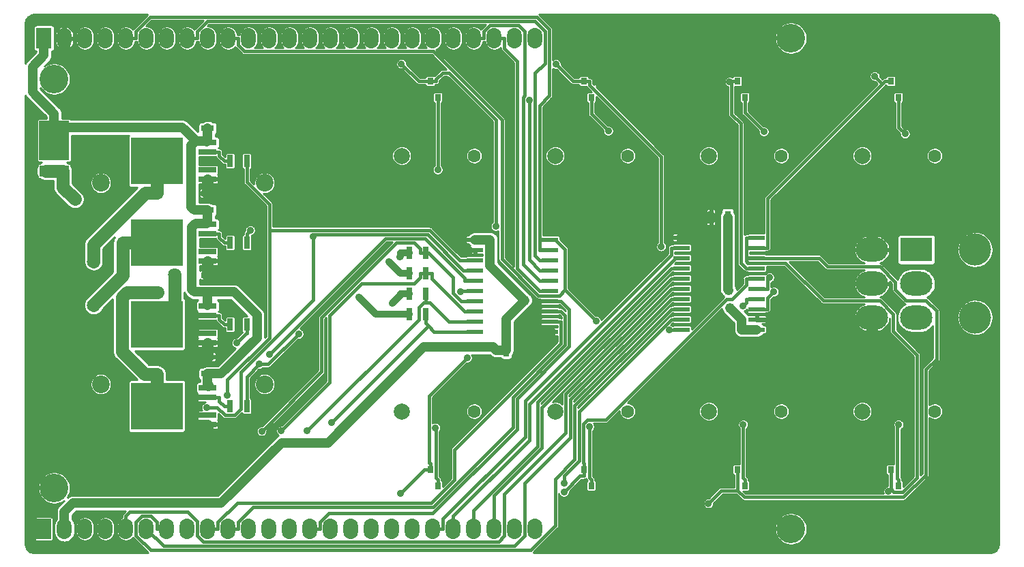
<source format=gbl>
G04 #@! TF.GenerationSoftware,KiCad,Pcbnew,6.0.0-unknown-f21face~86~ubuntu18.04.1*
G04 #@! TF.CreationDate,2019-05-20T10:49:21-04:00*
G04 #@! TF.ProjectId,backlight_controller_5x3,6261636b-6c69-4676-9874-5f636f6e7472,1.3*
G04 #@! TF.SameCoordinates,Original*
G04 #@! TF.FileFunction,Copper,L2,Bot*
G04 #@! TF.FilePolarity,Positive*
%FSLAX46Y46*%
G04 Gerber Fmt 4.6, Leading zero omitted, Abs format (unit mm)*
G04 Created by KiCad (PCBNEW 6.0.0-unknown-f21face~86~ubuntu18.04.1) date 2019-05-20 10:49:21*
%MOMM*%
%LPD*%
G04 APERTURE LIST*
%ADD10R,0.800000X0.900000*%
%ADD11C,1.600000*%
%ADD12C,2.000000*%
%ADD13R,0.787400X1.600200*%
%ADD14R,1.600200X0.787400*%
%ADD15O,1.854200X2.540000*%
%ADD16R,1.854200X2.540000*%
%ADD17C,2.200000*%
%ADD18C,3.556000*%
%ADD19O,4.000000X3.000000*%
%ADD20R,4.000000X3.000000*%
%ADD21C,4.000000*%
%ADD22R,1.600000X1.440000*%
%ADD23R,3.800000X4.960000*%
%ADD24R,6.400000X5.800000*%
%ADD25R,2.200000X0.800000*%
%ADD26R,2.000000X0.600000*%
%ADD27C,1.219200*%
%ADD28C,0.889000*%
%ADD29C,1.625600*%
%ADD30C,1.219200*%
%ADD31C,1.422400*%
%ADD32C,0.599800*%
%ADD33C,0.799800*%
%ADD34C,1.625600*%
%ADD35C,0.406400*%
%ADD36C,0.812800*%
%ADD37C,0.254000*%
G04 APERTURE END LIST*
D10*
X121285000Y-82280000D03*
X122235000Y-80280000D03*
X120335000Y-80280000D03*
X121285000Y-130540000D03*
X122235000Y-128540000D03*
X120335000Y-128540000D03*
X140335000Y-82280000D03*
X141285000Y-80280000D03*
X139385000Y-80280000D03*
X140335000Y-130540000D03*
X141285000Y-128540000D03*
X139385000Y-128540000D03*
X159385000Y-82280000D03*
X160335000Y-80280000D03*
X158435000Y-80280000D03*
X159385000Y-130540000D03*
X160335000Y-128540000D03*
X158435000Y-128540000D03*
X178435000Y-82280000D03*
X179385000Y-80280000D03*
X177485000Y-80280000D03*
X178435000Y-130540000D03*
X179385000Y-128540000D03*
X177485000Y-128540000D03*
D11*
X125785000Y-89535000D03*
D12*
X116785000Y-89535000D03*
D11*
X125785000Y-121285000D03*
D12*
X116785000Y-121285000D03*
D11*
X144835000Y-89535000D03*
D12*
X135835000Y-89535000D03*
D11*
X144835000Y-121285000D03*
D12*
X135835000Y-121285000D03*
D11*
X163885000Y-121285000D03*
D12*
X154885000Y-121285000D03*
D11*
X182935000Y-89535000D03*
D12*
X173935000Y-89535000D03*
D11*
X163885000Y-89535000D03*
D12*
X154885000Y-89535000D03*
D11*
X182935000Y-121285000D03*
D12*
X173935000Y-121285000D03*
D13*
X117703600Y-101600000D03*
X119786400Y-101600000D03*
X95478600Y-120650000D03*
X97561400Y-120650000D03*
D14*
X92710000Y-114528600D03*
X92710000Y-116611400D03*
D13*
X117703600Y-104140000D03*
X119786400Y-104140000D03*
X95478600Y-110490000D03*
X97561400Y-110490000D03*
D14*
X92710000Y-104368600D03*
X92710000Y-106451400D03*
D13*
X95478600Y-100330000D03*
X97561400Y-100330000D03*
D14*
X92710000Y-94208600D03*
X92710000Y-96291400D03*
D13*
X95478600Y-90170000D03*
X97561400Y-90170000D03*
D14*
X92710000Y-84048600D03*
X92710000Y-86131400D03*
D13*
X131851400Y-113665000D03*
X129768600Y-113665000D03*
X117703600Y-106680000D03*
X119786400Y-106680000D03*
X117703600Y-109220000D03*
X119786400Y-109220000D03*
X155168600Y-97155000D03*
X157251400Y-97155000D03*
D15*
X133350000Y-135890000D03*
X130810000Y-135890000D03*
X128270000Y-135890000D03*
X125730000Y-135890000D03*
X123190000Y-135890000D03*
X120650000Y-135890000D03*
X118110000Y-135890000D03*
X115570000Y-135890000D03*
X113030000Y-135890000D03*
X110490000Y-135890000D03*
X107950000Y-135890000D03*
X105410000Y-135890000D03*
X102870000Y-135890000D03*
D16*
X72390000Y-135890000D03*
D15*
X74930000Y-135890000D03*
X77470000Y-135890000D03*
X80010000Y-135890000D03*
X82550000Y-135890000D03*
X85090000Y-135890000D03*
X87630000Y-135890000D03*
X90170000Y-135890000D03*
X92710000Y-135890000D03*
X95250000Y-135890000D03*
X97790000Y-135890000D03*
X100330000Y-135890000D03*
X133350000Y-74930000D03*
X130810000Y-74930000D03*
X128270000Y-74930000D03*
X125730000Y-74930000D03*
X123190000Y-74930000D03*
X120650000Y-74930000D03*
X118110000Y-74930000D03*
X115570000Y-74930000D03*
X113030000Y-74930000D03*
X110490000Y-74930000D03*
X107950000Y-74930000D03*
X105410000Y-74930000D03*
X102870000Y-74930000D03*
D16*
X72390000Y-74930000D03*
D15*
X74930000Y-74930000D03*
X77470000Y-74930000D03*
X80010000Y-74930000D03*
X82550000Y-74930000D03*
X85090000Y-74930000D03*
X87630000Y-74930000D03*
X90170000Y-74930000D03*
X92710000Y-74930000D03*
X95250000Y-74930000D03*
X97790000Y-74930000D03*
X100330000Y-74930000D03*
D17*
X79450000Y-92910000D03*
X79450000Y-117910000D03*
X99770000Y-92910000D03*
X99770000Y-117910000D03*
D18*
X73660000Y-80010000D03*
X165100000Y-74930000D03*
X165100000Y-135890000D03*
X73660000Y-130810000D03*
D19*
X175160000Y-109610000D03*
X175160000Y-105410000D03*
X175160000Y-101210000D03*
X180660000Y-109610000D03*
X180660000Y-105410000D03*
D20*
X180660000Y-101210000D03*
D21*
X187960000Y-109610000D03*
X187960000Y-101210000D03*
D22*
X74725000Y-91430000D03*
X72595000Y-91430000D03*
D23*
X73660000Y-87630000D03*
D24*
X86410000Y-90170000D03*
D25*
X92710000Y-87890000D03*
X92710000Y-89030000D03*
X92710000Y-91310000D03*
X92710000Y-92450000D03*
D24*
X86410000Y-100330000D03*
D25*
X92710000Y-98050000D03*
X92710000Y-99190000D03*
X92710000Y-101470000D03*
X92710000Y-102610000D03*
D24*
X86410000Y-110490000D03*
D25*
X92710000Y-108210000D03*
X92710000Y-109350000D03*
X92710000Y-111630000D03*
X92710000Y-112770000D03*
D24*
X86410000Y-120650000D03*
D25*
X92710000Y-118370000D03*
X92710000Y-119510000D03*
X92710000Y-121790000D03*
X92710000Y-122930000D03*
D26*
X135206000Y-99949000D03*
X135206000Y-101219000D03*
X135206000Y-102489000D03*
X135206000Y-103759000D03*
X135206000Y-105029000D03*
X135206000Y-106299000D03*
X135206000Y-107569000D03*
X135206000Y-108839000D03*
X135206000Y-110109000D03*
X135206000Y-111379000D03*
X125906000Y-111379000D03*
X125906000Y-110109000D03*
X125906000Y-108839000D03*
X125906000Y-107569000D03*
X125906000Y-106299000D03*
X125906000Y-105029000D03*
X125906000Y-103759000D03*
X125906000Y-102489000D03*
X125906000Y-101219000D03*
X125906000Y-99949000D03*
X151560000Y-111125000D03*
X151560000Y-109855000D03*
X151560000Y-108585000D03*
X151560000Y-107315000D03*
X151560000Y-106045000D03*
X151560000Y-104775000D03*
X151560000Y-103505000D03*
X151560000Y-102235000D03*
X151560000Y-100965000D03*
X151560000Y-99695000D03*
X160860000Y-99695000D03*
X160860000Y-100965000D03*
X160860000Y-102235000D03*
X160860000Y-103505000D03*
X160860000Y-104775000D03*
X160860000Y-106045000D03*
X160860000Y-107315000D03*
X160860000Y-108585000D03*
X160860000Y-109855000D03*
X160860000Y-111125000D03*
D27*
X157365100Y-106248900D03*
X157525500Y-108444300D03*
X132061000Y-107482500D03*
D28*
X92837100Y-129324000D03*
X99276600Y-100659100D03*
X120737600Y-93622400D03*
X122235000Y-124879400D03*
D29*
X76219400Y-94940500D03*
D28*
X132596400Y-82593600D03*
X136962900Y-130195600D03*
X140900900Y-110023900D03*
X149953600Y-111192300D03*
D29*
X78562900Y-102670000D03*
X78562900Y-108150000D03*
X88620800Y-104319900D03*
X86537100Y-106522900D03*
D28*
X111471800Y-107105400D03*
X115658400Y-107879300D03*
X115181200Y-102672000D03*
X116532700Y-102127500D03*
X116741800Y-78105000D03*
X128463700Y-98289100D03*
X162979200Y-106411300D03*
X124896100Y-114655700D03*
X159137800Y-108181700D03*
X116632700Y-131512100D03*
X148982100Y-100806400D03*
X162439600Y-104649400D03*
X135938600Y-78164500D03*
X136931400Y-131320500D03*
X157486800Y-80334000D03*
X154860600Y-132715000D03*
X175483100Y-79637400D03*
X177192900Y-131198700D03*
X95157900Y-119298200D03*
X92579600Y-120788600D03*
X98005900Y-98772100D03*
X105780600Y-99562500D03*
X96294500Y-112807200D03*
X100399200Y-114185000D03*
X99088300Y-115438700D03*
X104019400Y-111653400D03*
X124119300Y-106441700D03*
X99409800Y-123745600D03*
X101829500Y-123726300D03*
X105047800Y-123736600D03*
X108071100Y-122663800D03*
X121267700Y-91270400D03*
X120967300Y-123319400D03*
X142431000Y-86418600D03*
X140090200Y-123200500D03*
X161740300Y-86510800D03*
X159170400Y-122899400D03*
X179259900Y-86819900D03*
X178446900Y-122933900D03*
D30*
X74930000Y-133756100D02*
X75985500Y-132700600D01*
X75985500Y-132700600D02*
X94395100Y-132700600D01*
X94395100Y-132700600D02*
X101913300Y-125182400D01*
X101913300Y-125182400D02*
X107664000Y-125182400D01*
X107664000Y-125182400D02*
X119536800Y-113309600D01*
X119536800Y-113309600D02*
X128155600Y-113309600D01*
X128155600Y-113309600D02*
X128511000Y-113665000D01*
X157365100Y-106248900D02*
X157251400Y-106135200D01*
X157251400Y-106135200D02*
X157251400Y-97155000D01*
X158996100Y-111125000D02*
X158996100Y-109914900D01*
X158996100Y-109914900D02*
X157525500Y-108444300D01*
X160860000Y-111125000D02*
X158996100Y-111125000D01*
X127769900Y-99949000D02*
X127769900Y-103191400D01*
X127769900Y-103191400D02*
X132061000Y-107482500D01*
X132061000Y-107482500D02*
X129768600Y-109774900D01*
X129768600Y-109774900D02*
X129768600Y-113665000D01*
X129768600Y-113665000D02*
X128511000Y-113665000D01*
X74930000Y-135890000D02*
X74930000Y-133756100D01*
X125906000Y-99949000D02*
X127769900Y-99949000D01*
D31*
X92710000Y-123003200D02*
X92710000Y-129196900D01*
X92710000Y-129196900D02*
X92837100Y-129324000D01*
X179385000Y-80280000D02*
X179385000Y-78991800D01*
X160335000Y-79711000D02*
X161696300Y-78349700D01*
X161696300Y-78349700D02*
X178742900Y-78349700D01*
X178742900Y-78349700D02*
X179385000Y-78991800D01*
X160335000Y-79711000D02*
X160335000Y-78991800D01*
X160335000Y-80280000D02*
X160335000Y-79711000D01*
X153071800Y-82970300D02*
X157050300Y-78991800D01*
X157050300Y-78991800D02*
X160335000Y-78991800D01*
X153936700Y-97155000D02*
X153071800Y-96290100D01*
X153071800Y-96290100D02*
X153071800Y-82970300D01*
X153071800Y-82970300D02*
X150381500Y-80280000D01*
X150381500Y-80280000D02*
X142523200Y-80280000D01*
X175160000Y-98871800D02*
X180542900Y-93488900D01*
X180542900Y-93488900D02*
X180542900Y-81437900D01*
X180542900Y-81437900D02*
X179385000Y-80280000D01*
X175160000Y-101210000D02*
X175160000Y-98871800D01*
X160465700Y-119431200D02*
X162825700Y-117071200D01*
X162825700Y-117071200D02*
X162825700Y-109961000D01*
X142523200Y-128540000D02*
X151632000Y-119431200D01*
X151632000Y-119431200D02*
X160465700Y-119431200D01*
X160465700Y-119431200D02*
X160465700Y-127121100D01*
X160465700Y-127121100D02*
X160335000Y-127251800D01*
X160335000Y-128540000D02*
X160335000Y-127251800D01*
X141285000Y-128540000D02*
X142523200Y-128540000D01*
X155168600Y-97155000D02*
X153936700Y-97155000D01*
X153398200Y-99695000D02*
X153398200Y-97693500D01*
X153398200Y-97693500D02*
X153936700Y-97155000D01*
X151560000Y-99695000D02*
X153398200Y-99695000D01*
X120737600Y-93622400D02*
X122525300Y-91834700D01*
X122525300Y-91834700D02*
X122525300Y-80570300D01*
X122525300Y-80570300D02*
X122235000Y-80280000D01*
X99276600Y-100659100D02*
X99276600Y-100961300D01*
X99276600Y-100961300D02*
X95869300Y-104368600D01*
X95869300Y-104368600D02*
X94348300Y-104368600D01*
X94348300Y-94208600D02*
X95275500Y-94208600D01*
X95275500Y-94208600D02*
X99276600Y-98209700D01*
X99276600Y-98209700D02*
X99276600Y-100659100D01*
X141285000Y-80280000D02*
X142523200Y-80280000D01*
X120737600Y-93622400D02*
X103922100Y-93622400D01*
X103922100Y-93622400D02*
X94348300Y-84048600D01*
X92710000Y-84048600D02*
X94348300Y-84048600D01*
X124855100Y-101295200D02*
X124557600Y-101295200D01*
X124557600Y-101295200D02*
X120737600Y-97475200D01*
X120737600Y-97475200D02*
X120737600Y-93622400D01*
D32*
X124855100Y-101295200D02*
X125829800Y-101295200D01*
X125829800Y-101295200D02*
X125906000Y-101219000D01*
D31*
X175160000Y-109961000D02*
X162825700Y-109961000D01*
D32*
X160860000Y-109855000D02*
X162286900Y-109855000D01*
X162825700Y-109961000D02*
X162392900Y-109961000D01*
X162392900Y-109961000D02*
X162286900Y-109855000D01*
D31*
X175160000Y-109961000D02*
X175160000Y-111948200D01*
X175160000Y-109610000D02*
X175160000Y-109961000D01*
X179385000Y-128540000D02*
X179385000Y-127251800D01*
X175160000Y-111948200D02*
X179729400Y-116517600D01*
X179729400Y-116517600D02*
X179729400Y-126907400D01*
X179729400Y-126907400D02*
X179385000Y-127251800D01*
X131851400Y-113665000D02*
X131851400Y-115303300D01*
X131851400Y-113665000D02*
X131851400Y-112026700D01*
X131851400Y-112026700D02*
X132720100Y-112026700D01*
X132720100Y-112026700D02*
X133367800Y-111379000D01*
X131851400Y-115303300D02*
X127647000Y-119507700D01*
X127647000Y-119507700D02*
X125268400Y-119507700D01*
X125268400Y-119507700D02*
X122235000Y-122541100D01*
X122235000Y-122541100D02*
X122235000Y-124879400D01*
X135206000Y-111379000D02*
X133367800Y-111379000D01*
X74930000Y-74930000D02*
X74930000Y-77038200D01*
X92710000Y-84048600D02*
X81940400Y-84048600D01*
X81940400Y-84048600D02*
X74930000Y-77038200D01*
X92710000Y-123003200D02*
X91266100Y-123003200D01*
X91266100Y-123003200D02*
X90610000Y-122347100D01*
X90610000Y-122347100D02*
X90610000Y-114990300D01*
X90610000Y-114990300D02*
X91071700Y-114528600D01*
X122235000Y-124879400D02*
X122235000Y-128540000D01*
X92710000Y-104368600D02*
X94348300Y-104368600D01*
X92710000Y-112843200D02*
X92710000Y-114528600D01*
X92710000Y-94208600D02*
X94348300Y-94208600D01*
X92710000Y-92523200D02*
X92710000Y-94208600D01*
D33*
X92710000Y-92523200D02*
X92710000Y-92450000D01*
D31*
X92710000Y-102683200D02*
X92710000Y-104368600D01*
D33*
X92710000Y-102683200D02*
X92710000Y-102610000D01*
X92710000Y-112843200D02*
X92710000Y-112770000D01*
D31*
X92710000Y-114528600D02*
X91071700Y-114528600D01*
D33*
X92710000Y-123003200D02*
X92710000Y-122930000D01*
D30*
X91046000Y-106451400D02*
X90746000Y-106151400D01*
X90746000Y-106151400D02*
X90746000Y-98386000D01*
X90746000Y-98386000D02*
X91206000Y-97926000D01*
X91206000Y-97926000D02*
X92586000Y-97926000D01*
X92710000Y-116611400D02*
X92710000Y-117869000D01*
X92876800Y-118203200D02*
X92876800Y-118035800D01*
X92876800Y-118035800D02*
X92710000Y-117869000D01*
D33*
X92876800Y-118203200D02*
X92710000Y-118370000D01*
D30*
X94374000Y-116611400D02*
X98819000Y-112166400D01*
X98819000Y-112166400D02*
X98819000Y-109318500D01*
X98819000Y-109318500D02*
X95951900Y-106451400D01*
X95951900Y-106451400D02*
X92710000Y-106451400D01*
X92586000Y-87702300D02*
X92586000Y-87513000D01*
X92586000Y-87513000D02*
X92710000Y-87389000D01*
X92586000Y-87766000D02*
X92586000Y-87702300D01*
X91206000Y-87702300D02*
X92586000Y-87702300D01*
X92710000Y-96291400D02*
X91046000Y-96291400D01*
X92586000Y-97926000D02*
X92586000Y-97673000D01*
X92586000Y-97673000D02*
X92710000Y-97549000D01*
X91206000Y-87702300D02*
X90684500Y-88223800D01*
X90684500Y-88223800D02*
X90684500Y-95929900D01*
X90684500Y-95929900D02*
X91046000Y-96291400D01*
X73660000Y-86014900D02*
X89582300Y-86014900D01*
X89582300Y-86014900D02*
X91206000Y-87638600D01*
X91206000Y-87638600D02*
X91206000Y-87702300D01*
X92710000Y-96291400D02*
X92710000Y-97549000D01*
X92710000Y-106451400D02*
X91046000Y-106451400D01*
X92710000Y-106451400D02*
X92710000Y-108085900D01*
D33*
X92586000Y-97926000D02*
X92710000Y-98050000D01*
D30*
X73660000Y-86014900D02*
X73660000Y-84286100D01*
X73660000Y-87630000D02*
X73660000Y-86014900D01*
X92710000Y-86131400D02*
X92710000Y-87389000D01*
D33*
X92586000Y-87766000D02*
X92710000Y-87890000D01*
X92710000Y-108085900D02*
X92710000Y-108210000D01*
D30*
X92710000Y-116611400D02*
X94374000Y-116611400D01*
X72390000Y-74930000D02*
X72390000Y-77063900D01*
X72390000Y-77063900D02*
X70984300Y-78469600D01*
X70984300Y-78469600D02*
X70984300Y-81610400D01*
X70984300Y-81610400D02*
X73660000Y-84286100D01*
D34*
X74725000Y-91430000D02*
X74725000Y-93446100D01*
X74725000Y-93446100D02*
X76219400Y-94940500D01*
X74725000Y-91430000D02*
X74462100Y-91430000D01*
X72595000Y-91430000D02*
X74462100Y-91430000D01*
D35*
X82550000Y-74930000D02*
X83807300Y-74930000D01*
X135206000Y-101219000D02*
X133875800Y-101219000D01*
X133875800Y-101219000D02*
X133875800Y-83274600D01*
X133875800Y-83274600D02*
X135092300Y-82058100D01*
X135092300Y-82058100D02*
X135092300Y-73855800D01*
X135092300Y-73855800D02*
X133547600Y-72311100D01*
X133547600Y-72311100D02*
X85562300Y-72311100D01*
X85562300Y-72311100D02*
X83807300Y-74066100D01*
X83807300Y-74066100D02*
X83807300Y-74930000D01*
X90170000Y-74930000D02*
X91427300Y-74930000D01*
X135206000Y-102489000D02*
X133875800Y-102489000D01*
X133875800Y-102489000D02*
X133346100Y-101959300D01*
X133346100Y-101959300D02*
X133346100Y-79260600D01*
X133346100Y-79260600D02*
X134583900Y-78022800D01*
X134583900Y-78022800D02*
X134583900Y-74066400D01*
X134583900Y-74066400D02*
X133337000Y-72819500D01*
X133337000Y-72819500D02*
X92673900Y-72819500D01*
X92673900Y-72819500D02*
X91427300Y-74066100D01*
X91427300Y-74066100D02*
X91427300Y-74930000D01*
X135206000Y-103759000D02*
X133875800Y-103759000D01*
X133875800Y-103759000D02*
X132596400Y-102479600D01*
X132596400Y-102479600D02*
X132596400Y-82593600D01*
X126987300Y-74930000D02*
X126987300Y-74066100D01*
X126987300Y-74066100D02*
X127710400Y-73343000D01*
X127710400Y-73343000D02*
X131323900Y-73343000D01*
X131323900Y-73343000D02*
X132080000Y-74099100D01*
X132080000Y-74099100D02*
X132080000Y-82049900D01*
X132080000Y-82049900D02*
X131846800Y-82283100D01*
X131846800Y-82283100D02*
X131846800Y-103000000D01*
X131846800Y-103000000D02*
X133875800Y-105029000D01*
X125730000Y-74930000D02*
X126987300Y-74930000D01*
X135206000Y-105029000D02*
X133875800Y-105029000D01*
X150229800Y-106045000D02*
X137140200Y-119134600D01*
X137140200Y-119134600D02*
X137140200Y-123957800D01*
X137140200Y-123957800D02*
X129539900Y-131558100D01*
X129539900Y-131558100D02*
X129539900Y-136716800D01*
X129539900Y-136716800D02*
X128787300Y-137469400D01*
X128787300Y-137469400D02*
X92199600Y-137469400D01*
X92199600Y-137469400D02*
X91440000Y-136709800D01*
X91440000Y-136709800D02*
X91440000Y-134994100D01*
X91440000Y-134994100D02*
X90245900Y-133800000D01*
X90245900Y-133800000D02*
X83039800Y-133800000D01*
X83039800Y-133800000D02*
X82550000Y-134289800D01*
X82550000Y-135890000D02*
X82550000Y-134289800D01*
X151560000Y-106045000D02*
X150229800Y-106045000D01*
X151560000Y-107315000D02*
X150229800Y-107315000D01*
X150229800Y-107315000D02*
X137724600Y-119820200D01*
X137724600Y-119820200D02*
X137724600Y-124531400D01*
X137724600Y-124531400D02*
X132080000Y-130176000D01*
X132080000Y-130176000D02*
X132080000Y-136756900D01*
X132080000Y-136756900D02*
X130817900Y-138019000D01*
X130817900Y-138019000D02*
X87219000Y-138019000D01*
X87219000Y-138019000D02*
X85090000Y-135890000D01*
X86372700Y-135890000D02*
X86372700Y-135025600D01*
X86372700Y-135025600D02*
X85661900Y-134314800D01*
X85661900Y-134314800D02*
X84522500Y-134314800D01*
X84522500Y-134314800D02*
X83820000Y-135017300D01*
X83820000Y-135017300D02*
X83820000Y-136718300D01*
X83820000Y-136718300D02*
X85629100Y-138527400D01*
X85629100Y-138527400D02*
X132818600Y-138527400D01*
X132818600Y-138527400D02*
X135847500Y-135498500D01*
X135847500Y-135498500D02*
X135847500Y-129672100D01*
X135847500Y-129672100D02*
X138233000Y-127286600D01*
X138233000Y-127286600D02*
X138233000Y-120581800D01*
X138233000Y-120581800D02*
X150229800Y-108585000D01*
X87630000Y-135890000D02*
X86372700Y-135890000D01*
X151560000Y-108585000D02*
X150229800Y-108585000D01*
X136962900Y-130195600D02*
X136962900Y-129275800D01*
X136962900Y-129275800D02*
X138778300Y-127460400D01*
X138778300Y-127460400D02*
X138778300Y-121306500D01*
X138778300Y-121306500D02*
X150229800Y-109855000D01*
X151560000Y-109855000D02*
X150229800Y-109855000D01*
X137073400Y-106196400D02*
X136365600Y-106904200D01*
X136365600Y-106904200D02*
X133758000Y-106904200D01*
X133758000Y-106904200D02*
X129213300Y-102359500D01*
X129213300Y-102359500D02*
X129213300Y-85098700D01*
X129213300Y-85098700D02*
X120681800Y-76567200D01*
X120681800Y-76567200D02*
X97280600Y-76567200D01*
X97280600Y-76567200D02*
X96507300Y-75793900D01*
X96507300Y-75793900D02*
X96507300Y-74930000D01*
X135871100Y-99949000D02*
X137073400Y-101151300D01*
X137073400Y-101151300D02*
X137073400Y-106196400D01*
X137073400Y-106196400D02*
X140900900Y-110023900D01*
X95250000Y-74930000D02*
X96507300Y-74930000D01*
X150229800Y-111125000D02*
X150162500Y-111192300D01*
X150162500Y-111192300D02*
X149953600Y-111192300D01*
X135206000Y-99949000D02*
X135871100Y-99949000D01*
X151560000Y-111125000D02*
X150229800Y-111125000D01*
X128270000Y-74930000D02*
X129527300Y-74930000D01*
X135206000Y-106299000D02*
X133875800Y-106299000D01*
X133875800Y-106299000D02*
X131151300Y-103574500D01*
X131151300Y-103574500D02*
X131151300Y-77811300D01*
X131151300Y-77811300D02*
X129527300Y-76187300D01*
X129527300Y-76187300D02*
X129527300Y-74930000D01*
X105410000Y-135890000D02*
X106667300Y-135890000D01*
X135206000Y-107569000D02*
X136536200Y-107569000D01*
X136536200Y-107569000D02*
X137555000Y-108587800D01*
X137555000Y-108587800D02*
X137555000Y-113234900D01*
X137555000Y-113234900D02*
X131074800Y-119715100D01*
X131074800Y-119715100D02*
X131074800Y-123519900D01*
X131074800Y-123519900D02*
X120651500Y-133943200D01*
X120651500Y-133943200D02*
X107750200Y-133943200D01*
X107750200Y-133943200D02*
X106667300Y-135026100D01*
X106667300Y-135026100D02*
X106667300Y-135890000D01*
X136536200Y-110109000D02*
X136536200Y-112815600D01*
X136536200Y-112815600D02*
X123309300Y-126042500D01*
X123309300Y-126042500D02*
X123309300Y-129827200D01*
X123309300Y-129827200D02*
X120487400Y-132649100D01*
X120487400Y-132649100D02*
X96378300Y-132649100D01*
X96378300Y-132649100D02*
X93967300Y-135060100D01*
X93967300Y-135060100D02*
X93967300Y-135890000D01*
X135206000Y-110109000D02*
X136536200Y-110109000D01*
X92710000Y-135890000D02*
X93967300Y-135890000D01*
X95250000Y-135890000D02*
X96507300Y-135890000D01*
X135206000Y-108839000D02*
X136536200Y-108839000D01*
X136536200Y-108839000D02*
X137044600Y-109347400D01*
X137044600Y-109347400D02*
X137044600Y-113026200D01*
X137044600Y-113026200D02*
X130566400Y-119504400D01*
X130566400Y-119504400D02*
X130566400Y-123289100D01*
X130566400Y-123289100D02*
X120697900Y-133157600D01*
X120697900Y-133157600D02*
X98375800Y-133157600D01*
X98375800Y-133157600D02*
X96507300Y-135026100D01*
X96507300Y-135026100D02*
X96507300Y-135890000D01*
X121907300Y-135890000D02*
X121907300Y-134632700D01*
X121907300Y-134632700D02*
X132091500Y-124448500D01*
X132091500Y-124448500D02*
X132091500Y-120009600D01*
X132091500Y-120009600D02*
X150229800Y-101871300D01*
X150229800Y-101871300D02*
X150229800Y-100965000D01*
X120650000Y-135890000D02*
X121907300Y-135890000D01*
X151560000Y-100965000D02*
X150229800Y-100965000D01*
X123190000Y-134289800D02*
X132599800Y-124880000D01*
X132599800Y-124880000D02*
X132599800Y-120416000D01*
X132599800Y-120416000D02*
X150780800Y-102235000D01*
X150780800Y-102235000D02*
X151560000Y-102235000D01*
X123190000Y-135890000D02*
X123190000Y-134289800D01*
X125730000Y-134289800D02*
X125730000Y-133571000D01*
X125730000Y-133571000D02*
X133616300Y-125684700D01*
X133616300Y-125684700D02*
X133616300Y-120118500D01*
X133616300Y-120118500D02*
X150229800Y-103505000D01*
X151560000Y-103505000D02*
X150229800Y-103505000D01*
X125730000Y-135890000D02*
X125730000Y-134289800D01*
X150229800Y-104775000D02*
X134180100Y-120824700D01*
X134180100Y-120824700D02*
X134180100Y-125839800D01*
X134180100Y-125839800D02*
X128270000Y-131749900D01*
X128270000Y-131749900D02*
X128270000Y-135890000D01*
X151560000Y-104775000D02*
X150229800Y-104775000D01*
D34*
X86410000Y-94137100D02*
X84980200Y-94137100D01*
X84980200Y-94137100D02*
X78562900Y-100554400D01*
X78562900Y-100554400D02*
X78562900Y-102670000D01*
X86410000Y-90170000D02*
X86410000Y-94137100D01*
D35*
X92710000Y-89030000D02*
X94140200Y-89030000D01*
X95478600Y-90170000D02*
X94754700Y-90170000D01*
X94140200Y-89030000D02*
X94140200Y-89555500D01*
X94140200Y-89555500D02*
X94754700Y-90170000D01*
D34*
X86410000Y-100330000D02*
X82142900Y-100330000D01*
X82142900Y-100330000D02*
X82142900Y-104423600D01*
X82142900Y-104423600D02*
X78562900Y-108003600D01*
X78562900Y-108003600D02*
X78562900Y-108150000D01*
D35*
X92710000Y-99190000D02*
X94140200Y-99190000D01*
X95478600Y-100330000D02*
X94754700Y-100330000D01*
X94140200Y-99190000D02*
X94140200Y-99715500D01*
X94140200Y-99715500D02*
X94754700Y-100330000D01*
D34*
X86410000Y-110490000D02*
X88620800Y-108279200D01*
X88620800Y-108279200D02*
X88620800Y-104319900D01*
D35*
X92710000Y-109350000D02*
X94140200Y-109350000D01*
X95478600Y-110490000D02*
X94754700Y-110490000D01*
X94140200Y-109350000D02*
X94140200Y-109875500D01*
X94140200Y-109875500D02*
X94754700Y-110490000D01*
D34*
X86410000Y-116682900D02*
X84922300Y-116682900D01*
X84922300Y-116682900D02*
X82134200Y-113894800D01*
X82134200Y-113894800D02*
X82134200Y-107114600D01*
X82134200Y-107114600D02*
X82725900Y-106522900D01*
X82725900Y-106522900D02*
X86537100Y-106522900D01*
X86410000Y-120650000D02*
X86410000Y-116682900D01*
D35*
X92710000Y-119510000D02*
X94140200Y-119510000D01*
X95478600Y-120650000D02*
X94754700Y-120650000D01*
X94140200Y-119510000D02*
X94140200Y-120035500D01*
X94140200Y-120035500D02*
X94754700Y-120650000D01*
D36*
X111471800Y-107105400D02*
X113586400Y-109220000D01*
X113586400Y-109220000D02*
X117703600Y-109220000D01*
X116649200Y-106680000D02*
X116649200Y-106888500D01*
X116649200Y-106888500D02*
X115658400Y-107879300D01*
X117703600Y-106680000D02*
X116649200Y-106680000D01*
X116649200Y-104140000D02*
X115181200Y-102672000D01*
X117703600Y-104140000D02*
X116649200Y-104140000D01*
X116649200Y-101600000D02*
X116649200Y-102011000D01*
X116649200Y-102011000D02*
X116532700Y-102127500D01*
X117703600Y-101600000D02*
X116649200Y-101600000D01*
D35*
X160860000Y-108585000D02*
X162190200Y-108585000D01*
X162190200Y-108585000D02*
X162190200Y-107200300D01*
X162190200Y-107200300D02*
X162979200Y-106411300D01*
X120335000Y-80280000D02*
X118916800Y-80280000D01*
X118916800Y-80280000D02*
X116741800Y-78105000D01*
X120584600Y-80280000D02*
X120335000Y-80280000D01*
X120584600Y-80280000D02*
X121065200Y-80280000D01*
X128463700Y-98289100D02*
X128463700Y-85068000D01*
X128463700Y-85068000D02*
X122611900Y-79216200D01*
X122611900Y-79216200D02*
X121855200Y-79216200D01*
X121855200Y-79216200D02*
X121065200Y-80006200D01*
X121065200Y-80006200D02*
X121065200Y-80280000D01*
X119604800Y-128540000D02*
X116632700Y-131512100D01*
X160860000Y-107315000D02*
X159529800Y-107315000D01*
X159529800Y-107315000D02*
X159529800Y-107789700D01*
X159529800Y-107789700D02*
X159137800Y-108181700D01*
X120335000Y-128540000D02*
X120335000Y-127759800D01*
X124896100Y-114655700D02*
X120211000Y-119340800D01*
X120211000Y-119340800D02*
X120211000Y-127635800D01*
X120211000Y-127635800D02*
X120335000Y-127759800D01*
X120335000Y-128540000D02*
X119604800Y-128540000D01*
X139385000Y-80280000D02*
X140115200Y-80280000D01*
X160860000Y-106045000D02*
X162190200Y-106045000D01*
X162190200Y-106045000D02*
X162190200Y-104898800D01*
X162190200Y-104898800D02*
X162439600Y-104649400D01*
X148982100Y-100806400D02*
X148982100Y-89628100D01*
X148982100Y-89628100D02*
X140115200Y-80761200D01*
X140115200Y-80761200D02*
X140115200Y-80280000D01*
X139019900Y-80280000D02*
X138054100Y-80280000D01*
X138054100Y-80280000D02*
X135938600Y-78164500D01*
X139385000Y-80280000D02*
X139019900Y-80280000D01*
X139385000Y-127759800D02*
X139286700Y-127661500D01*
X139286700Y-127661500D02*
X139286700Y-122872700D01*
X139286700Y-122872700D02*
X139804700Y-122354700D01*
X139804700Y-122354700D02*
X142106000Y-122354700D01*
X142106000Y-122354700D02*
X157144700Y-107316000D01*
X157144700Y-107316000D02*
X157807200Y-107316000D01*
X157807200Y-107316000D02*
X159529800Y-105593400D01*
X159529800Y-105593400D02*
X159529800Y-104775000D01*
X139385000Y-128540000D02*
X139385000Y-127759800D01*
X160860000Y-104775000D02*
X159529800Y-104775000D01*
X139385000Y-128540000D02*
X139385000Y-129320200D01*
X136931400Y-131320500D02*
X138931700Y-129320200D01*
X138931700Y-129320200D02*
X139385000Y-129320200D01*
X160860000Y-103505000D02*
X159529800Y-103505000D01*
X159529800Y-103505000D02*
X158852800Y-102828000D01*
X158852800Y-102828000D02*
X158852800Y-85540000D01*
X158852800Y-85540000D02*
X157704800Y-84392000D01*
X157704800Y-84392000D02*
X157704800Y-80280000D01*
X158435000Y-80280000D02*
X157704800Y-80280000D01*
X157486800Y-80334000D02*
X157650800Y-80334000D01*
X157650800Y-80334000D02*
X157704800Y-80280000D01*
X158435000Y-131112500D02*
X159270800Y-131948300D01*
X159270800Y-131948300D02*
X179048100Y-131948300D01*
X179048100Y-131948300D02*
X181829900Y-129166500D01*
X181829900Y-129166500D02*
X181829900Y-116095500D01*
X181829900Y-116095500D02*
X183149200Y-114776200D01*
X183149200Y-114776200D02*
X183149200Y-108827000D01*
X183149200Y-108827000D02*
X181832200Y-107510000D01*
X181832200Y-107510000D02*
X179402000Y-107510000D01*
X179402000Y-107510000D02*
X178056400Y-106164400D01*
X178056400Y-106164400D02*
X178056400Y-105250000D01*
X178056400Y-105250000D02*
X176116400Y-103310000D01*
X176116400Y-103310000D02*
X169657900Y-103310000D01*
X169657900Y-103310000D02*
X168582900Y-102235000D01*
X168582900Y-102235000D02*
X160860000Y-102235000D01*
X158435000Y-131112500D02*
X156463100Y-131112500D01*
X156463100Y-131112500D02*
X154860600Y-132715000D01*
X158435000Y-131112500D02*
X158435000Y-128540000D01*
X176440300Y-80594500D02*
X176754800Y-80280000D01*
X162190200Y-100965000D02*
X162190200Y-94844600D01*
X162190200Y-94844600D02*
X176440300Y-80594500D01*
X175483100Y-79637400D02*
X176440300Y-80594500D01*
X177485000Y-80280000D02*
X176754800Y-80280000D01*
X160860000Y-100965000D02*
X162190200Y-100965000D01*
X177192900Y-131198700D02*
X177485000Y-130906600D01*
X177485000Y-130906600D02*
X177485000Y-128540000D01*
X159529800Y-99695000D02*
X159529800Y-102642200D01*
X159529800Y-102642200D02*
X159727800Y-102840200D01*
X159727800Y-102840200D02*
X164428400Y-102840200D01*
X164428400Y-102840200D02*
X169098200Y-107510000D01*
X169098200Y-107510000D02*
X176123600Y-107510000D01*
X176123600Y-107510000D02*
X177802300Y-109188700D01*
X177802300Y-109188700D02*
X177802300Y-111332600D01*
X177802300Y-111332600D02*
X180745800Y-114276100D01*
X180745800Y-114276100D02*
X180745800Y-129531600D01*
X180745800Y-129531600D02*
X178982200Y-131295200D01*
X178982200Y-131295200D02*
X177873600Y-131295200D01*
X177873600Y-131295200D02*
X177485000Y-130906600D01*
X160860000Y-99695000D02*
X159529800Y-99695000D01*
X125906000Y-102489000D02*
X123963300Y-102489000D01*
X123963300Y-102489000D02*
X120243100Y-98768800D01*
X120243100Y-98768800D02*
X100350000Y-98768800D01*
X100350000Y-98768800D02*
X100350000Y-95549800D01*
X100350000Y-95549800D02*
X97561400Y-92761200D01*
X97561400Y-92761200D02*
X97561400Y-90170000D01*
X95157900Y-119298200D02*
X95157900Y-117360900D01*
X95157900Y-117360900D02*
X100350000Y-112168800D01*
X100350000Y-112168800D02*
X100350000Y-98768800D01*
X125906000Y-103759000D02*
X124420800Y-103759000D01*
X124420800Y-103759000D02*
X119981200Y-99319400D01*
X119981200Y-99319400D02*
X106023700Y-99319400D01*
X106023700Y-99319400D02*
X105780600Y-99562500D01*
X105780600Y-99562500D02*
X105780600Y-107457200D01*
X105780600Y-107457200D02*
X96862500Y-116375300D01*
X96862500Y-116375300D02*
X96862500Y-120945100D01*
X96862500Y-120945100D02*
X96052300Y-121755300D01*
X96052300Y-121755300D02*
X94863800Y-121755300D01*
X94863800Y-121755300D02*
X93897100Y-120788600D01*
X93897100Y-120788600D02*
X92579600Y-120788600D01*
X97561400Y-100330000D02*
X97561400Y-99199700D01*
X98005900Y-98772100D02*
X97578300Y-99199700D01*
X97578300Y-99199700D02*
X97561400Y-99199700D01*
X124575800Y-105029000D02*
X124575800Y-104732000D01*
X124575800Y-104732000D02*
X119671600Y-99827800D01*
X119671600Y-99827800D02*
X114756400Y-99827800D01*
X114756400Y-99827800D02*
X100399200Y-114185000D01*
X97561400Y-110490000D02*
X97561400Y-111620300D01*
X97561400Y-111620300D02*
X97481400Y-111620300D01*
X97481400Y-111620300D02*
X96294500Y-112807200D01*
X125906000Y-105029000D02*
X124575800Y-105029000D01*
X99088300Y-115438700D02*
X100234100Y-115438700D01*
X100234100Y-115438700D02*
X104019400Y-111653400D01*
X97561400Y-120650000D02*
X97561400Y-116965600D01*
X97561400Y-116965600D02*
X99088300Y-115438700D01*
X124575800Y-106299000D02*
X124262000Y-106299000D01*
X124262000Y-106299000D02*
X124119300Y-106441700D01*
X125906000Y-106299000D02*
X124575800Y-106299000D01*
X119786400Y-101600000D02*
X119062500Y-101600000D01*
X119062500Y-101600000D02*
X119062500Y-101057100D01*
X119062500Y-101057100D02*
X118341600Y-100336200D01*
X118341600Y-100336200D02*
X116122800Y-100336200D01*
X116122800Y-100336200D02*
X106835500Y-109623500D01*
X106835500Y-109623500D02*
X106835500Y-116319900D01*
X106835500Y-116319900D02*
X99409800Y-123745600D01*
X119967400Y-101600000D02*
X119786400Y-101600000D01*
X120148400Y-101600000D02*
X123162800Y-104614400D01*
X123162800Y-104614400D02*
X123162800Y-106569500D01*
X123162800Y-106569500D02*
X124162300Y-107569000D01*
X124162300Y-107569000D02*
X124575800Y-107569000D01*
X119967400Y-101600000D02*
X120148400Y-101600000D01*
X125906000Y-107569000D02*
X124575800Y-107569000D01*
X101829500Y-123726300D02*
X107852200Y-117703600D01*
X107852200Y-117703600D02*
X107852200Y-109401800D01*
X107852200Y-109401800D02*
X111831700Y-105422300D01*
X111831700Y-105422300D02*
X118323100Y-105422300D01*
X118323100Y-105422300D02*
X119062500Y-104682900D01*
X119062500Y-104682900D02*
X119062500Y-104140000D01*
X119786400Y-104140000D02*
X119062500Y-104140000D01*
X125906000Y-108839000D02*
X124575800Y-108839000D01*
X119786400Y-104140000D02*
X120510300Y-104140000D01*
X124575800Y-108839000D02*
X120510300Y-104773500D01*
X120510300Y-104773500D02*
X120510300Y-104140000D01*
X119786400Y-107755100D02*
X119786400Y-107245100D01*
X125906000Y-110109000D02*
X122650300Y-110109000D01*
X122650300Y-110109000D02*
X120296400Y-107755100D01*
X120296400Y-107755100D02*
X119786400Y-107755100D01*
X119786400Y-107755100D02*
X119531400Y-107755100D01*
X119531400Y-107755100D02*
X118916500Y-108370000D01*
X118916500Y-108370000D02*
X118916500Y-109867900D01*
X118916500Y-109867900D02*
X105047800Y-123736600D01*
X119786400Y-106680000D02*
X119786400Y-107245100D01*
X120085500Y-110649400D02*
X119786400Y-110350300D01*
X125906000Y-111379000D02*
X120815100Y-111379000D01*
X120815100Y-111379000D02*
X120085500Y-110649400D01*
X120085500Y-110649400D02*
X108071100Y-122663800D01*
X119786400Y-109220000D02*
X119786400Y-110350300D01*
X121285000Y-82280000D02*
X121285000Y-83060200D01*
X121267700Y-91270400D02*
X121267700Y-83077500D01*
X121267700Y-83077500D02*
X121285000Y-83060200D01*
X121285000Y-129759800D02*
X121040200Y-129515000D01*
X121040200Y-129515000D02*
X121040200Y-123392300D01*
X121040200Y-123392300D02*
X120967300Y-123319400D01*
X121285000Y-130540000D02*
X121285000Y-129759800D01*
X140335000Y-82280000D02*
X140335000Y-84322600D01*
X140335000Y-84322600D02*
X142431000Y-86418600D01*
X140335000Y-129759800D02*
X140090200Y-129515000D01*
X140090200Y-129515000D02*
X140090200Y-123200500D01*
X140335000Y-130540000D02*
X140335000Y-129759800D01*
X159385000Y-82280000D02*
X159385000Y-84155500D01*
X159385000Y-84155500D02*
X161740300Y-86510800D01*
X159385000Y-129759800D02*
X159170400Y-129545200D01*
X159170400Y-129545200D02*
X159170400Y-122899400D01*
X159385000Y-130540000D02*
X159385000Y-129759800D01*
X178435000Y-82280000D02*
X178435000Y-85995000D01*
X178435000Y-85995000D02*
X179259900Y-86819900D01*
X178435000Y-130540000D02*
X178435000Y-129759800D01*
X178446900Y-122933900D02*
X178312600Y-123068200D01*
X178312600Y-123068200D02*
X178312600Y-129637400D01*
X178312600Y-129637400D02*
X178435000Y-129759800D01*
D37*
G36*
X190281217Y-72090160D02*
G01*
X190625466Y-72340271D01*
X190841509Y-72714469D01*
X190893701Y-73043996D01*
X190893700Y-137769639D01*
X190799840Y-138211218D01*
X190549727Y-138555467D01*
X190175532Y-138771509D01*
X189846011Y-138823700D01*
X133134103Y-138823700D01*
X133160008Y-138799664D01*
X133164128Y-138792528D01*
X136135688Y-135820970D01*
X136167607Y-135795516D01*
X136199720Y-135748414D01*
X136201143Y-135746485D01*
X163093400Y-135746485D01*
X163093400Y-136033515D01*
X163134248Y-136317623D01*
X163215114Y-136593026D01*
X163334350Y-136854118D01*
X163489530Y-137095582D01*
X163677495Y-137312505D01*
X163894418Y-137500470D01*
X164135882Y-137655650D01*
X164396974Y-137774886D01*
X164672377Y-137855752D01*
X164956485Y-137896600D01*
X165243515Y-137896600D01*
X165527623Y-137855752D01*
X165803026Y-137774886D01*
X166064118Y-137655650D01*
X166305582Y-137500470D01*
X166522505Y-137312505D01*
X166710470Y-137095582D01*
X166865650Y-136854118D01*
X166984886Y-136593026D01*
X167065752Y-136317623D01*
X167106600Y-136033515D01*
X167106600Y-135746485D01*
X167065752Y-135462377D01*
X166984886Y-135186974D01*
X166865650Y-134925882D01*
X166710470Y-134684418D01*
X166522505Y-134467495D01*
X166305582Y-134279530D01*
X166064118Y-134124350D01*
X165803026Y-134005114D01*
X165527623Y-133924248D01*
X165243515Y-133883400D01*
X164956485Y-133883400D01*
X164672377Y-133924248D01*
X164396974Y-134005114D01*
X164135882Y-134124350D01*
X163894418Y-134279530D01*
X163677495Y-134467495D01*
X163489530Y-134684418D01*
X163334350Y-134925882D01*
X163215114Y-135186974D01*
X163134248Y-135462377D01*
X163093400Y-135746485D01*
X136201143Y-135746485D01*
X136233572Y-135702546D01*
X136236292Y-135694773D01*
X136240932Y-135687967D01*
X136245169Y-135669403D01*
X136276563Y-135579684D01*
X136278704Y-135522479D01*
X136279300Y-135519867D01*
X136279300Y-135506550D01*
X136281431Y-135449609D01*
X136279300Y-135441656D01*
X136279300Y-132633271D01*
X154187500Y-132633271D01*
X154187500Y-132796729D01*
X154226618Y-132955438D01*
X154302581Y-133100173D01*
X154410974Y-133222523D01*
X154545497Y-133315378D01*
X154698333Y-133373341D01*
X154860600Y-133393044D01*
X155022867Y-133373341D01*
X155175703Y-133315378D01*
X155310226Y-133222523D01*
X155418619Y-133100173D01*
X155494582Y-132955438D01*
X155533700Y-132796729D01*
X155533700Y-132652556D01*
X156641958Y-131544300D01*
X158256144Y-131544300D01*
X158948325Y-132236482D01*
X158973784Y-132268407D01*
X159020886Y-132300520D01*
X159066754Y-132334373D01*
X159074530Y-132337094D01*
X159081333Y-132341732D01*
X159099889Y-132345967D01*
X159189617Y-132377364D01*
X159246824Y-132379505D01*
X159249433Y-132380100D01*
X159262739Y-132380100D01*
X159319692Y-132382231D01*
X159327645Y-132380100D01*
X179023861Y-132380100D01*
X179064427Y-132384671D01*
X179120412Y-132374078D01*
X179176813Y-132365577D01*
X179184238Y-132362001D01*
X179192325Y-132360471D01*
X179208435Y-132350348D01*
X179294089Y-132309099D01*
X179336059Y-132270157D01*
X179338319Y-132268737D01*
X179347703Y-132259353D01*
X179389508Y-132220564D01*
X179393628Y-132213428D01*
X182118088Y-129488970D01*
X182150007Y-129463516D01*
X182182115Y-129416422D01*
X182215973Y-129370546D01*
X182218694Y-129362770D01*
X182223332Y-129355967D01*
X182227568Y-129337409D01*
X182258963Y-129247684D01*
X182261104Y-129190479D01*
X182261700Y-129187867D01*
X182261700Y-129174550D01*
X182263831Y-129117609D01*
X182261700Y-129109656D01*
X182261700Y-122066360D01*
X182279306Y-122083966D01*
X182447775Y-122196534D01*
X182634968Y-122274072D01*
X182833692Y-122313600D01*
X183036308Y-122313600D01*
X183235032Y-122274072D01*
X183422225Y-122196534D01*
X183590694Y-122083966D01*
X183733966Y-121940694D01*
X183846534Y-121772225D01*
X183924072Y-121585032D01*
X183963600Y-121386308D01*
X183963600Y-121183692D01*
X183924072Y-120984968D01*
X183846534Y-120797775D01*
X183733966Y-120629306D01*
X183590694Y-120486034D01*
X183422225Y-120373466D01*
X183235032Y-120295928D01*
X183036308Y-120256400D01*
X182833692Y-120256400D01*
X182634968Y-120295928D01*
X182447775Y-120373466D01*
X182279306Y-120486034D01*
X182261700Y-120503640D01*
X182261700Y-116274356D01*
X183437383Y-115098674D01*
X183469307Y-115073216D01*
X183501420Y-115026114D01*
X183535273Y-114980246D01*
X183537994Y-114972470D01*
X183542632Y-114965667D01*
X183546868Y-114947108D01*
X183578263Y-114857383D01*
X183580404Y-114800179D01*
X183581000Y-114797567D01*
X183581000Y-114784249D01*
X183583131Y-114727308D01*
X183581000Y-114719355D01*
X183581000Y-109610000D01*
X185726412Y-109610000D01*
X185746341Y-109907708D01*
X185805773Y-110200104D01*
X185903647Y-110481969D01*
X186038217Y-110748274D01*
X186207082Y-110994266D01*
X186407227Y-111215556D01*
X186635081Y-111408195D01*
X186886578Y-111568745D01*
X187157231Y-111694341D01*
X187442209Y-111782742D01*
X187736427Y-111832371D01*
X188034635Y-111842341D01*
X188331511Y-111812475D01*
X188621758Y-111743305D01*
X188900195Y-111636067D01*
X189161854Y-111492674D01*
X189402067Y-111315684D01*
X189616545Y-111108257D01*
X189801463Y-110874093D01*
X189953519Y-110617371D01*
X190070002Y-110342672D01*
X190148831Y-110054899D01*
X190188600Y-109759187D01*
X190188600Y-109460813D01*
X190148831Y-109165101D01*
X190070002Y-108877328D01*
X189953519Y-108602629D01*
X189801463Y-108345907D01*
X189616545Y-108111743D01*
X189402067Y-107904316D01*
X189161854Y-107727326D01*
X188900195Y-107583933D01*
X188621758Y-107476695D01*
X188331511Y-107407525D01*
X188034635Y-107377659D01*
X187736427Y-107387629D01*
X187442209Y-107437258D01*
X187157231Y-107525659D01*
X186886578Y-107651255D01*
X186635081Y-107811805D01*
X186407227Y-108004444D01*
X186207082Y-108225734D01*
X186038217Y-108471726D01*
X185903647Y-108738031D01*
X185805773Y-109019896D01*
X185746341Y-109312292D01*
X185726412Y-109610000D01*
X183581000Y-109610000D01*
X183581000Y-108851238D01*
X183585571Y-108810672D01*
X183574977Y-108754683D01*
X183566477Y-108698287D01*
X183562901Y-108690862D01*
X183561371Y-108682774D01*
X183551246Y-108666660D01*
X183509999Y-108581011D01*
X183471061Y-108539046D01*
X183469637Y-108536779D01*
X183460227Y-108527369D01*
X183421464Y-108485592D01*
X183414333Y-108481475D01*
X182154679Y-107221823D01*
X182129216Y-107189893D01*
X182082101Y-107157771D01*
X182036245Y-107123927D01*
X182028471Y-107121207D01*
X182021667Y-107116568D01*
X182003106Y-107112331D01*
X181982781Y-107105220D01*
X182200651Y-106982946D01*
X182418584Y-106814663D01*
X182609692Y-106616443D01*
X182769903Y-106392510D01*
X182895801Y-106147636D01*
X182984704Y-105887040D01*
X183034717Y-105616277D01*
X183044773Y-105341118D01*
X183014658Y-105067427D01*
X182945015Y-104801038D01*
X182837327Y-104547627D01*
X182693890Y-104312596D01*
X182517760Y-104100955D01*
X182312693Y-103917213D01*
X182083057Y-103765288D01*
X181833749Y-103648417D01*
X181570080Y-103569091D01*
X181205723Y-103529000D01*
X180091263Y-103529000D01*
X179885392Y-103544068D01*
X179616636Y-103603936D01*
X179359462Y-103702297D01*
X179119349Y-103837054D01*
X178901416Y-104005337D01*
X178710308Y-104203557D01*
X178550097Y-104427490D01*
X178424199Y-104672364D01*
X178339591Y-104920369D01*
X178328664Y-104908592D01*
X178321533Y-104904475D01*
X176438879Y-103021823D01*
X176413416Y-102989893D01*
X176366301Y-102957771D01*
X176320445Y-102923927D01*
X176312671Y-102921207D01*
X176305867Y-102916568D01*
X176287306Y-102912331D01*
X176197582Y-102880937D01*
X176140379Y-102878796D01*
X176137767Y-102878200D01*
X176124449Y-102878200D01*
X176116653Y-102877908D01*
X176302635Y-102819722D01*
X176540827Y-102702759D01*
X176758373Y-102550807D01*
X176950174Y-102367427D01*
X177111734Y-102156918D01*
X177239267Y-101924214D01*
X177329783Y-101674770D01*
X177342836Y-101605118D01*
X177326618Y-101337000D01*
X175287000Y-101337000D01*
X175287000Y-101357000D01*
X175033000Y-101357000D01*
X175033000Y-101337000D01*
X172993382Y-101337000D01*
X172977164Y-101605118D01*
X172990217Y-101674770D01*
X173080733Y-101924214D01*
X173208266Y-102156918D01*
X173369826Y-102367427D01*
X173561627Y-102550807D01*
X173779173Y-102702759D01*
X174017365Y-102819722D01*
X174204279Y-102878200D01*
X169836757Y-102878200D01*
X168905379Y-101946823D01*
X168879916Y-101914893D01*
X168832801Y-101882771D01*
X168786945Y-101848927D01*
X168779171Y-101846207D01*
X168772367Y-101841568D01*
X168753806Y-101837331D01*
X168664082Y-101805937D01*
X168606879Y-101803796D01*
X168604267Y-101803200D01*
X168590949Y-101803200D01*
X168534008Y-101801069D01*
X168526055Y-101803200D01*
X162047870Y-101803200D01*
X162033678Y-101778619D01*
X161955057Y-101721498D01*
X161860000Y-101701293D01*
X159961600Y-101701293D01*
X159961600Y-101498707D01*
X161860000Y-101498707D01*
X161932219Y-101487269D01*
X162016381Y-101438678D01*
X162046807Y-101396800D01*
X162141549Y-101396800D01*
X162157567Y-101400456D01*
X162206355Y-101396800D01*
X162222557Y-101396800D01*
X162238578Y-101394385D01*
X162287369Y-101390729D01*
X162302664Y-101384726D01*
X162318913Y-101382277D01*
X162363002Y-101361045D01*
X162408537Y-101343173D01*
X162421382Y-101332930D01*
X162436189Y-101325799D01*
X162472057Y-101292518D01*
X162510307Y-101262016D01*
X162519563Y-101248440D01*
X162531608Y-101237264D01*
X162556073Y-101194889D01*
X162583632Y-101154467D01*
X162586392Y-101142374D01*
X162596691Y-101124536D01*
X162625656Y-100997633D01*
X162622000Y-100948845D01*
X162622000Y-100814882D01*
X172977164Y-100814882D01*
X172993382Y-101083000D01*
X175033000Y-101083000D01*
X175033000Y-99481400D01*
X175287000Y-99481400D01*
X175287000Y-101083000D01*
X177326618Y-101083000D01*
X177342836Y-100814882D01*
X177329783Y-100745230D01*
X177239267Y-100495786D01*
X177111734Y-100263082D01*
X176950174Y-100052573D01*
X176758373Y-99869193D01*
X176540827Y-99717241D01*
X176526081Y-99710000D01*
X178273732Y-99710000D01*
X178273732Y-102710000D01*
X178285552Y-102804823D01*
X178336629Y-102921269D01*
X178422749Y-103014820D01*
X178534579Y-103075339D01*
X178660000Y-103096268D01*
X182660000Y-103096268D01*
X182754823Y-103084448D01*
X182871269Y-103033371D01*
X182964820Y-102947251D01*
X183025339Y-102835421D01*
X183046268Y-102710000D01*
X183046268Y-101210000D01*
X185726412Y-101210000D01*
X185746341Y-101507708D01*
X185805773Y-101800104D01*
X185903647Y-102081969D01*
X186038217Y-102348274D01*
X186207082Y-102594266D01*
X186407227Y-102815556D01*
X186635081Y-103008195D01*
X186886578Y-103168745D01*
X187157231Y-103294341D01*
X187442209Y-103382742D01*
X187736427Y-103432371D01*
X188034635Y-103442341D01*
X188331511Y-103412475D01*
X188621758Y-103343305D01*
X188900195Y-103236067D01*
X189161854Y-103092674D01*
X189402067Y-102915684D01*
X189616545Y-102708257D01*
X189801463Y-102474093D01*
X189953519Y-102217371D01*
X190070002Y-101942672D01*
X190148831Y-101654899D01*
X190188600Y-101359187D01*
X190188600Y-101060813D01*
X190148831Y-100765101D01*
X190070002Y-100477328D01*
X189953519Y-100202629D01*
X189801463Y-99945907D01*
X189616545Y-99711743D01*
X189402067Y-99504316D01*
X189161854Y-99327326D01*
X188900195Y-99183933D01*
X188621758Y-99076695D01*
X188331511Y-99007525D01*
X188034635Y-98977659D01*
X187736427Y-98987629D01*
X187442209Y-99037258D01*
X187157231Y-99125659D01*
X186886578Y-99251255D01*
X186635081Y-99411805D01*
X186407227Y-99604444D01*
X186207082Y-99825734D01*
X186038217Y-100071726D01*
X185903647Y-100338031D01*
X185805773Y-100619896D01*
X185746341Y-100912292D01*
X185726412Y-101210000D01*
X183046268Y-101210000D01*
X183046268Y-99710000D01*
X183034448Y-99615177D01*
X182983371Y-99498731D01*
X182897251Y-99405180D01*
X182785421Y-99344661D01*
X182660000Y-99323732D01*
X178660000Y-99323732D01*
X178565177Y-99335552D01*
X178448731Y-99386629D01*
X178355180Y-99472749D01*
X178294661Y-99584579D01*
X178273732Y-99710000D01*
X176526081Y-99710000D01*
X176302635Y-99600278D01*
X176049381Y-99521045D01*
X175787000Y-99481400D01*
X175287000Y-99481400D01*
X175033000Y-99481400D01*
X174533000Y-99481400D01*
X174270619Y-99521045D01*
X174017365Y-99600278D01*
X173779173Y-99717241D01*
X173561627Y-99869193D01*
X173369826Y-100052573D01*
X173208266Y-100263082D01*
X173080733Y-100495786D01*
X172990217Y-100745230D01*
X172977164Y-100814882D01*
X162622000Y-100814882D01*
X162622000Y-95023456D01*
X168110456Y-89535000D01*
X172701434Y-89535000D01*
X172721258Y-89755262D01*
X172780092Y-89968444D01*
X172876047Y-90167695D01*
X173006037Y-90346611D01*
X173165884Y-90499441D01*
X173350452Y-90621273D01*
X173553807Y-90708191D01*
X173769414Y-90757402D01*
X173990344Y-90767324D01*
X174209494Y-90737638D01*
X174419822Y-90669298D01*
X174614568Y-90564501D01*
X174787471Y-90426615D01*
X174932976Y-90260072D01*
X175046405Y-90070224D01*
X175124112Y-89863174D01*
X175163600Y-89645576D01*
X175163600Y-89433692D01*
X181906400Y-89433692D01*
X181906400Y-89636308D01*
X181945928Y-89835032D01*
X182023466Y-90022225D01*
X182136034Y-90190694D01*
X182279306Y-90333966D01*
X182447775Y-90446534D01*
X182634968Y-90524072D01*
X182833692Y-90563600D01*
X183036308Y-90563600D01*
X183235032Y-90524072D01*
X183422225Y-90446534D01*
X183590694Y-90333966D01*
X183733966Y-90190694D01*
X183846534Y-90022225D01*
X183924072Y-89835032D01*
X183963600Y-89636308D01*
X183963600Y-89433692D01*
X183924072Y-89234968D01*
X183846534Y-89047775D01*
X183733966Y-88879306D01*
X183590694Y-88736034D01*
X183422225Y-88623466D01*
X183235032Y-88545928D01*
X183036308Y-88506400D01*
X182833692Y-88506400D01*
X182634968Y-88545928D01*
X182447775Y-88623466D01*
X182279306Y-88736034D01*
X182136034Y-88879306D01*
X182023466Y-89047775D01*
X181945928Y-89234968D01*
X181906400Y-89433692D01*
X175163600Y-89433692D01*
X175163600Y-89424424D01*
X175124112Y-89206826D01*
X175046405Y-88999776D01*
X174932976Y-88809928D01*
X174787471Y-88643385D01*
X174614568Y-88505499D01*
X174419822Y-88400702D01*
X174209494Y-88332362D01*
X173990344Y-88302676D01*
X173769414Y-88312598D01*
X173553807Y-88361809D01*
X173350452Y-88448727D01*
X173165884Y-88570559D01*
X173006037Y-88723389D01*
X172876047Y-88902305D01*
X172780092Y-89101556D01*
X172721258Y-89314738D01*
X172701434Y-89535000D01*
X168110456Y-89535000D01*
X175815456Y-81830000D01*
X177801293Y-81830000D01*
X177801293Y-82730000D01*
X177812731Y-82802219D01*
X177861322Y-82886381D01*
X177939943Y-82943502D01*
X178003200Y-82956948D01*
X178003201Y-85970753D01*
X177998629Y-86011327D01*
X178009227Y-86067338D01*
X178017724Y-86123713D01*
X178021298Y-86131135D01*
X178022829Y-86139225D01*
X178032956Y-86155342D01*
X178074202Y-86240989D01*
X178113141Y-86282955D01*
X178114563Y-86285219D01*
X178123961Y-86294617D01*
X178162737Y-86336408D01*
X178169870Y-86340526D01*
X178586800Y-86757457D01*
X178586800Y-86901629D01*
X178625918Y-87060338D01*
X178701881Y-87205073D01*
X178810274Y-87327423D01*
X178944797Y-87420278D01*
X179097633Y-87478241D01*
X179259900Y-87497944D01*
X179422167Y-87478241D01*
X179575003Y-87420278D01*
X179709526Y-87327423D01*
X179817919Y-87205073D01*
X179893882Y-87060338D01*
X179933000Y-86901629D01*
X179933000Y-86738171D01*
X179893882Y-86579462D01*
X179817919Y-86434727D01*
X179709526Y-86312377D01*
X179575003Y-86219522D01*
X179422167Y-86161559D01*
X179259900Y-86141856D01*
X179199809Y-86149152D01*
X178866800Y-85816144D01*
X178866800Y-82958671D01*
X178907219Y-82952269D01*
X178991381Y-82903678D01*
X179048502Y-82825057D01*
X179068707Y-82730000D01*
X179068707Y-81830000D01*
X179057269Y-81757781D01*
X179008678Y-81673619D01*
X178930057Y-81616498D01*
X178835000Y-81596293D01*
X178035000Y-81596293D01*
X177962781Y-81607731D01*
X177878619Y-81656322D01*
X177821498Y-81734943D01*
X177801293Y-81830000D01*
X175815456Y-81830000D01*
X176711235Y-80934222D01*
X176725156Y-80925474D01*
X176757060Y-80888397D01*
X176860066Y-80785391D01*
X176862731Y-80802219D01*
X176911322Y-80886381D01*
X176989943Y-80943502D01*
X177085000Y-80963707D01*
X177885000Y-80963707D01*
X177957219Y-80952269D01*
X178041381Y-80903678D01*
X178098502Y-80825057D01*
X178118707Y-80730000D01*
X178118707Y-80705571D01*
X178752573Y-80705571D01*
X178762731Y-80802219D01*
X178811322Y-80886381D01*
X178889943Y-80943502D01*
X178985000Y-80963707D01*
X179200850Y-80958600D01*
X179258000Y-80901450D01*
X179258000Y-80407000D01*
X179512000Y-80407000D01*
X179512000Y-80901450D01*
X179569150Y-80958600D01*
X179785000Y-80963707D01*
X179880057Y-80943502D01*
X179958678Y-80886381D01*
X180007269Y-80802219D01*
X180017427Y-80705571D01*
X180013600Y-80464150D01*
X179956450Y-80407000D01*
X179512000Y-80407000D01*
X179258000Y-80407000D01*
X178813550Y-80407000D01*
X178756400Y-80464150D01*
X178752573Y-80705571D01*
X178118707Y-80705571D01*
X178118707Y-79854429D01*
X178752573Y-79854429D01*
X178756400Y-80095850D01*
X178813550Y-80153000D01*
X179258000Y-80153000D01*
X179258000Y-79658550D01*
X179512000Y-79658550D01*
X179512000Y-80153000D01*
X179956450Y-80153000D01*
X180013600Y-80095850D01*
X180017427Y-79854429D01*
X180007269Y-79757781D01*
X179958678Y-79673619D01*
X179880057Y-79616498D01*
X179785000Y-79596293D01*
X179569150Y-79601400D01*
X179512000Y-79658550D01*
X179258000Y-79658550D01*
X179200850Y-79601400D01*
X178985000Y-79596293D01*
X178889943Y-79616498D01*
X178811322Y-79673619D01*
X178762731Y-79757781D01*
X178752573Y-79854429D01*
X178118707Y-79854429D01*
X178118707Y-79830000D01*
X178107269Y-79757781D01*
X178058678Y-79673619D01*
X177980057Y-79616498D01*
X177885000Y-79596293D01*
X177085000Y-79596293D01*
X177012781Y-79607731D01*
X176928619Y-79656322D01*
X176871498Y-79734943D01*
X176851293Y-79830000D01*
X176851293Y-79848200D01*
X176779038Y-79848200D01*
X176738472Y-79843629D01*
X176682483Y-79854223D01*
X176626087Y-79862723D01*
X176618662Y-79866299D01*
X176610574Y-79867829D01*
X176594460Y-79877954D01*
X176508811Y-79919201D01*
X176466846Y-79958139D01*
X176464579Y-79959563D01*
X176455170Y-79968972D01*
X176439727Y-79983301D01*
X176156200Y-79699805D01*
X176156200Y-79555671D01*
X176117082Y-79396962D01*
X176041119Y-79252227D01*
X175932726Y-79129877D01*
X175798203Y-79037022D01*
X175645367Y-78979059D01*
X175483100Y-78959356D01*
X175320833Y-78979059D01*
X175167997Y-79037022D01*
X175033474Y-79129877D01*
X174925081Y-79252227D01*
X174849118Y-79396962D01*
X174810000Y-79555671D01*
X174810000Y-79719129D01*
X174849118Y-79877838D01*
X174925081Y-80022573D01*
X175033474Y-80144923D01*
X175167997Y-80237778D01*
X175320833Y-80295741D01*
X175483100Y-80315444D01*
X175543225Y-80308143D01*
X175829627Y-80594516D01*
X161902019Y-94522125D01*
X161870094Y-94547584D01*
X161837984Y-94594681D01*
X161804127Y-94640555D01*
X161801406Y-94648332D01*
X161796769Y-94655133D01*
X161792534Y-94673686D01*
X161761137Y-94763418D01*
X161758996Y-94820626D01*
X161758401Y-94823233D01*
X161758401Y-94836525D01*
X161756269Y-94893492D01*
X161758401Y-94901449D01*
X161758400Y-99161293D01*
X159860000Y-99161293D01*
X159787781Y-99172731D01*
X159703619Y-99221322D01*
X159673193Y-99263200D01*
X159578450Y-99263200D01*
X159562432Y-99259544D01*
X159513644Y-99263200D01*
X159497443Y-99263200D01*
X159481423Y-99265615D01*
X159432630Y-99269271D01*
X159417335Y-99275274D01*
X159401087Y-99277723D01*
X159357003Y-99298953D01*
X159311462Y-99316827D01*
X159298616Y-99327071D01*
X159284600Y-99333821D01*
X159284600Y-89433692D01*
X162856400Y-89433692D01*
X162856400Y-89636308D01*
X162895928Y-89835032D01*
X162973466Y-90022225D01*
X163086034Y-90190694D01*
X163229306Y-90333966D01*
X163397775Y-90446534D01*
X163584968Y-90524072D01*
X163783692Y-90563600D01*
X163986308Y-90563600D01*
X164185032Y-90524072D01*
X164372225Y-90446534D01*
X164540694Y-90333966D01*
X164683966Y-90190694D01*
X164796534Y-90022225D01*
X164874072Y-89835032D01*
X164913600Y-89636308D01*
X164913600Y-89433692D01*
X164874072Y-89234968D01*
X164796534Y-89047775D01*
X164683966Y-88879306D01*
X164540694Y-88736034D01*
X164372225Y-88623466D01*
X164185032Y-88545928D01*
X163986308Y-88506400D01*
X163783692Y-88506400D01*
X163584968Y-88545928D01*
X163397775Y-88623466D01*
X163229306Y-88736034D01*
X163086034Y-88879306D01*
X162973466Y-89047775D01*
X162895928Y-89234968D01*
X162856400Y-89433692D01*
X159284600Y-89433692D01*
X159284600Y-85564238D01*
X159289171Y-85523672D01*
X159278577Y-85467683D01*
X159270077Y-85411287D01*
X159266501Y-85403862D01*
X159264971Y-85395774D01*
X159254846Y-85379660D01*
X159213599Y-85294011D01*
X159174661Y-85252046D01*
X159173237Y-85249779D01*
X159163827Y-85240369D01*
X159125064Y-85198592D01*
X159117933Y-85194475D01*
X158136600Y-84213144D01*
X158136600Y-81830000D01*
X158751293Y-81830000D01*
X158751293Y-82730000D01*
X158762731Y-82802219D01*
X158811322Y-82886381D01*
X158889943Y-82943502D01*
X158953200Y-82956948D01*
X158953201Y-84131253D01*
X158948629Y-84171827D01*
X158959227Y-84227838D01*
X158967724Y-84284213D01*
X158971298Y-84291635D01*
X158972829Y-84299725D01*
X158982956Y-84315842D01*
X159024202Y-84401489D01*
X159063141Y-84443455D01*
X159064563Y-84445719D01*
X159073961Y-84455117D01*
X159112737Y-84496908D01*
X159119870Y-84501026D01*
X161067200Y-86448357D01*
X161067200Y-86592529D01*
X161106318Y-86751238D01*
X161182281Y-86895973D01*
X161290674Y-87018323D01*
X161425197Y-87111178D01*
X161578033Y-87169141D01*
X161740300Y-87188844D01*
X161902567Y-87169141D01*
X162055403Y-87111178D01*
X162189926Y-87018323D01*
X162298319Y-86895973D01*
X162374282Y-86751238D01*
X162413400Y-86592529D01*
X162413400Y-86429071D01*
X162374282Y-86270362D01*
X162298319Y-86125627D01*
X162189926Y-86003277D01*
X162055403Y-85910422D01*
X161902567Y-85852459D01*
X161740300Y-85832756D01*
X161680210Y-85840052D01*
X159816800Y-83976644D01*
X159816800Y-82958671D01*
X159857219Y-82952269D01*
X159941381Y-82903678D01*
X159998502Y-82825057D01*
X160018707Y-82730000D01*
X160018707Y-81830000D01*
X160007269Y-81757781D01*
X159958678Y-81673619D01*
X159880057Y-81616498D01*
X159785000Y-81596293D01*
X158985000Y-81596293D01*
X158912781Y-81607731D01*
X158828619Y-81656322D01*
X158771498Y-81734943D01*
X158751293Y-81830000D01*
X158136600Y-81830000D01*
X158136600Y-80963707D01*
X158835000Y-80963707D01*
X158907219Y-80952269D01*
X158991381Y-80903678D01*
X159048502Y-80825057D01*
X159068707Y-80730000D01*
X159068707Y-80705571D01*
X159702573Y-80705571D01*
X159712731Y-80802219D01*
X159761322Y-80886381D01*
X159839943Y-80943502D01*
X159935000Y-80963707D01*
X160150850Y-80958600D01*
X160208000Y-80901450D01*
X160208000Y-80407000D01*
X160462000Y-80407000D01*
X160462000Y-80901450D01*
X160519150Y-80958600D01*
X160735000Y-80963707D01*
X160830057Y-80943502D01*
X160908678Y-80886381D01*
X160957269Y-80802219D01*
X160967427Y-80705571D01*
X160963600Y-80464150D01*
X160906450Y-80407000D01*
X160462000Y-80407000D01*
X160208000Y-80407000D01*
X159763550Y-80407000D01*
X159706400Y-80464150D01*
X159702573Y-80705571D01*
X159068707Y-80705571D01*
X159068707Y-79854429D01*
X159702573Y-79854429D01*
X159706400Y-80095850D01*
X159763550Y-80153000D01*
X160208000Y-80153000D01*
X160208000Y-79658550D01*
X160462000Y-79658550D01*
X160462000Y-80153000D01*
X160906450Y-80153000D01*
X160963600Y-80095850D01*
X160967427Y-79854429D01*
X160957269Y-79757781D01*
X160908678Y-79673619D01*
X160830057Y-79616498D01*
X160735000Y-79596293D01*
X160519150Y-79601400D01*
X160462000Y-79658550D01*
X160208000Y-79658550D01*
X160150850Y-79601400D01*
X159935000Y-79596293D01*
X159839943Y-79616498D01*
X159761322Y-79673619D01*
X159712731Y-79757781D01*
X159702573Y-79854429D01*
X159068707Y-79854429D01*
X159068707Y-79830000D01*
X159057269Y-79757781D01*
X159008678Y-79673619D01*
X158930057Y-79616498D01*
X158835000Y-79596293D01*
X158035000Y-79596293D01*
X157962781Y-79607731D01*
X157878619Y-79656322D01*
X157821498Y-79734943D01*
X157819236Y-79745586D01*
X157801903Y-79733622D01*
X157649067Y-79675659D01*
X157486800Y-79655956D01*
X157324533Y-79675659D01*
X157171697Y-79733622D01*
X157037174Y-79826477D01*
X156928781Y-79948827D01*
X156852818Y-80093562D01*
X156813700Y-80252271D01*
X156813700Y-80415729D01*
X156852818Y-80574438D01*
X156928781Y-80719173D01*
X157037174Y-80841523D01*
X157171697Y-80934378D01*
X157273001Y-80972797D01*
X157273000Y-84367761D01*
X157268429Y-84408327D01*
X157279023Y-84464316D01*
X157287523Y-84520712D01*
X157291099Y-84528137D01*
X157292629Y-84536225D01*
X157302754Y-84552338D01*
X157344001Y-84637988D01*
X157382942Y-84679957D01*
X157384363Y-84682219D01*
X157393753Y-84691609D01*
X157432536Y-84733408D01*
X157439672Y-84737528D01*
X158421001Y-85718858D01*
X158421000Y-102803761D01*
X158416429Y-102844327D01*
X158427023Y-102900316D01*
X158435523Y-102956712D01*
X158439099Y-102964137D01*
X158440629Y-102972225D01*
X158450754Y-102988338D01*
X158492001Y-103073988D01*
X158530942Y-103115957D01*
X158532363Y-103118219D01*
X158541753Y-103127609D01*
X158580536Y-103169408D01*
X158587672Y-103173528D01*
X159207325Y-103793182D01*
X159232784Y-103825107D01*
X159279886Y-103857220D01*
X159325754Y-103891073D01*
X159333530Y-103893794D01*
X159340333Y-103898432D01*
X159358889Y-103902667D01*
X159448617Y-103934064D01*
X159505824Y-103936205D01*
X159508433Y-103936800D01*
X159521739Y-103936800D01*
X159578692Y-103938931D01*
X159586645Y-103936800D01*
X159672130Y-103936800D01*
X159686322Y-103961381D01*
X159764943Y-104018502D01*
X159860000Y-104038707D01*
X161860000Y-104038707D01*
X161932219Y-104027269D01*
X162016381Y-103978678D01*
X162073502Y-103900057D01*
X162093707Y-103805000D01*
X162093707Y-103272000D01*
X164249544Y-103272000D01*
X168775729Y-107798187D01*
X168801184Y-107830107D01*
X168848286Y-107862220D01*
X168894154Y-107896072D01*
X168901927Y-107898792D01*
X168908733Y-107903432D01*
X168927297Y-107907669D01*
X169017016Y-107939063D01*
X169074221Y-107941204D01*
X169076833Y-107941800D01*
X169090150Y-107941800D01*
X169147091Y-107943931D01*
X169155044Y-107941800D01*
X174204279Y-107941800D01*
X174017365Y-108000278D01*
X173779173Y-108117241D01*
X173561627Y-108269193D01*
X173369826Y-108452573D01*
X173208266Y-108663082D01*
X173080733Y-108895786D01*
X172990217Y-109145230D01*
X172977164Y-109214882D01*
X172993382Y-109483000D01*
X175033000Y-109483000D01*
X175033000Y-109463000D01*
X175287000Y-109463000D01*
X175287000Y-109483000D01*
X175307000Y-109483000D01*
X175307000Y-109737000D01*
X175287000Y-109737000D01*
X175287000Y-111338600D01*
X175787000Y-111338600D01*
X176049381Y-111298955D01*
X176302635Y-111219722D01*
X176540827Y-111102759D01*
X176758373Y-110950807D01*
X176950174Y-110767427D01*
X177111734Y-110556918D01*
X177239267Y-110324214D01*
X177329783Y-110074770D01*
X177342836Y-110005118D01*
X177326618Y-109737002D01*
X177370500Y-109737002D01*
X177370501Y-111308353D01*
X177365929Y-111348927D01*
X177376527Y-111404938D01*
X177385024Y-111461313D01*
X177388598Y-111468735D01*
X177390129Y-111476825D01*
X177400256Y-111492942D01*
X177441502Y-111578589D01*
X177480441Y-111620555D01*
X177481863Y-111622819D01*
X177491261Y-111632217D01*
X177530037Y-111674008D01*
X177537170Y-111678126D01*
X180314000Y-114454957D01*
X180314001Y-129352742D01*
X179068707Y-130598037D01*
X179068707Y-130090000D01*
X179057269Y-130017781D01*
X179008678Y-129933619D01*
X178930057Y-129876498D01*
X178866800Y-129863052D01*
X178866800Y-129784047D01*
X178871372Y-129743472D01*
X178860774Y-129687461D01*
X178852277Y-129631087D01*
X178848702Y-129623665D01*
X178847172Y-129615576D01*
X178837047Y-129599463D01*
X178795799Y-129513811D01*
X178756857Y-129471841D01*
X178755437Y-129469581D01*
X178746053Y-129460197D01*
X178744400Y-129458415D01*
X178744400Y-128965571D01*
X178752573Y-128965571D01*
X178762731Y-129062219D01*
X178811322Y-129146381D01*
X178889943Y-129203502D01*
X178985000Y-129223707D01*
X179200850Y-129218600D01*
X179258000Y-129161450D01*
X179258000Y-128667000D01*
X179512000Y-128667000D01*
X179512000Y-129161450D01*
X179569150Y-129218600D01*
X179785000Y-129223707D01*
X179880057Y-129203502D01*
X179958678Y-129146381D01*
X180007269Y-129062219D01*
X180017427Y-128965571D01*
X180013600Y-128724150D01*
X179956450Y-128667000D01*
X179512000Y-128667000D01*
X179258000Y-128667000D01*
X178813550Y-128667000D01*
X178756400Y-128724150D01*
X178752573Y-128965571D01*
X178744400Y-128965571D01*
X178744400Y-128114429D01*
X178752573Y-128114429D01*
X178756400Y-128355850D01*
X178813550Y-128413000D01*
X179258000Y-128413000D01*
X179258000Y-127918550D01*
X179512000Y-127918550D01*
X179512000Y-128413000D01*
X179956450Y-128413000D01*
X180013600Y-128355850D01*
X180017427Y-128114429D01*
X180007269Y-128017781D01*
X179958678Y-127933619D01*
X179880057Y-127876498D01*
X179785000Y-127856293D01*
X179569150Y-127861400D01*
X179512000Y-127918550D01*
X179258000Y-127918550D01*
X179200850Y-127861400D01*
X178985000Y-127856293D01*
X178889943Y-127876498D01*
X178811322Y-127933619D01*
X178762731Y-128017781D01*
X178752573Y-128114429D01*
X178744400Y-128114429D01*
X178744400Y-123540954D01*
X178762003Y-123534278D01*
X178896526Y-123441423D01*
X179004919Y-123319073D01*
X179080882Y-123174338D01*
X179120000Y-123015629D01*
X179120000Y-122852171D01*
X179080882Y-122693462D01*
X179004919Y-122548727D01*
X178896526Y-122426377D01*
X178762003Y-122333522D01*
X178609167Y-122275559D01*
X178446900Y-122255856D01*
X178284633Y-122275559D01*
X178131797Y-122333522D01*
X177997274Y-122426377D01*
X177888881Y-122548727D01*
X177812918Y-122693462D01*
X177773800Y-122852171D01*
X177773800Y-123015629D01*
X177812918Y-123174338D01*
X177880800Y-123303676D01*
X177880801Y-127856293D01*
X177085000Y-127856293D01*
X177012781Y-127867731D01*
X176928619Y-127916322D01*
X176871498Y-127994943D01*
X176851293Y-128090000D01*
X176851293Y-128990000D01*
X176862731Y-129062219D01*
X176911322Y-129146381D01*
X176989943Y-129203502D01*
X177053201Y-129216948D01*
X177053200Y-130537619D01*
X177030633Y-130540359D01*
X176877797Y-130598322D01*
X176743274Y-130691177D01*
X176634881Y-130813527D01*
X176558918Y-130958262D01*
X176519800Y-131116971D01*
X176519800Y-131280429D01*
X176558918Y-131439138D01*
X176599521Y-131516500D01*
X159449657Y-131516500D01*
X159156864Y-131223707D01*
X159785000Y-131223707D01*
X159857219Y-131212269D01*
X159941381Y-131163678D01*
X159998502Y-131085057D01*
X160018707Y-130990000D01*
X160018707Y-130090000D01*
X160007269Y-130017781D01*
X159958678Y-129933619D01*
X159880057Y-129876498D01*
X159816800Y-129863052D01*
X159816800Y-129784038D01*
X159821371Y-129743472D01*
X159810777Y-129687483D01*
X159802277Y-129631087D01*
X159798701Y-129623662D01*
X159797171Y-129615574D01*
X159787046Y-129599461D01*
X159745799Y-129513811D01*
X159706859Y-129471844D01*
X159705437Y-129469580D01*
X159696040Y-129460183D01*
X159657264Y-129418392D01*
X159650130Y-129414273D01*
X159602200Y-129366343D01*
X159602200Y-128965571D01*
X159702573Y-128965571D01*
X159712731Y-129062219D01*
X159761322Y-129146381D01*
X159839943Y-129203502D01*
X159935000Y-129223707D01*
X160150850Y-129218600D01*
X160208000Y-129161450D01*
X160208000Y-128667000D01*
X160462000Y-128667000D01*
X160462000Y-129161450D01*
X160519150Y-129218600D01*
X160735000Y-129223707D01*
X160830057Y-129203502D01*
X160908678Y-129146381D01*
X160957269Y-129062219D01*
X160967427Y-128965571D01*
X160963600Y-128724150D01*
X160906450Y-128667000D01*
X160462000Y-128667000D01*
X160208000Y-128667000D01*
X159763550Y-128667000D01*
X159706400Y-128724150D01*
X159702573Y-128965571D01*
X159602200Y-128965571D01*
X159602200Y-128114429D01*
X159702573Y-128114429D01*
X159706400Y-128355850D01*
X159763550Y-128413000D01*
X160208000Y-128413000D01*
X160208000Y-127918550D01*
X160462000Y-127918550D01*
X160462000Y-128413000D01*
X160906450Y-128413000D01*
X160963600Y-128355850D01*
X160967427Y-128114429D01*
X160957269Y-128017781D01*
X160908678Y-127933619D01*
X160830057Y-127876498D01*
X160735000Y-127856293D01*
X160519150Y-127861400D01*
X160462000Y-127918550D01*
X160208000Y-127918550D01*
X160150850Y-127861400D01*
X159935000Y-127856293D01*
X159839943Y-127876498D01*
X159761322Y-127933619D01*
X159712731Y-128017781D01*
X159702573Y-128114429D01*
X159602200Y-128114429D01*
X159602200Y-123419227D01*
X159620026Y-123406923D01*
X159728419Y-123284573D01*
X159804382Y-123139838D01*
X159843500Y-122981129D01*
X159843500Y-122817671D01*
X159804382Y-122658962D01*
X159728419Y-122514227D01*
X159620026Y-122391877D01*
X159485503Y-122299022D01*
X159332667Y-122241059D01*
X159170400Y-122221356D01*
X159008133Y-122241059D01*
X158855297Y-122299022D01*
X158720774Y-122391877D01*
X158612381Y-122514227D01*
X158536418Y-122658962D01*
X158497300Y-122817671D01*
X158497300Y-122981129D01*
X158536418Y-123139838D01*
X158612381Y-123284573D01*
X158720774Y-123406923D01*
X158738601Y-123419228D01*
X158738600Y-127856293D01*
X158035000Y-127856293D01*
X157962781Y-127867731D01*
X157878619Y-127916322D01*
X157821498Y-127994943D01*
X157801293Y-128090000D01*
X157801293Y-128990000D01*
X157812731Y-129062219D01*
X157861322Y-129146381D01*
X157939943Y-129203502D01*
X158003201Y-129216948D01*
X158003200Y-130680700D01*
X156487338Y-130680700D01*
X156446772Y-130676129D01*
X156390783Y-130686723D01*
X156334387Y-130695223D01*
X156326962Y-130698799D01*
X156318874Y-130700329D01*
X156302760Y-130710454D01*
X156217111Y-130751701D01*
X156175146Y-130790639D01*
X156172879Y-130792063D01*
X156163469Y-130801473D01*
X156121692Y-130840236D01*
X156117575Y-130847367D01*
X154920691Y-132044252D01*
X154860600Y-132036956D01*
X154698333Y-132056659D01*
X154545497Y-132114622D01*
X154410974Y-132207477D01*
X154302581Y-132329827D01*
X154226618Y-132474562D01*
X154187500Y-132633271D01*
X136279300Y-132633271D01*
X136279300Y-131487430D01*
X136297418Y-131560938D01*
X136373381Y-131705673D01*
X136481774Y-131828023D01*
X136616297Y-131920878D01*
X136769133Y-131978841D01*
X136931400Y-131998544D01*
X137093667Y-131978841D01*
X137246503Y-131920878D01*
X137381026Y-131828023D01*
X137489419Y-131705673D01*
X137565382Y-131560938D01*
X137604500Y-131402229D01*
X137604500Y-131258056D01*
X139110558Y-129752000D01*
X139336350Y-129752000D01*
X139352368Y-129755656D01*
X139401156Y-129752000D01*
X139417357Y-129752000D01*
X139433377Y-129749585D01*
X139482170Y-129745929D01*
X139497465Y-129739926D01*
X139513713Y-129737477D01*
X139557797Y-129716247D01*
X139603338Y-129698373D01*
X139616184Y-129688129D01*
X139630989Y-129680999D01*
X139666855Y-129647721D01*
X139672811Y-129642971D01*
X139672923Y-129643712D01*
X139676499Y-129651137D01*
X139678029Y-129659225D01*
X139688154Y-129675338D01*
X139729401Y-129760988D01*
X139768342Y-129802957D01*
X139769763Y-129805219D01*
X139779153Y-129814609D01*
X139817936Y-129856408D01*
X139825071Y-129860528D01*
X139843441Y-129878897D01*
X139778619Y-129916322D01*
X139721498Y-129994943D01*
X139701293Y-130090000D01*
X139701293Y-130990000D01*
X139712731Y-131062219D01*
X139761322Y-131146381D01*
X139839943Y-131203502D01*
X139935000Y-131223707D01*
X140735000Y-131223707D01*
X140807219Y-131212269D01*
X140891381Y-131163678D01*
X140948502Y-131085057D01*
X140968707Y-130990000D01*
X140968707Y-130090000D01*
X140957269Y-130017781D01*
X140908678Y-129933619D01*
X140830057Y-129876498D01*
X140766800Y-129863052D01*
X140766800Y-129784037D01*
X140771371Y-129743471D01*
X140760777Y-129687480D01*
X140752277Y-129631087D01*
X140748701Y-129623662D01*
X140747171Y-129615574D01*
X140737046Y-129599461D01*
X140695799Y-129513811D01*
X140656859Y-129471844D01*
X140655437Y-129469580D01*
X140646040Y-129460183D01*
X140607264Y-129418392D01*
X140600130Y-129414273D01*
X140522000Y-129336143D01*
X140522000Y-128965571D01*
X140652573Y-128965571D01*
X140662731Y-129062219D01*
X140711322Y-129146381D01*
X140789943Y-129203502D01*
X140885000Y-129223707D01*
X141100850Y-129218600D01*
X141158000Y-129161450D01*
X141158000Y-128667000D01*
X141412000Y-128667000D01*
X141412000Y-129161450D01*
X141469150Y-129218600D01*
X141685000Y-129223707D01*
X141780057Y-129203502D01*
X141858678Y-129146381D01*
X141907269Y-129062219D01*
X141917427Y-128965571D01*
X141913600Y-128724150D01*
X141856450Y-128667000D01*
X141412000Y-128667000D01*
X141158000Y-128667000D01*
X140713550Y-128667000D01*
X140656400Y-128724150D01*
X140652573Y-128965571D01*
X140522000Y-128965571D01*
X140522000Y-128114429D01*
X140652573Y-128114429D01*
X140656400Y-128355850D01*
X140713550Y-128413000D01*
X141158000Y-128413000D01*
X141158000Y-127918550D01*
X141412000Y-127918550D01*
X141412000Y-128413000D01*
X141856450Y-128413000D01*
X141913600Y-128355850D01*
X141917427Y-128114429D01*
X141907269Y-128017781D01*
X141858678Y-127933619D01*
X141780057Y-127876498D01*
X141685000Y-127856293D01*
X141469150Y-127861400D01*
X141412000Y-127918550D01*
X141158000Y-127918550D01*
X141100850Y-127861400D01*
X140885000Y-127856293D01*
X140789943Y-127876498D01*
X140711322Y-127933619D01*
X140662731Y-128017781D01*
X140652573Y-128114429D01*
X140522000Y-128114429D01*
X140522000Y-123720327D01*
X140539826Y-123708023D01*
X140648219Y-123585673D01*
X140724182Y-123440938D01*
X140763300Y-123282229D01*
X140763300Y-123118771D01*
X140724182Y-122960062D01*
X140648219Y-122815327D01*
X140622680Y-122786500D01*
X142081761Y-122786500D01*
X142122327Y-122791071D01*
X142178312Y-122780478D01*
X142234713Y-122771977D01*
X142242138Y-122768401D01*
X142250225Y-122766871D01*
X142266335Y-122756748D01*
X142351989Y-122715499D01*
X142393959Y-122676557D01*
X142396219Y-122675137D01*
X142405603Y-122665753D01*
X142447408Y-122626964D01*
X142451528Y-122619828D01*
X143806400Y-121264956D01*
X143806400Y-121386308D01*
X143845928Y-121585032D01*
X143923466Y-121772225D01*
X144036034Y-121940694D01*
X144179306Y-122083966D01*
X144347775Y-122196534D01*
X144534968Y-122274072D01*
X144733692Y-122313600D01*
X144936308Y-122313600D01*
X145135032Y-122274072D01*
X145322225Y-122196534D01*
X145490694Y-122083966D01*
X145633966Y-121940694D01*
X145746534Y-121772225D01*
X145824072Y-121585032D01*
X145863600Y-121386308D01*
X145863600Y-121285000D01*
X153651434Y-121285000D01*
X153671258Y-121505262D01*
X153730092Y-121718444D01*
X153826047Y-121917695D01*
X153956037Y-122096611D01*
X154115884Y-122249441D01*
X154300452Y-122371273D01*
X154503807Y-122458191D01*
X154719414Y-122507402D01*
X154940344Y-122517324D01*
X155159494Y-122487638D01*
X155369822Y-122419298D01*
X155564568Y-122314501D01*
X155737471Y-122176615D01*
X155882976Y-122010072D01*
X155996405Y-121820224D01*
X156074112Y-121613174D01*
X156113600Y-121395576D01*
X156113600Y-121183692D01*
X162856400Y-121183692D01*
X162856400Y-121386308D01*
X162895928Y-121585032D01*
X162973466Y-121772225D01*
X163086034Y-121940694D01*
X163229306Y-122083966D01*
X163397775Y-122196534D01*
X163584968Y-122274072D01*
X163783692Y-122313600D01*
X163986308Y-122313600D01*
X164185032Y-122274072D01*
X164372225Y-122196534D01*
X164540694Y-122083966D01*
X164683966Y-121940694D01*
X164796534Y-121772225D01*
X164874072Y-121585032D01*
X164913600Y-121386308D01*
X164913600Y-121285000D01*
X172701434Y-121285000D01*
X172721258Y-121505262D01*
X172780092Y-121718444D01*
X172876047Y-121917695D01*
X173006037Y-122096611D01*
X173165884Y-122249441D01*
X173350452Y-122371273D01*
X173553807Y-122458191D01*
X173769414Y-122507402D01*
X173990344Y-122517324D01*
X174209494Y-122487638D01*
X174419822Y-122419298D01*
X174614568Y-122314501D01*
X174787471Y-122176615D01*
X174932976Y-122010072D01*
X175046405Y-121820224D01*
X175124112Y-121613174D01*
X175163600Y-121395576D01*
X175163600Y-121174424D01*
X175124112Y-120956826D01*
X175046405Y-120749776D01*
X174932976Y-120559928D01*
X174787471Y-120393385D01*
X174614568Y-120255499D01*
X174419822Y-120150702D01*
X174209494Y-120082362D01*
X173990344Y-120052676D01*
X173769414Y-120062598D01*
X173553807Y-120111809D01*
X173350452Y-120198727D01*
X173165884Y-120320559D01*
X173006037Y-120473389D01*
X172876047Y-120652305D01*
X172780092Y-120851556D01*
X172721258Y-121064738D01*
X172701434Y-121285000D01*
X164913600Y-121285000D01*
X164913600Y-121183692D01*
X164874072Y-120984968D01*
X164796534Y-120797775D01*
X164683966Y-120629306D01*
X164540694Y-120486034D01*
X164372225Y-120373466D01*
X164185032Y-120295928D01*
X163986308Y-120256400D01*
X163783692Y-120256400D01*
X163584968Y-120295928D01*
X163397775Y-120373466D01*
X163229306Y-120486034D01*
X163086034Y-120629306D01*
X162973466Y-120797775D01*
X162895928Y-120984968D01*
X162856400Y-121183692D01*
X156113600Y-121183692D01*
X156113600Y-121174424D01*
X156074112Y-120956826D01*
X155996405Y-120749776D01*
X155882976Y-120559928D01*
X155737471Y-120393385D01*
X155564568Y-120255499D01*
X155369822Y-120150702D01*
X155159494Y-120082362D01*
X154940344Y-120052676D01*
X154719414Y-120062598D01*
X154503807Y-120111809D01*
X154300452Y-120198727D01*
X154115884Y-120320559D01*
X153956037Y-120473389D01*
X153826047Y-120652305D01*
X153730092Y-120851556D01*
X153671258Y-121064738D01*
X153651434Y-121285000D01*
X145863600Y-121285000D01*
X145863600Y-121183692D01*
X145824072Y-120984968D01*
X145746534Y-120797775D01*
X145633966Y-120629306D01*
X145490694Y-120486034D01*
X145322225Y-120373466D01*
X145135032Y-120295928D01*
X144936308Y-120256400D01*
X144814956Y-120256400D01*
X156535522Y-108535835D01*
X156543790Y-108581968D01*
X156550173Y-108644735D01*
X156561525Y-108680916D01*
X156568210Y-108718215D01*
X156591596Y-108776761D01*
X156610485Y-108836964D01*
X156628890Y-108870124D01*
X156642945Y-108905309D01*
X156665370Y-108935848D01*
X156708258Y-109013117D01*
X156839489Y-109165983D01*
X156869474Y-109189193D01*
X158005501Y-110325220D01*
X158005500Y-111099908D01*
X158001670Y-111175432D01*
X158013122Y-111250189D01*
X158020774Y-111325434D01*
X158028347Y-111349572D01*
X158032178Y-111374577D01*
X158058445Y-111445499D01*
X158081086Y-111517662D01*
X158093363Y-111539781D01*
X158102149Y-111563504D01*
X158142156Y-111627690D01*
X158178859Y-111693816D01*
X158195336Y-111713009D01*
X158208718Y-111734479D01*
X158260830Y-111789301D01*
X158310090Y-111846682D01*
X158330093Y-111862165D01*
X158347523Y-111880502D01*
X158409600Y-111923709D01*
X158469406Y-111970002D01*
X158492119Y-111981143D01*
X158512881Y-111995594D01*
X158582382Y-112025419D01*
X158650285Y-112058727D01*
X158674775Y-112065068D01*
X158698022Y-112075044D01*
X158735448Y-112080778D01*
X158845322Y-112109226D01*
X158958674Y-112114974D01*
X158962757Y-112115600D01*
X158971009Y-112115600D01*
X159046531Y-112119430D01*
X159071532Y-112115600D01*
X160910232Y-112115600D01*
X161060435Y-112100326D01*
X161252663Y-112040014D01*
X161428816Y-111942241D01*
X161581682Y-111811010D01*
X161699574Y-111658707D01*
X161860000Y-111658707D01*
X161932219Y-111647269D01*
X162016381Y-111598678D01*
X162073502Y-111520057D01*
X162093707Y-111425000D01*
X162093707Y-110825000D01*
X162082269Y-110752781D01*
X162033678Y-110668619D01*
X161955057Y-110611498D01*
X161860000Y-110591293D01*
X161694611Y-110591293D01*
X161647382Y-110515521D01*
X161524188Y-110385921D01*
X161835571Y-110387427D01*
X161932219Y-110377269D01*
X162016381Y-110328678D01*
X162073502Y-110250057D01*
X162093707Y-110155000D01*
X162088600Y-110039150D01*
X162054568Y-110005118D01*
X172977164Y-110005118D01*
X172990217Y-110074770D01*
X173080733Y-110324214D01*
X173208266Y-110556918D01*
X173369826Y-110767427D01*
X173561627Y-110950807D01*
X173779173Y-111102759D01*
X174017365Y-111219722D01*
X174270619Y-111298955D01*
X174533000Y-111338600D01*
X175033000Y-111338600D01*
X175033000Y-109737000D01*
X172993382Y-109737000D01*
X172977164Y-110005118D01*
X162054568Y-110005118D01*
X162031450Y-109982000D01*
X160987000Y-109982000D01*
X160987000Y-110002000D01*
X160733000Y-110002000D01*
X160733000Y-109982000D01*
X160713000Y-109982000D01*
X160713000Y-109728000D01*
X160733000Y-109728000D01*
X160733000Y-109383550D01*
X160987000Y-109383550D01*
X160987000Y-109728000D01*
X162031450Y-109728000D01*
X162088600Y-109670850D01*
X162093707Y-109555000D01*
X162073502Y-109459943D01*
X162016381Y-109381322D01*
X161932219Y-109332731D01*
X161835571Y-109322573D01*
X161044150Y-109326400D01*
X160987000Y-109383550D01*
X160733000Y-109383550D01*
X160675850Y-109326400D01*
X159884429Y-109322573D01*
X159800711Y-109331372D01*
X159682110Y-109193218D01*
X159652137Y-109170017D01*
X159316086Y-108833966D01*
X159452903Y-108782078D01*
X159587426Y-108689223D01*
X159626293Y-108645351D01*
X159626293Y-108885000D01*
X159637731Y-108957219D01*
X159686322Y-109041381D01*
X159764943Y-109098502D01*
X159860000Y-109118707D01*
X161860000Y-109118707D01*
X161932219Y-109107269D01*
X162016381Y-109058678D01*
X162046807Y-109016800D01*
X162141549Y-109016800D01*
X162157567Y-109020456D01*
X162206355Y-109016800D01*
X162222557Y-109016800D01*
X162238578Y-109014385D01*
X162287369Y-109010729D01*
X162302664Y-109004726D01*
X162318913Y-109002277D01*
X162363002Y-108981045D01*
X162408537Y-108963173D01*
X162421382Y-108952930D01*
X162436189Y-108945799D01*
X162472057Y-108912518D01*
X162510307Y-108882016D01*
X162519563Y-108868440D01*
X162531608Y-108857264D01*
X162556073Y-108814889D01*
X162583632Y-108774467D01*
X162586392Y-108762374D01*
X162596691Y-108744536D01*
X162625656Y-108617633D01*
X162622000Y-108568845D01*
X162622000Y-107379156D01*
X162919109Y-107082048D01*
X162979200Y-107089344D01*
X163141467Y-107069641D01*
X163294303Y-107011678D01*
X163428826Y-106918823D01*
X163537219Y-106796473D01*
X163613182Y-106651738D01*
X163652300Y-106493029D01*
X163652300Y-106329571D01*
X163613182Y-106170862D01*
X163537219Y-106026127D01*
X163428826Y-105903777D01*
X163294303Y-105810922D01*
X163141467Y-105752959D01*
X162979200Y-105733256D01*
X162816933Y-105752959D01*
X162664097Y-105810922D01*
X162622000Y-105839980D01*
X162622000Y-105300106D01*
X162754703Y-105249778D01*
X162889226Y-105156923D01*
X162997619Y-105034573D01*
X163073582Y-104889838D01*
X163112700Y-104731129D01*
X163112700Y-104567671D01*
X163073582Y-104408962D01*
X162997619Y-104264227D01*
X162889226Y-104141877D01*
X162754703Y-104049022D01*
X162601867Y-103991059D01*
X162439600Y-103971356D01*
X162277333Y-103991059D01*
X162124497Y-104049022D01*
X161989974Y-104141877D01*
X161895259Y-104248788D01*
X161860000Y-104241293D01*
X159860000Y-104241293D01*
X159787781Y-104252731D01*
X159703619Y-104301322D01*
X159673193Y-104343200D01*
X159578451Y-104343200D01*
X159562433Y-104339544D01*
X159513645Y-104343200D01*
X159497443Y-104343200D01*
X159481422Y-104345615D01*
X159432631Y-104349271D01*
X159417336Y-104355274D01*
X159401087Y-104357723D01*
X159356998Y-104378955D01*
X159311463Y-104396827D01*
X159298619Y-104407070D01*
X159283811Y-104414201D01*
X159247939Y-104447485D01*
X159209694Y-104477984D01*
X159200440Y-104491557D01*
X159188392Y-104502736D01*
X159163921Y-104545121D01*
X159136369Y-104585533D01*
X159133610Y-104597623D01*
X159123309Y-104615464D01*
X159094344Y-104742367D01*
X159098001Y-104791168D01*
X159098000Y-105414542D01*
X158355700Y-106156843D01*
X158355700Y-106148166D01*
X158337940Y-106061744D01*
X158322390Y-105974985D01*
X158317696Y-105963233D01*
X158315145Y-105950821D01*
X158280339Y-105869713D01*
X158247655Y-105787891D01*
X158242000Y-105780190D01*
X158242000Y-97104768D01*
X158226726Y-96954565D01*
X158166414Y-96762337D01*
X158068641Y-96586184D01*
X158031368Y-96542766D01*
X158031368Y-96354900D01*
X158019548Y-96260077D01*
X157968471Y-96143631D01*
X157882351Y-96050080D01*
X157770521Y-95989561D01*
X157645100Y-95968632D01*
X156857700Y-95968632D01*
X156762877Y-95980452D01*
X156646431Y-96031529D01*
X156552880Y-96117649D01*
X156492361Y-96229479D01*
X156471432Y-96354900D01*
X156471432Y-96541576D01*
X156380807Y-96671781D01*
X156301357Y-96856922D01*
X156260801Y-97121657D01*
X156260800Y-106122693D01*
X156258567Y-106210807D01*
X156269693Y-106272882D01*
X156276074Y-106335634D01*
X156287423Y-106371806D01*
X156294110Y-106409115D01*
X156317503Y-106467678D01*
X156336386Y-106527862D01*
X156354785Y-106561011D01*
X156368845Y-106596209D01*
X156391278Y-106626758D01*
X156434159Y-106704016D01*
X156565390Y-106856882D01*
X156595367Y-106880086D01*
X156637994Y-106922713D01*
X156679089Y-106970583D01*
X156748883Y-107024607D01*
X156791052Y-107058991D01*
X152793707Y-111056336D01*
X152793707Y-110825000D01*
X152782269Y-110752781D01*
X152733678Y-110668619D01*
X152655057Y-110611498D01*
X152560000Y-110591293D01*
X150560000Y-110591293D01*
X150487781Y-110602731D01*
X150403619Y-110651322D01*
X150387300Y-110673784D01*
X150268703Y-110591922D01*
X150148951Y-110546506D01*
X150385500Y-110309957D01*
X150386322Y-110311381D01*
X150464943Y-110368502D01*
X150560000Y-110388707D01*
X152560000Y-110388707D01*
X152632219Y-110377269D01*
X152716381Y-110328678D01*
X152773502Y-110250057D01*
X152793707Y-110155000D01*
X152793707Y-109555000D01*
X152782269Y-109482781D01*
X152733678Y-109398619D01*
X152655057Y-109341498D01*
X152560000Y-109321293D01*
X150560000Y-109321293D01*
X150487781Y-109332731D01*
X150403619Y-109381322D01*
X150373193Y-109423200D01*
X150254047Y-109423200D01*
X150213472Y-109418628D01*
X150157459Y-109429226D01*
X150101087Y-109437723D01*
X150093665Y-109441297D01*
X150085575Y-109442828D01*
X150069458Y-109452955D01*
X149983811Y-109494201D01*
X149941844Y-109533141D01*
X149939580Y-109534563D01*
X149930183Y-109543960D01*
X149888392Y-109582736D01*
X149884274Y-109589869D01*
X138664800Y-120809344D01*
X138664800Y-120760656D01*
X150385500Y-109039958D01*
X150386322Y-109041381D01*
X150464943Y-109098502D01*
X150560000Y-109118707D01*
X152560000Y-109118707D01*
X152632219Y-109107269D01*
X152716381Y-109058678D01*
X152773502Y-108980057D01*
X152793707Y-108885000D01*
X152793707Y-108285000D01*
X152782269Y-108212781D01*
X152733678Y-108128619D01*
X152655057Y-108071498D01*
X152560000Y-108051293D01*
X150560000Y-108051293D01*
X150487781Y-108062731D01*
X150403619Y-108111322D01*
X150373193Y-108153200D01*
X150254038Y-108153200D01*
X150213472Y-108148629D01*
X150157483Y-108159223D01*
X150101087Y-108167723D01*
X150093662Y-108171299D01*
X150085574Y-108172829D01*
X150069460Y-108182954D01*
X149983811Y-108224201D01*
X149941846Y-108263139D01*
X149939579Y-108264563D01*
X149930169Y-108273973D01*
X149888392Y-108312736D01*
X149884275Y-108319867D01*
X138156400Y-120047744D01*
X138156400Y-119999056D01*
X150385500Y-107769958D01*
X150386322Y-107771381D01*
X150464943Y-107828502D01*
X150560000Y-107848707D01*
X152560000Y-107848707D01*
X152632219Y-107837269D01*
X152716381Y-107788678D01*
X152773502Y-107710057D01*
X152793707Y-107615000D01*
X152793707Y-107015000D01*
X152782269Y-106942781D01*
X152733678Y-106858619D01*
X152655057Y-106801498D01*
X152560000Y-106781293D01*
X150560000Y-106781293D01*
X150487781Y-106792731D01*
X150403619Y-106841322D01*
X150373193Y-106883200D01*
X150254037Y-106883200D01*
X150213471Y-106878629D01*
X150157480Y-106889223D01*
X150101087Y-106897723D01*
X150093662Y-106901299D01*
X150085574Y-106902829D01*
X150069460Y-106912954D01*
X149983811Y-106954201D01*
X149941846Y-106993139D01*
X149939579Y-106994563D01*
X149930169Y-107003973D01*
X149888392Y-107042736D01*
X149884275Y-107049867D01*
X137572000Y-119362144D01*
X137572000Y-119313456D01*
X150385500Y-106499957D01*
X150386322Y-106501381D01*
X150464943Y-106558502D01*
X150560000Y-106578707D01*
X152560000Y-106578707D01*
X152632219Y-106567269D01*
X152716381Y-106518678D01*
X152773502Y-106440057D01*
X152793707Y-106345000D01*
X152793707Y-105745000D01*
X152782269Y-105672781D01*
X152733678Y-105588619D01*
X152655057Y-105531498D01*
X152560000Y-105511293D01*
X150560000Y-105511293D01*
X150487781Y-105522731D01*
X150403619Y-105571322D01*
X150373193Y-105613200D01*
X150254041Y-105613200D01*
X150213472Y-105608629D01*
X150157485Y-105619223D01*
X150101087Y-105627723D01*
X150093662Y-105631299D01*
X150085575Y-105632829D01*
X150069464Y-105642952D01*
X149983811Y-105684201D01*
X149941843Y-105723141D01*
X149939580Y-105724563D01*
X149930183Y-105733960D01*
X149888392Y-105772736D01*
X149884274Y-105779869D01*
X136852023Y-118812121D01*
X136820093Y-118837584D01*
X136787975Y-118884694D01*
X136754127Y-118930555D01*
X136751406Y-118938331D01*
X136746768Y-118945134D01*
X136742532Y-118963693D01*
X136711137Y-119053418D01*
X136708996Y-119110622D01*
X136708400Y-119113234D01*
X136708400Y-119126551D01*
X136706269Y-119183492D01*
X136708400Y-119191445D01*
X136708400Y-120417340D01*
X136687471Y-120393385D01*
X136514568Y-120255499D01*
X136319822Y-120150702D01*
X136109494Y-120082362D01*
X135890344Y-120052676D01*
X135669414Y-120062598D01*
X135518387Y-120097069D01*
X150385500Y-105229958D01*
X150386322Y-105231381D01*
X150464943Y-105288502D01*
X150560000Y-105308707D01*
X152560000Y-105308707D01*
X152632219Y-105297269D01*
X152716381Y-105248678D01*
X152773502Y-105170057D01*
X152793707Y-105075000D01*
X152793707Y-104475000D01*
X152782269Y-104402781D01*
X152733678Y-104318619D01*
X152655057Y-104261498D01*
X152560000Y-104241293D01*
X150560000Y-104241293D01*
X150487781Y-104252731D01*
X150403619Y-104301322D01*
X150373193Y-104343200D01*
X150254037Y-104343200D01*
X150213471Y-104338629D01*
X150157480Y-104349223D01*
X150101087Y-104357723D01*
X150093662Y-104361299D01*
X150085574Y-104362829D01*
X150069460Y-104372954D01*
X149983811Y-104414201D01*
X149941846Y-104453139D01*
X149939579Y-104454563D01*
X149930169Y-104463973D01*
X149888392Y-104502736D01*
X149884275Y-104509867D01*
X134048100Y-120346044D01*
X134048100Y-120297356D01*
X150385500Y-103959957D01*
X150386322Y-103961381D01*
X150464943Y-104018502D01*
X150560000Y-104038707D01*
X152560000Y-104038707D01*
X152632219Y-104027269D01*
X152716381Y-103978678D01*
X152773502Y-103900057D01*
X152793707Y-103805000D01*
X152793707Y-103205000D01*
X152782269Y-103132781D01*
X152733678Y-103048619D01*
X152655057Y-102991498D01*
X152560000Y-102971293D01*
X150655164Y-102971293D01*
X150857750Y-102768707D01*
X152560000Y-102768707D01*
X152632219Y-102757269D01*
X152716381Y-102708678D01*
X152773502Y-102630057D01*
X152793707Y-102535000D01*
X152793707Y-101935000D01*
X152782269Y-101862781D01*
X152733678Y-101778619D01*
X152655057Y-101721498D01*
X152560000Y-101701293D01*
X150661600Y-101701293D01*
X150661600Y-101498707D01*
X152560000Y-101498707D01*
X152632219Y-101487269D01*
X152716381Y-101438678D01*
X152773502Y-101360057D01*
X152793707Y-101265000D01*
X152793707Y-100665000D01*
X152782269Y-100592781D01*
X152733678Y-100508619D01*
X152655057Y-100451498D01*
X152560000Y-100431293D01*
X150560000Y-100431293D01*
X150487781Y-100442731D01*
X150403619Y-100491322D01*
X150373193Y-100533200D01*
X150278451Y-100533200D01*
X150262433Y-100529544D01*
X150213645Y-100533200D01*
X150197443Y-100533200D01*
X150181422Y-100535615D01*
X150132631Y-100539271D01*
X150117336Y-100545274D01*
X150101087Y-100547723D01*
X150056998Y-100568955D01*
X150011463Y-100586827D01*
X149998619Y-100597070D01*
X149983811Y-100604201D01*
X149947939Y-100637485D01*
X149909694Y-100667984D01*
X149900440Y-100681557D01*
X149888392Y-100692736D01*
X149863921Y-100735121D01*
X149836369Y-100775533D01*
X149833610Y-100787623D01*
X149823309Y-100805464D01*
X149794344Y-100932367D01*
X149798001Y-100981168D01*
X149798000Y-101692443D01*
X141568913Y-109921531D01*
X141534882Y-109783462D01*
X141458919Y-109638727D01*
X141350526Y-109516377D01*
X141216003Y-109423522D01*
X141063167Y-109365559D01*
X140900900Y-109345856D01*
X140840810Y-109353152D01*
X137505200Y-106017544D01*
X137505200Y-101175538D01*
X137509771Y-101134972D01*
X137499177Y-101078983D01*
X137490677Y-101022587D01*
X137487101Y-101015162D01*
X137485571Y-101007074D01*
X137475446Y-100990961D01*
X137434199Y-100905311D01*
X137395259Y-100863344D01*
X137393837Y-100861080D01*
X137384440Y-100851683D01*
X137345664Y-100809892D01*
X137338530Y-100805774D01*
X136439707Y-99906951D01*
X136439707Y-99649000D01*
X136428269Y-99576781D01*
X136379678Y-99492619D01*
X136301057Y-99435498D01*
X136206000Y-99415293D01*
X134307600Y-99415293D01*
X134307600Y-89535000D01*
X134601434Y-89535000D01*
X134621258Y-89755262D01*
X134680092Y-89968444D01*
X134776047Y-90167695D01*
X134906037Y-90346611D01*
X135065884Y-90499441D01*
X135250452Y-90621273D01*
X135453807Y-90708191D01*
X135669414Y-90757402D01*
X135890344Y-90767324D01*
X136109494Y-90737638D01*
X136319822Y-90669298D01*
X136514568Y-90564501D01*
X136687471Y-90426615D01*
X136832976Y-90260072D01*
X136946405Y-90070224D01*
X137024112Y-89863174D01*
X137063600Y-89645576D01*
X137063600Y-89433692D01*
X143806400Y-89433692D01*
X143806400Y-89636308D01*
X143845928Y-89835032D01*
X143923466Y-90022225D01*
X144036034Y-90190694D01*
X144179306Y-90333966D01*
X144347775Y-90446534D01*
X144534968Y-90524072D01*
X144733692Y-90563600D01*
X144936308Y-90563600D01*
X145135032Y-90524072D01*
X145322225Y-90446534D01*
X145490694Y-90333966D01*
X145633966Y-90190694D01*
X145746534Y-90022225D01*
X145824072Y-89835032D01*
X145863600Y-89636308D01*
X145863600Y-89433692D01*
X145824072Y-89234968D01*
X145746534Y-89047775D01*
X145633966Y-88879306D01*
X145490694Y-88736034D01*
X145322225Y-88623466D01*
X145135032Y-88545928D01*
X144936308Y-88506400D01*
X144733692Y-88506400D01*
X144534968Y-88545928D01*
X144347775Y-88623466D01*
X144179306Y-88736034D01*
X144036034Y-88879306D01*
X143923466Y-89047775D01*
X143845928Y-89234968D01*
X143806400Y-89433692D01*
X137063600Y-89433692D01*
X137063600Y-89424424D01*
X137024112Y-89206826D01*
X136946405Y-88999776D01*
X136832976Y-88809928D01*
X136687471Y-88643385D01*
X136514568Y-88505499D01*
X136319822Y-88400702D01*
X136109494Y-88332362D01*
X135890344Y-88302676D01*
X135669414Y-88312598D01*
X135453807Y-88361809D01*
X135250452Y-88448727D01*
X135065884Y-88570559D01*
X134906037Y-88723389D01*
X134776047Y-88902305D01*
X134680092Y-89101556D01*
X134621258Y-89314738D01*
X134601434Y-89535000D01*
X134307600Y-89535000D01*
X134307600Y-83453456D01*
X135380483Y-82380574D01*
X135412407Y-82355116D01*
X135444520Y-82308014D01*
X135478373Y-82262146D01*
X135481094Y-82254370D01*
X135485732Y-82247567D01*
X135489967Y-82229011D01*
X135521364Y-82139283D01*
X135523505Y-82082076D01*
X135524100Y-82079467D01*
X135524100Y-82066161D01*
X135526231Y-82009208D01*
X135524100Y-82001255D01*
X135524100Y-78696269D01*
X135623497Y-78764878D01*
X135776333Y-78822841D01*
X135938600Y-78842544D01*
X135998691Y-78835248D01*
X137731625Y-80568182D01*
X137757084Y-80600107D01*
X137804186Y-80632220D01*
X137850054Y-80666073D01*
X137857830Y-80668794D01*
X137864633Y-80673432D01*
X137883189Y-80677667D01*
X137972917Y-80709064D01*
X138030124Y-80711205D01*
X138032733Y-80711800D01*
X138046039Y-80711800D01*
X138102992Y-80713931D01*
X138110945Y-80711800D01*
X138751293Y-80711800D01*
X138751293Y-80730000D01*
X138762731Y-80802219D01*
X138811322Y-80886381D01*
X138889943Y-80943502D01*
X138985000Y-80963707D01*
X139733461Y-80963707D01*
X139754401Y-81007188D01*
X139793342Y-81049157D01*
X139794763Y-81051419D01*
X139804153Y-81060809D01*
X139842936Y-81102608D01*
X139850072Y-81106728D01*
X140339637Y-81596293D01*
X139935000Y-81596293D01*
X139862781Y-81607731D01*
X139778619Y-81656322D01*
X139721498Y-81734943D01*
X139701293Y-81830000D01*
X139701293Y-82730000D01*
X139712731Y-82802219D01*
X139761322Y-82886381D01*
X139839943Y-82943502D01*
X139903200Y-82956948D01*
X139903201Y-84298353D01*
X139898629Y-84338927D01*
X139909227Y-84394938D01*
X139917724Y-84451313D01*
X139921298Y-84458735D01*
X139922829Y-84466825D01*
X139932956Y-84482942D01*
X139974202Y-84568589D01*
X140013141Y-84610555D01*
X140014563Y-84612819D01*
X140023961Y-84622217D01*
X140062737Y-84664008D01*
X140069870Y-84668126D01*
X141757900Y-86356157D01*
X141757900Y-86500329D01*
X141797018Y-86659038D01*
X141872981Y-86803773D01*
X141981374Y-86926123D01*
X142115897Y-87018978D01*
X142268733Y-87076941D01*
X142431000Y-87096644D01*
X142593267Y-87076941D01*
X142746103Y-87018978D01*
X142880626Y-86926123D01*
X142989019Y-86803773D01*
X143064982Y-86659038D01*
X143104100Y-86500329D01*
X143104100Y-86336871D01*
X143064982Y-86178162D01*
X142989019Y-86033427D01*
X142880626Y-85911077D01*
X142746103Y-85818222D01*
X142593267Y-85760259D01*
X142431000Y-85740556D01*
X142370909Y-85747852D01*
X140766800Y-84143744D01*
X140766800Y-82958671D01*
X140807219Y-82952269D01*
X140891381Y-82903678D01*
X140948502Y-82825057D01*
X140968707Y-82730000D01*
X140968707Y-82225363D01*
X148550301Y-89806959D01*
X148550300Y-100286573D01*
X148532474Y-100298877D01*
X148424081Y-100421227D01*
X148348118Y-100565962D01*
X148309000Y-100724671D01*
X148309000Y-100888129D01*
X148348118Y-101046838D01*
X148424081Y-101191573D01*
X148532474Y-101313923D01*
X148666997Y-101406778D01*
X148819833Y-101464741D01*
X148982100Y-101484444D01*
X149144367Y-101464741D01*
X149297203Y-101406778D01*
X149431726Y-101313923D01*
X149540119Y-101191573D01*
X149616082Y-101046838D01*
X149655200Y-100888129D01*
X149655200Y-100724671D01*
X149616082Y-100565962D01*
X149540119Y-100421227D01*
X149431726Y-100298877D01*
X149413900Y-100286573D01*
X149413900Y-99995000D01*
X150326293Y-99995000D01*
X150346498Y-100090057D01*
X150403619Y-100168678D01*
X150487781Y-100217269D01*
X150584429Y-100227427D01*
X151375850Y-100223600D01*
X151433000Y-100166450D01*
X151433000Y-99822000D01*
X151687000Y-99822000D01*
X151687000Y-100166450D01*
X151744150Y-100223600D01*
X152535571Y-100227427D01*
X152632219Y-100217269D01*
X152716381Y-100168678D01*
X152773502Y-100090057D01*
X152793707Y-99995000D01*
X152788600Y-99879150D01*
X152731450Y-99822000D01*
X151687000Y-99822000D01*
X151433000Y-99822000D01*
X150388550Y-99822000D01*
X150331400Y-99879150D01*
X150326293Y-99995000D01*
X149413900Y-99995000D01*
X149413900Y-99395000D01*
X150326293Y-99395000D01*
X150331400Y-99510850D01*
X150388550Y-99568000D01*
X151433000Y-99568000D01*
X151433000Y-99223550D01*
X151687000Y-99223550D01*
X151687000Y-99568000D01*
X152731450Y-99568000D01*
X152788600Y-99510850D01*
X152793707Y-99395000D01*
X152773502Y-99299943D01*
X152716381Y-99221322D01*
X152632219Y-99172731D01*
X152535571Y-99162573D01*
X151744150Y-99166400D01*
X151687000Y-99223550D01*
X151433000Y-99223550D01*
X151375850Y-99166400D01*
X150584429Y-99162573D01*
X150487781Y-99172731D01*
X150403619Y-99221322D01*
X150346498Y-99299943D01*
X150326293Y-99395000D01*
X149413900Y-99395000D01*
X149413900Y-97930671D01*
X154542473Y-97930671D01*
X154552631Y-98027319D01*
X154601222Y-98111481D01*
X154679843Y-98168602D01*
X154774900Y-98188807D01*
X154984450Y-98183700D01*
X155041600Y-98126550D01*
X155041600Y-97282000D01*
X155295600Y-97282000D01*
X155295600Y-98126550D01*
X155352750Y-98183700D01*
X155562300Y-98188807D01*
X155657357Y-98168602D01*
X155735978Y-98111481D01*
X155784569Y-98027319D01*
X155794727Y-97930671D01*
X155790900Y-97339150D01*
X155733750Y-97282000D01*
X155295600Y-97282000D01*
X155041600Y-97282000D01*
X154603450Y-97282000D01*
X154546300Y-97339150D01*
X154542473Y-97930671D01*
X149413900Y-97930671D01*
X149413900Y-96379329D01*
X154542473Y-96379329D01*
X154546300Y-96970850D01*
X154603450Y-97028000D01*
X155041600Y-97028000D01*
X155041600Y-96183450D01*
X155295600Y-96183450D01*
X155295600Y-97028000D01*
X155733750Y-97028000D01*
X155790900Y-96970850D01*
X155794727Y-96379329D01*
X155784569Y-96282681D01*
X155735978Y-96198519D01*
X155657357Y-96141398D01*
X155562300Y-96121193D01*
X155352750Y-96126300D01*
X155295600Y-96183450D01*
X155041600Y-96183450D01*
X154984450Y-96126300D01*
X154774900Y-96121193D01*
X154679843Y-96141398D01*
X154601222Y-96198519D01*
X154552631Y-96282681D01*
X154542473Y-96379329D01*
X149413900Y-96379329D01*
X149413900Y-89652338D01*
X149418471Y-89611772D01*
X149407877Y-89555783D01*
X149404745Y-89535000D01*
X153651434Y-89535000D01*
X153671258Y-89755262D01*
X153730092Y-89968444D01*
X153826047Y-90167695D01*
X153956037Y-90346611D01*
X154115884Y-90499441D01*
X154300452Y-90621273D01*
X154503807Y-90708191D01*
X154719414Y-90757402D01*
X154940344Y-90767324D01*
X155159494Y-90737638D01*
X155369822Y-90669298D01*
X155564568Y-90564501D01*
X155737471Y-90426615D01*
X155882976Y-90260072D01*
X155996405Y-90070224D01*
X156074112Y-89863174D01*
X156113600Y-89645576D01*
X156113600Y-89424424D01*
X156074112Y-89206826D01*
X155996405Y-88999776D01*
X155882976Y-88809928D01*
X155737471Y-88643385D01*
X155564568Y-88505499D01*
X155369822Y-88400702D01*
X155159494Y-88332362D01*
X154940344Y-88302676D01*
X154719414Y-88312598D01*
X154503807Y-88361809D01*
X154300452Y-88448727D01*
X154115884Y-88570559D01*
X153956037Y-88723389D01*
X153826047Y-88902305D01*
X153730092Y-89101556D01*
X153671258Y-89314738D01*
X153651434Y-89535000D01*
X149404745Y-89535000D01*
X149399377Y-89499387D01*
X149395801Y-89491962D01*
X149394271Y-89483874D01*
X149384146Y-89467760D01*
X149342899Y-89382111D01*
X149303961Y-89340146D01*
X149302537Y-89337879D01*
X149293127Y-89328469D01*
X149254364Y-89286692D01*
X149247233Y-89282575D01*
X140927361Y-80962705D01*
X141100850Y-80958600D01*
X141158000Y-80901450D01*
X141158000Y-80407000D01*
X141412000Y-80407000D01*
X141412000Y-80901450D01*
X141469150Y-80958600D01*
X141685000Y-80963707D01*
X141780057Y-80943502D01*
X141858678Y-80886381D01*
X141907269Y-80802219D01*
X141917427Y-80705571D01*
X141913600Y-80464150D01*
X141856450Y-80407000D01*
X141412000Y-80407000D01*
X141158000Y-80407000D01*
X140713550Y-80407000D01*
X140656400Y-80464150D01*
X140652848Y-80688192D01*
X140547000Y-80582344D01*
X140547000Y-80328651D01*
X140550656Y-80312633D01*
X140547000Y-80263845D01*
X140547000Y-80247643D01*
X140544585Y-80231622D01*
X140540929Y-80182830D01*
X140534926Y-80167535D01*
X140532477Y-80151287D01*
X140511247Y-80107203D01*
X140493373Y-80061662D01*
X140483129Y-80048816D01*
X140475999Y-80034011D01*
X140442721Y-79998145D01*
X140412216Y-79959893D01*
X140398640Y-79950637D01*
X140387464Y-79938592D01*
X140345089Y-79914127D01*
X140304667Y-79886568D01*
X140292574Y-79883808D01*
X140274736Y-79873509D01*
X140191142Y-79854429D01*
X140652573Y-79854429D01*
X140656400Y-80095850D01*
X140713550Y-80153000D01*
X141158000Y-80153000D01*
X141158000Y-79658550D01*
X141412000Y-79658550D01*
X141412000Y-80153000D01*
X141856450Y-80153000D01*
X141913600Y-80095850D01*
X141917427Y-79854429D01*
X141907269Y-79757781D01*
X141858678Y-79673619D01*
X141780057Y-79616498D01*
X141685000Y-79596293D01*
X141469150Y-79601400D01*
X141412000Y-79658550D01*
X141158000Y-79658550D01*
X141100850Y-79601400D01*
X140885000Y-79596293D01*
X140789943Y-79616498D01*
X140711322Y-79673619D01*
X140662731Y-79757781D01*
X140652573Y-79854429D01*
X140191142Y-79854429D01*
X140147833Y-79844544D01*
X140099045Y-79848200D01*
X140018707Y-79848200D01*
X140018707Y-79830000D01*
X140007269Y-79757781D01*
X139958678Y-79673619D01*
X139880057Y-79616498D01*
X139785000Y-79596293D01*
X138985000Y-79596293D01*
X138912781Y-79607731D01*
X138828619Y-79656322D01*
X138771498Y-79734943D01*
X138751293Y-79830000D01*
X138751293Y-79848200D01*
X138232957Y-79848200D01*
X136611700Y-78226944D01*
X136611700Y-78082771D01*
X136572582Y-77924062D01*
X136496619Y-77779327D01*
X136388226Y-77656977D01*
X136253703Y-77564122D01*
X136100867Y-77506159D01*
X135938600Y-77486456D01*
X135776333Y-77506159D01*
X135623497Y-77564122D01*
X135524100Y-77632731D01*
X135524100Y-74786485D01*
X163093400Y-74786485D01*
X163093400Y-75073515D01*
X163134248Y-75357623D01*
X163215114Y-75633026D01*
X163334350Y-75894118D01*
X163489530Y-76135582D01*
X163677495Y-76352505D01*
X163894418Y-76540470D01*
X164135882Y-76695650D01*
X164396974Y-76814886D01*
X164672377Y-76895752D01*
X164956485Y-76936600D01*
X165243515Y-76936600D01*
X165527623Y-76895752D01*
X165803026Y-76814886D01*
X166064118Y-76695650D01*
X166305582Y-76540470D01*
X166522505Y-76352505D01*
X166710470Y-76135582D01*
X166865650Y-75894118D01*
X166984886Y-75633026D01*
X167065752Y-75357623D01*
X167106600Y-75073515D01*
X167106600Y-74786485D01*
X167065752Y-74502377D01*
X166984886Y-74226974D01*
X166865650Y-73965882D01*
X166710470Y-73724418D01*
X166522505Y-73507495D01*
X166305582Y-73319530D01*
X166064118Y-73164350D01*
X165803026Y-73045114D01*
X165527623Y-72964248D01*
X165243515Y-72923400D01*
X164956485Y-72923400D01*
X164672377Y-72964248D01*
X164396974Y-73045114D01*
X164135882Y-73164350D01*
X163894418Y-73319530D01*
X163677495Y-73507495D01*
X163489530Y-73724418D01*
X163334350Y-73965882D01*
X163215114Y-74226974D01*
X163134248Y-74502377D01*
X163093400Y-74786485D01*
X135524100Y-74786485D01*
X135524100Y-73880047D01*
X135528672Y-73839472D01*
X135518074Y-73783459D01*
X135509577Y-73727087D01*
X135506003Y-73719665D01*
X135504472Y-73711575D01*
X135494345Y-73695458D01*
X135453099Y-73609811D01*
X135414159Y-73567844D01*
X135412737Y-73565580D01*
X135403340Y-73556183D01*
X135364564Y-73514392D01*
X135357430Y-73510273D01*
X133870079Y-72022923D01*
X133848848Y-71996300D01*
X189839639Y-71996300D01*
X190281217Y-72090160D01*
X190281217Y-72090160D01*
G37*
X190281217Y-72090160D02*
X190625466Y-72340271D01*
X190841509Y-72714469D01*
X190893701Y-73043996D01*
X190893700Y-137769639D01*
X190799840Y-138211218D01*
X190549727Y-138555467D01*
X190175532Y-138771509D01*
X189846011Y-138823700D01*
X133134103Y-138823700D01*
X133160008Y-138799664D01*
X133164128Y-138792528D01*
X136135688Y-135820970D01*
X136167607Y-135795516D01*
X136199720Y-135748414D01*
X136201143Y-135746485D01*
X163093400Y-135746485D01*
X163093400Y-136033515D01*
X163134248Y-136317623D01*
X163215114Y-136593026D01*
X163334350Y-136854118D01*
X163489530Y-137095582D01*
X163677495Y-137312505D01*
X163894418Y-137500470D01*
X164135882Y-137655650D01*
X164396974Y-137774886D01*
X164672377Y-137855752D01*
X164956485Y-137896600D01*
X165243515Y-137896600D01*
X165527623Y-137855752D01*
X165803026Y-137774886D01*
X166064118Y-137655650D01*
X166305582Y-137500470D01*
X166522505Y-137312505D01*
X166710470Y-137095582D01*
X166865650Y-136854118D01*
X166984886Y-136593026D01*
X167065752Y-136317623D01*
X167106600Y-136033515D01*
X167106600Y-135746485D01*
X167065752Y-135462377D01*
X166984886Y-135186974D01*
X166865650Y-134925882D01*
X166710470Y-134684418D01*
X166522505Y-134467495D01*
X166305582Y-134279530D01*
X166064118Y-134124350D01*
X165803026Y-134005114D01*
X165527623Y-133924248D01*
X165243515Y-133883400D01*
X164956485Y-133883400D01*
X164672377Y-133924248D01*
X164396974Y-134005114D01*
X164135882Y-134124350D01*
X163894418Y-134279530D01*
X163677495Y-134467495D01*
X163489530Y-134684418D01*
X163334350Y-134925882D01*
X163215114Y-135186974D01*
X163134248Y-135462377D01*
X163093400Y-135746485D01*
X136201143Y-135746485D01*
X136233572Y-135702546D01*
X136236292Y-135694773D01*
X136240932Y-135687967D01*
X136245169Y-135669403D01*
X136276563Y-135579684D01*
X136278704Y-135522479D01*
X136279300Y-135519867D01*
X136279300Y-135506550D01*
X136281431Y-135449609D01*
X136279300Y-135441656D01*
X136279300Y-132633271D01*
X154187500Y-132633271D01*
X154187500Y-132796729D01*
X154226618Y-132955438D01*
X154302581Y-133100173D01*
X154410974Y-133222523D01*
X154545497Y-133315378D01*
X154698333Y-133373341D01*
X154860600Y-133393044D01*
X155022867Y-133373341D01*
X155175703Y-133315378D01*
X155310226Y-133222523D01*
X155418619Y-133100173D01*
X155494582Y-132955438D01*
X155533700Y-132796729D01*
X155533700Y-132652556D01*
X156641958Y-131544300D01*
X158256144Y-131544300D01*
X158948325Y-132236482D01*
X158973784Y-132268407D01*
X159020886Y-132300520D01*
X159066754Y-132334373D01*
X159074530Y-132337094D01*
X159081333Y-132341732D01*
X159099889Y-132345967D01*
X159189617Y-132377364D01*
X159246824Y-132379505D01*
X159249433Y-132380100D01*
X159262739Y-132380100D01*
X159319692Y-132382231D01*
X159327645Y-132380100D01*
X179023861Y-132380100D01*
X179064427Y-132384671D01*
X179120412Y-132374078D01*
X179176813Y-132365577D01*
X179184238Y-132362001D01*
X179192325Y-132360471D01*
X179208435Y-132350348D01*
X179294089Y-132309099D01*
X179336059Y-132270157D01*
X179338319Y-132268737D01*
X179347703Y-132259353D01*
X179389508Y-132220564D01*
X179393628Y-132213428D01*
X182118088Y-129488970D01*
X182150007Y-129463516D01*
X182182115Y-129416422D01*
X182215973Y-129370546D01*
X182218694Y-129362770D01*
X182223332Y-129355967D01*
X182227568Y-129337409D01*
X182258963Y-129247684D01*
X182261104Y-129190479D01*
X182261700Y-129187867D01*
X182261700Y-129174550D01*
X182263831Y-129117609D01*
X182261700Y-129109656D01*
X182261700Y-122066360D01*
X182279306Y-122083966D01*
X182447775Y-122196534D01*
X182634968Y-122274072D01*
X182833692Y-122313600D01*
X183036308Y-122313600D01*
X183235032Y-122274072D01*
X183422225Y-122196534D01*
X183590694Y-122083966D01*
X183733966Y-121940694D01*
X183846534Y-121772225D01*
X183924072Y-121585032D01*
X183963600Y-121386308D01*
X183963600Y-121183692D01*
X183924072Y-120984968D01*
X183846534Y-120797775D01*
X183733966Y-120629306D01*
X183590694Y-120486034D01*
X183422225Y-120373466D01*
X183235032Y-120295928D01*
X183036308Y-120256400D01*
X182833692Y-120256400D01*
X182634968Y-120295928D01*
X182447775Y-120373466D01*
X182279306Y-120486034D01*
X182261700Y-120503640D01*
X182261700Y-116274356D01*
X183437383Y-115098674D01*
X183469307Y-115073216D01*
X183501420Y-115026114D01*
X183535273Y-114980246D01*
X183537994Y-114972470D01*
X183542632Y-114965667D01*
X183546868Y-114947108D01*
X183578263Y-114857383D01*
X183580404Y-114800179D01*
X183581000Y-114797567D01*
X183581000Y-114784249D01*
X183583131Y-114727308D01*
X183581000Y-114719355D01*
X183581000Y-109610000D01*
X185726412Y-109610000D01*
X185746341Y-109907708D01*
X185805773Y-110200104D01*
X185903647Y-110481969D01*
X186038217Y-110748274D01*
X186207082Y-110994266D01*
X186407227Y-111215556D01*
X186635081Y-111408195D01*
X186886578Y-111568745D01*
X187157231Y-111694341D01*
X187442209Y-111782742D01*
X187736427Y-111832371D01*
X188034635Y-111842341D01*
X188331511Y-111812475D01*
X188621758Y-111743305D01*
X188900195Y-111636067D01*
X189161854Y-111492674D01*
X189402067Y-111315684D01*
X189616545Y-111108257D01*
X189801463Y-110874093D01*
X189953519Y-110617371D01*
X190070002Y-110342672D01*
X190148831Y-110054899D01*
X190188600Y-109759187D01*
X190188600Y-109460813D01*
X190148831Y-109165101D01*
X190070002Y-108877328D01*
X189953519Y-108602629D01*
X189801463Y-108345907D01*
X189616545Y-108111743D01*
X189402067Y-107904316D01*
X189161854Y-107727326D01*
X188900195Y-107583933D01*
X188621758Y-107476695D01*
X188331511Y-107407525D01*
X188034635Y-107377659D01*
X187736427Y-107387629D01*
X187442209Y-107437258D01*
X187157231Y-107525659D01*
X186886578Y-107651255D01*
X186635081Y-107811805D01*
X186407227Y-108004444D01*
X186207082Y-108225734D01*
X186038217Y-108471726D01*
X185903647Y-108738031D01*
X185805773Y-109019896D01*
X185746341Y-109312292D01*
X185726412Y-109610000D01*
X183581000Y-109610000D01*
X183581000Y-108851238D01*
X183585571Y-108810672D01*
X183574977Y-108754683D01*
X183566477Y-108698287D01*
X183562901Y-108690862D01*
X183561371Y-108682774D01*
X183551246Y-108666660D01*
X183509999Y-108581011D01*
X183471061Y-108539046D01*
X183469637Y-108536779D01*
X183460227Y-108527369D01*
X183421464Y-108485592D01*
X183414333Y-108481475D01*
X182154679Y-107221823D01*
X182129216Y-107189893D01*
X182082101Y-107157771D01*
X182036245Y-107123927D01*
X182028471Y-107121207D01*
X182021667Y-107116568D01*
X182003106Y-107112331D01*
X181982781Y-107105220D01*
X182200651Y-106982946D01*
X182418584Y-106814663D01*
X182609692Y-106616443D01*
X182769903Y-106392510D01*
X182895801Y-106147636D01*
X182984704Y-105887040D01*
X183034717Y-105616277D01*
X183044773Y-105341118D01*
X183014658Y-105067427D01*
X182945015Y-104801038D01*
X182837327Y-104547627D01*
X182693890Y-104312596D01*
X182517760Y-104100955D01*
X182312693Y-103917213D01*
X182083057Y-103765288D01*
X181833749Y-103648417D01*
X181570080Y-103569091D01*
X181205723Y-103529000D01*
X180091263Y-103529000D01*
X179885392Y-103544068D01*
X179616636Y-103603936D01*
X179359462Y-103702297D01*
X179119349Y-103837054D01*
X178901416Y-104005337D01*
X178710308Y-104203557D01*
X178550097Y-104427490D01*
X178424199Y-104672364D01*
X178339591Y-104920369D01*
X178328664Y-104908592D01*
X178321533Y-104904475D01*
X176438879Y-103021823D01*
X176413416Y-102989893D01*
X176366301Y-102957771D01*
X176320445Y-102923927D01*
X176312671Y-102921207D01*
X176305867Y-102916568D01*
X176287306Y-102912331D01*
X176197582Y-102880937D01*
X176140379Y-102878796D01*
X176137767Y-102878200D01*
X176124449Y-102878200D01*
X176116653Y-102877908D01*
X176302635Y-102819722D01*
X176540827Y-102702759D01*
X176758373Y-102550807D01*
X176950174Y-102367427D01*
X177111734Y-102156918D01*
X177239267Y-101924214D01*
X177329783Y-101674770D01*
X177342836Y-101605118D01*
X177326618Y-101337000D01*
X175287000Y-101337000D01*
X175287000Y-101357000D01*
X175033000Y-101357000D01*
X175033000Y-101337000D01*
X172993382Y-101337000D01*
X172977164Y-101605118D01*
X172990217Y-101674770D01*
X173080733Y-101924214D01*
X173208266Y-102156918D01*
X173369826Y-102367427D01*
X173561627Y-102550807D01*
X173779173Y-102702759D01*
X174017365Y-102819722D01*
X174204279Y-102878200D01*
X169836757Y-102878200D01*
X168905379Y-101946823D01*
X168879916Y-101914893D01*
X168832801Y-101882771D01*
X168786945Y-101848927D01*
X168779171Y-101846207D01*
X168772367Y-101841568D01*
X168753806Y-101837331D01*
X168664082Y-101805937D01*
X168606879Y-101803796D01*
X168604267Y-101803200D01*
X168590949Y-101803200D01*
X168534008Y-101801069D01*
X168526055Y-101803200D01*
X162047870Y-101803200D01*
X162033678Y-101778619D01*
X161955057Y-101721498D01*
X161860000Y-101701293D01*
X159961600Y-101701293D01*
X159961600Y-101498707D01*
X161860000Y-101498707D01*
X161932219Y-101487269D01*
X162016381Y-101438678D01*
X162046807Y-101396800D01*
X162141549Y-101396800D01*
X162157567Y-101400456D01*
X162206355Y-101396800D01*
X162222557Y-101396800D01*
X162238578Y-101394385D01*
X162287369Y-101390729D01*
X162302664Y-101384726D01*
X162318913Y-101382277D01*
X162363002Y-101361045D01*
X162408537Y-101343173D01*
X162421382Y-101332930D01*
X162436189Y-101325799D01*
X162472057Y-101292518D01*
X162510307Y-101262016D01*
X162519563Y-101248440D01*
X162531608Y-101237264D01*
X162556073Y-101194889D01*
X162583632Y-101154467D01*
X162586392Y-101142374D01*
X162596691Y-101124536D01*
X162625656Y-100997633D01*
X162622000Y-100948845D01*
X162622000Y-100814882D01*
X172977164Y-100814882D01*
X172993382Y-101083000D01*
X175033000Y-101083000D01*
X175033000Y-99481400D01*
X175287000Y-99481400D01*
X175287000Y-101083000D01*
X177326618Y-101083000D01*
X177342836Y-100814882D01*
X177329783Y-100745230D01*
X177239267Y-100495786D01*
X177111734Y-100263082D01*
X176950174Y-100052573D01*
X176758373Y-99869193D01*
X176540827Y-99717241D01*
X176526081Y-99710000D01*
X178273732Y-99710000D01*
X178273732Y-102710000D01*
X178285552Y-102804823D01*
X178336629Y-102921269D01*
X178422749Y-103014820D01*
X178534579Y-103075339D01*
X178660000Y-103096268D01*
X182660000Y-103096268D01*
X182754823Y-103084448D01*
X182871269Y-103033371D01*
X182964820Y-102947251D01*
X183025339Y-102835421D01*
X183046268Y-102710000D01*
X183046268Y-101210000D01*
X185726412Y-101210000D01*
X185746341Y-101507708D01*
X185805773Y-101800104D01*
X185903647Y-102081969D01*
X186038217Y-102348274D01*
X186207082Y-102594266D01*
X186407227Y-102815556D01*
X186635081Y-103008195D01*
X186886578Y-103168745D01*
X187157231Y-103294341D01*
X187442209Y-103382742D01*
X187736427Y-103432371D01*
X188034635Y-103442341D01*
X188331511Y-103412475D01*
X188621758Y-103343305D01*
X188900195Y-103236067D01*
X189161854Y-103092674D01*
X189402067Y-102915684D01*
X189616545Y-102708257D01*
X189801463Y-102474093D01*
X189953519Y-102217371D01*
X190070002Y-101942672D01*
X190148831Y-101654899D01*
X190188600Y-101359187D01*
X190188600Y-101060813D01*
X190148831Y-100765101D01*
X190070002Y-100477328D01*
X189953519Y-100202629D01*
X189801463Y-99945907D01*
X189616545Y-99711743D01*
X189402067Y-99504316D01*
X189161854Y-99327326D01*
X188900195Y-99183933D01*
X188621758Y-99076695D01*
X188331511Y-99007525D01*
X188034635Y-98977659D01*
X187736427Y-98987629D01*
X187442209Y-99037258D01*
X187157231Y-99125659D01*
X186886578Y-99251255D01*
X186635081Y-99411805D01*
X186407227Y-99604444D01*
X186207082Y-99825734D01*
X186038217Y-100071726D01*
X185903647Y-100338031D01*
X185805773Y-100619896D01*
X185746341Y-100912292D01*
X185726412Y-101210000D01*
X183046268Y-101210000D01*
X183046268Y-99710000D01*
X183034448Y-99615177D01*
X182983371Y-99498731D01*
X182897251Y-99405180D01*
X182785421Y-99344661D01*
X182660000Y-99323732D01*
X178660000Y-99323732D01*
X178565177Y-99335552D01*
X178448731Y-99386629D01*
X178355180Y-99472749D01*
X178294661Y-99584579D01*
X178273732Y-99710000D01*
X176526081Y-99710000D01*
X176302635Y-99600278D01*
X176049381Y-99521045D01*
X175787000Y-99481400D01*
X175287000Y-99481400D01*
X175033000Y-99481400D01*
X174533000Y-99481400D01*
X174270619Y-99521045D01*
X174017365Y-99600278D01*
X173779173Y-99717241D01*
X173561627Y-99869193D01*
X173369826Y-100052573D01*
X173208266Y-100263082D01*
X173080733Y-100495786D01*
X172990217Y-100745230D01*
X172977164Y-100814882D01*
X162622000Y-100814882D01*
X162622000Y-95023456D01*
X168110456Y-89535000D01*
X172701434Y-89535000D01*
X172721258Y-89755262D01*
X172780092Y-89968444D01*
X172876047Y-90167695D01*
X173006037Y-90346611D01*
X173165884Y-90499441D01*
X173350452Y-90621273D01*
X173553807Y-90708191D01*
X173769414Y-90757402D01*
X173990344Y-90767324D01*
X174209494Y-90737638D01*
X174419822Y-90669298D01*
X174614568Y-90564501D01*
X174787471Y-90426615D01*
X174932976Y-90260072D01*
X175046405Y-90070224D01*
X175124112Y-89863174D01*
X175163600Y-89645576D01*
X175163600Y-89433692D01*
X181906400Y-89433692D01*
X181906400Y-89636308D01*
X181945928Y-89835032D01*
X182023466Y-90022225D01*
X182136034Y-90190694D01*
X182279306Y-90333966D01*
X182447775Y-90446534D01*
X182634968Y-90524072D01*
X182833692Y-90563600D01*
X183036308Y-90563600D01*
X183235032Y-90524072D01*
X183422225Y-90446534D01*
X183590694Y-90333966D01*
X183733966Y-90190694D01*
X183846534Y-90022225D01*
X183924072Y-89835032D01*
X183963600Y-89636308D01*
X183963600Y-89433692D01*
X183924072Y-89234968D01*
X183846534Y-89047775D01*
X183733966Y-88879306D01*
X183590694Y-88736034D01*
X183422225Y-88623466D01*
X183235032Y-88545928D01*
X183036308Y-88506400D01*
X182833692Y-88506400D01*
X182634968Y-88545928D01*
X182447775Y-88623466D01*
X182279306Y-88736034D01*
X182136034Y-88879306D01*
X182023466Y-89047775D01*
X181945928Y-89234968D01*
X181906400Y-89433692D01*
X175163600Y-89433692D01*
X175163600Y-89424424D01*
X175124112Y-89206826D01*
X175046405Y-88999776D01*
X174932976Y-88809928D01*
X174787471Y-88643385D01*
X174614568Y-88505499D01*
X174419822Y-88400702D01*
X174209494Y-88332362D01*
X173990344Y-88302676D01*
X173769414Y-88312598D01*
X173553807Y-88361809D01*
X173350452Y-88448727D01*
X173165884Y-88570559D01*
X173006037Y-88723389D01*
X172876047Y-88902305D01*
X172780092Y-89101556D01*
X172721258Y-89314738D01*
X172701434Y-89535000D01*
X168110456Y-89535000D01*
X175815456Y-81830000D01*
X177801293Y-81830000D01*
X177801293Y-82730000D01*
X177812731Y-82802219D01*
X177861322Y-82886381D01*
X177939943Y-82943502D01*
X178003200Y-82956948D01*
X178003201Y-85970753D01*
X177998629Y-86011327D01*
X178009227Y-86067338D01*
X178017724Y-86123713D01*
X178021298Y-86131135D01*
X178022829Y-86139225D01*
X178032956Y-86155342D01*
X178074202Y-86240989D01*
X178113141Y-86282955D01*
X178114563Y-86285219D01*
X178123961Y-86294617D01*
X178162737Y-86336408D01*
X178169870Y-86340526D01*
X178586800Y-86757457D01*
X178586800Y-86901629D01*
X178625918Y-87060338D01*
X178701881Y-87205073D01*
X178810274Y-87327423D01*
X178944797Y-87420278D01*
X179097633Y-87478241D01*
X179259900Y-87497944D01*
X179422167Y-87478241D01*
X179575003Y-87420278D01*
X179709526Y-87327423D01*
X179817919Y-87205073D01*
X179893882Y-87060338D01*
X179933000Y-86901629D01*
X179933000Y-86738171D01*
X179893882Y-86579462D01*
X179817919Y-86434727D01*
X179709526Y-86312377D01*
X179575003Y-86219522D01*
X179422167Y-86161559D01*
X179259900Y-86141856D01*
X179199809Y-86149152D01*
X178866800Y-85816144D01*
X178866800Y-82958671D01*
X178907219Y-82952269D01*
X178991381Y-82903678D01*
X179048502Y-82825057D01*
X179068707Y-82730000D01*
X179068707Y-81830000D01*
X179057269Y-81757781D01*
X179008678Y-81673619D01*
X178930057Y-81616498D01*
X178835000Y-81596293D01*
X178035000Y-81596293D01*
X177962781Y-81607731D01*
X177878619Y-81656322D01*
X177821498Y-81734943D01*
X177801293Y-81830000D01*
X175815456Y-81830000D01*
X176711235Y-80934222D01*
X176725156Y-80925474D01*
X176757060Y-80888397D01*
X176860066Y-80785391D01*
X176862731Y-80802219D01*
X176911322Y-80886381D01*
X176989943Y-80943502D01*
X177085000Y-80963707D01*
X177885000Y-80963707D01*
X177957219Y-80952269D01*
X178041381Y-80903678D01*
X178098502Y-80825057D01*
X178118707Y-80730000D01*
X178118707Y-80705571D01*
X178752573Y-80705571D01*
X178762731Y-80802219D01*
X178811322Y-80886381D01*
X178889943Y-80943502D01*
X178985000Y-80963707D01*
X179200850Y-80958600D01*
X179258000Y-80901450D01*
X179258000Y-80407000D01*
X179512000Y-80407000D01*
X179512000Y-80901450D01*
X179569150Y-80958600D01*
X179785000Y-80963707D01*
X179880057Y-80943502D01*
X179958678Y-80886381D01*
X180007269Y-80802219D01*
X180017427Y-80705571D01*
X180013600Y-80464150D01*
X179956450Y-80407000D01*
X179512000Y-80407000D01*
X179258000Y-80407000D01*
X178813550Y-80407000D01*
X178756400Y-80464150D01*
X178752573Y-80705571D01*
X178118707Y-80705571D01*
X178118707Y-79854429D01*
X178752573Y-79854429D01*
X178756400Y-80095850D01*
X178813550Y-80153000D01*
X179258000Y-80153000D01*
X179258000Y-79658550D01*
X179512000Y-79658550D01*
X179512000Y-80153000D01*
X179956450Y-80153000D01*
X180013600Y-80095850D01*
X180017427Y-79854429D01*
X180007269Y-79757781D01*
X179958678Y-79673619D01*
X179880057Y-79616498D01*
X179785000Y-79596293D01*
X179569150Y-79601400D01*
X179512000Y-79658550D01*
X179258000Y-79658550D01*
X179200850Y-79601400D01*
X178985000Y-79596293D01*
X178889943Y-79616498D01*
X178811322Y-79673619D01*
X178762731Y-79757781D01*
X178752573Y-79854429D01*
X178118707Y-79854429D01*
X178118707Y-79830000D01*
X178107269Y-79757781D01*
X178058678Y-79673619D01*
X177980057Y-79616498D01*
X177885000Y-79596293D01*
X177085000Y-79596293D01*
X177012781Y-79607731D01*
X176928619Y-79656322D01*
X176871498Y-79734943D01*
X176851293Y-79830000D01*
X176851293Y-79848200D01*
X176779038Y-79848200D01*
X176738472Y-79843629D01*
X176682483Y-79854223D01*
X176626087Y-79862723D01*
X176618662Y-79866299D01*
X176610574Y-79867829D01*
X176594460Y-79877954D01*
X176508811Y-79919201D01*
X176466846Y-79958139D01*
X176464579Y-79959563D01*
X176455170Y-79968972D01*
X176439727Y-79983301D01*
X176156200Y-79699805D01*
X176156200Y-79555671D01*
X176117082Y-79396962D01*
X176041119Y-79252227D01*
X175932726Y-79129877D01*
X175798203Y-79037022D01*
X175645367Y-78979059D01*
X175483100Y-78959356D01*
X175320833Y-78979059D01*
X175167997Y-79037022D01*
X175033474Y-79129877D01*
X174925081Y-79252227D01*
X174849118Y-79396962D01*
X174810000Y-79555671D01*
X174810000Y-79719129D01*
X174849118Y-79877838D01*
X174925081Y-80022573D01*
X175033474Y-80144923D01*
X175167997Y-80237778D01*
X175320833Y-80295741D01*
X175483100Y-80315444D01*
X175543225Y-80308143D01*
X175829627Y-80594516D01*
X161902019Y-94522125D01*
X161870094Y-94547584D01*
X161837984Y-94594681D01*
X161804127Y-94640555D01*
X161801406Y-94648332D01*
X161796769Y-94655133D01*
X161792534Y-94673686D01*
X161761137Y-94763418D01*
X161758996Y-94820626D01*
X161758401Y-94823233D01*
X161758401Y-94836525D01*
X161756269Y-94893492D01*
X161758401Y-94901449D01*
X161758400Y-99161293D01*
X159860000Y-99161293D01*
X159787781Y-99172731D01*
X159703619Y-99221322D01*
X159673193Y-99263200D01*
X159578450Y-99263200D01*
X159562432Y-99259544D01*
X159513644Y-99263200D01*
X159497443Y-99263200D01*
X159481423Y-99265615D01*
X159432630Y-99269271D01*
X159417335Y-99275274D01*
X159401087Y-99277723D01*
X159357003Y-99298953D01*
X159311462Y-99316827D01*
X159298616Y-99327071D01*
X159284600Y-99333821D01*
X159284600Y-89433692D01*
X162856400Y-89433692D01*
X162856400Y-89636308D01*
X162895928Y-89835032D01*
X162973466Y-90022225D01*
X163086034Y-90190694D01*
X163229306Y-90333966D01*
X163397775Y-90446534D01*
X163584968Y-90524072D01*
X163783692Y-90563600D01*
X163986308Y-90563600D01*
X164185032Y-90524072D01*
X164372225Y-90446534D01*
X164540694Y-90333966D01*
X164683966Y-90190694D01*
X164796534Y-90022225D01*
X164874072Y-89835032D01*
X164913600Y-89636308D01*
X164913600Y-89433692D01*
X164874072Y-89234968D01*
X164796534Y-89047775D01*
X164683966Y-88879306D01*
X164540694Y-88736034D01*
X164372225Y-88623466D01*
X164185032Y-88545928D01*
X163986308Y-88506400D01*
X163783692Y-88506400D01*
X163584968Y-88545928D01*
X163397775Y-88623466D01*
X163229306Y-88736034D01*
X163086034Y-88879306D01*
X162973466Y-89047775D01*
X162895928Y-89234968D01*
X162856400Y-89433692D01*
X159284600Y-89433692D01*
X159284600Y-85564238D01*
X159289171Y-85523672D01*
X159278577Y-85467683D01*
X159270077Y-85411287D01*
X159266501Y-85403862D01*
X159264971Y-85395774D01*
X159254846Y-85379660D01*
X159213599Y-85294011D01*
X159174661Y-85252046D01*
X159173237Y-85249779D01*
X159163827Y-85240369D01*
X159125064Y-85198592D01*
X159117933Y-85194475D01*
X158136600Y-84213144D01*
X158136600Y-81830000D01*
X158751293Y-81830000D01*
X158751293Y-82730000D01*
X158762731Y-82802219D01*
X158811322Y-82886381D01*
X158889943Y-82943502D01*
X158953200Y-82956948D01*
X158953201Y-84131253D01*
X158948629Y-84171827D01*
X158959227Y-84227838D01*
X158967724Y-84284213D01*
X158971298Y-84291635D01*
X158972829Y-84299725D01*
X158982956Y-84315842D01*
X159024202Y-84401489D01*
X159063141Y-84443455D01*
X159064563Y-84445719D01*
X159073961Y-84455117D01*
X159112737Y-84496908D01*
X159119870Y-84501026D01*
X161067200Y-86448357D01*
X161067200Y-86592529D01*
X161106318Y-86751238D01*
X161182281Y-86895973D01*
X161290674Y-87018323D01*
X161425197Y-87111178D01*
X161578033Y-87169141D01*
X161740300Y-87188844D01*
X161902567Y-87169141D01*
X162055403Y-87111178D01*
X162189926Y-87018323D01*
X162298319Y-86895973D01*
X162374282Y-86751238D01*
X162413400Y-86592529D01*
X162413400Y-86429071D01*
X162374282Y-86270362D01*
X162298319Y-86125627D01*
X162189926Y-86003277D01*
X162055403Y-85910422D01*
X161902567Y-85852459D01*
X161740300Y-85832756D01*
X161680210Y-85840052D01*
X159816800Y-83976644D01*
X159816800Y-82958671D01*
X159857219Y-82952269D01*
X159941381Y-82903678D01*
X159998502Y-82825057D01*
X160018707Y-82730000D01*
X160018707Y-81830000D01*
X160007269Y-81757781D01*
X159958678Y-81673619D01*
X159880057Y-81616498D01*
X159785000Y-81596293D01*
X158985000Y-81596293D01*
X158912781Y-81607731D01*
X158828619Y-81656322D01*
X158771498Y-81734943D01*
X158751293Y-81830000D01*
X158136600Y-81830000D01*
X158136600Y-80963707D01*
X158835000Y-80963707D01*
X158907219Y-80952269D01*
X158991381Y-80903678D01*
X159048502Y-80825057D01*
X159068707Y-80730000D01*
X159068707Y-80705571D01*
X159702573Y-80705571D01*
X159712731Y-80802219D01*
X159761322Y-80886381D01*
X159839943Y-80943502D01*
X159935000Y-80963707D01*
X160150850Y-80958600D01*
X160208000Y-80901450D01*
X160208000Y-80407000D01*
X160462000Y-80407000D01*
X160462000Y-80901450D01*
X160519150Y-80958600D01*
X160735000Y-80963707D01*
X160830057Y-80943502D01*
X160908678Y-80886381D01*
X160957269Y-80802219D01*
X160967427Y-80705571D01*
X160963600Y-80464150D01*
X160906450Y-80407000D01*
X160462000Y-80407000D01*
X160208000Y-80407000D01*
X159763550Y-80407000D01*
X159706400Y-80464150D01*
X159702573Y-80705571D01*
X159068707Y-80705571D01*
X159068707Y-79854429D01*
X159702573Y-79854429D01*
X159706400Y-80095850D01*
X159763550Y-80153000D01*
X160208000Y-80153000D01*
X160208000Y-79658550D01*
X160462000Y-79658550D01*
X160462000Y-80153000D01*
X160906450Y-80153000D01*
X160963600Y-80095850D01*
X160967427Y-79854429D01*
X160957269Y-79757781D01*
X160908678Y-79673619D01*
X160830057Y-79616498D01*
X160735000Y-79596293D01*
X160519150Y-79601400D01*
X160462000Y-79658550D01*
X160208000Y-79658550D01*
X160150850Y-79601400D01*
X159935000Y-79596293D01*
X159839943Y-79616498D01*
X159761322Y-79673619D01*
X159712731Y-79757781D01*
X159702573Y-79854429D01*
X159068707Y-79854429D01*
X159068707Y-79830000D01*
X159057269Y-79757781D01*
X159008678Y-79673619D01*
X158930057Y-79616498D01*
X158835000Y-79596293D01*
X158035000Y-79596293D01*
X157962781Y-79607731D01*
X157878619Y-79656322D01*
X157821498Y-79734943D01*
X157819236Y-79745586D01*
X157801903Y-79733622D01*
X157649067Y-79675659D01*
X157486800Y-79655956D01*
X157324533Y-79675659D01*
X157171697Y-79733622D01*
X157037174Y-79826477D01*
X156928781Y-79948827D01*
X156852818Y-80093562D01*
X156813700Y-80252271D01*
X156813700Y-80415729D01*
X156852818Y-80574438D01*
X156928781Y-80719173D01*
X157037174Y-80841523D01*
X157171697Y-80934378D01*
X157273001Y-80972797D01*
X157273000Y-84367761D01*
X157268429Y-84408327D01*
X157279023Y-84464316D01*
X157287523Y-84520712D01*
X157291099Y-84528137D01*
X157292629Y-84536225D01*
X157302754Y-84552338D01*
X157344001Y-84637988D01*
X157382942Y-84679957D01*
X157384363Y-84682219D01*
X157393753Y-84691609D01*
X157432536Y-84733408D01*
X157439672Y-84737528D01*
X158421001Y-85718858D01*
X158421000Y-102803761D01*
X158416429Y-102844327D01*
X158427023Y-102900316D01*
X158435523Y-102956712D01*
X158439099Y-102964137D01*
X158440629Y-102972225D01*
X158450754Y-102988338D01*
X158492001Y-103073988D01*
X158530942Y-103115957D01*
X158532363Y-103118219D01*
X158541753Y-103127609D01*
X158580536Y-103169408D01*
X158587672Y-103173528D01*
X159207325Y-103793182D01*
X159232784Y-103825107D01*
X159279886Y-103857220D01*
X159325754Y-103891073D01*
X159333530Y-103893794D01*
X159340333Y-103898432D01*
X159358889Y-103902667D01*
X159448617Y-103934064D01*
X159505824Y-103936205D01*
X159508433Y-103936800D01*
X159521739Y-103936800D01*
X159578692Y-103938931D01*
X159586645Y-103936800D01*
X159672130Y-103936800D01*
X159686322Y-103961381D01*
X159764943Y-104018502D01*
X159860000Y-104038707D01*
X161860000Y-104038707D01*
X161932219Y-104027269D01*
X162016381Y-103978678D01*
X162073502Y-103900057D01*
X162093707Y-103805000D01*
X162093707Y-103272000D01*
X164249544Y-103272000D01*
X168775729Y-107798187D01*
X168801184Y-107830107D01*
X168848286Y-107862220D01*
X168894154Y-107896072D01*
X168901927Y-107898792D01*
X168908733Y-107903432D01*
X168927297Y-107907669D01*
X169017016Y-107939063D01*
X169074221Y-107941204D01*
X169076833Y-107941800D01*
X169090150Y-107941800D01*
X169147091Y-107943931D01*
X169155044Y-107941800D01*
X174204279Y-107941800D01*
X174017365Y-108000278D01*
X173779173Y-108117241D01*
X173561627Y-108269193D01*
X173369826Y-108452573D01*
X173208266Y-108663082D01*
X173080733Y-108895786D01*
X172990217Y-109145230D01*
X172977164Y-109214882D01*
X172993382Y-109483000D01*
X175033000Y-109483000D01*
X175033000Y-109463000D01*
X175287000Y-109463000D01*
X175287000Y-109483000D01*
X175307000Y-109483000D01*
X175307000Y-109737000D01*
X175287000Y-109737000D01*
X175287000Y-111338600D01*
X175787000Y-111338600D01*
X176049381Y-111298955D01*
X176302635Y-111219722D01*
X176540827Y-111102759D01*
X176758373Y-110950807D01*
X176950174Y-110767427D01*
X177111734Y-110556918D01*
X177239267Y-110324214D01*
X177329783Y-110074770D01*
X177342836Y-110005118D01*
X177326618Y-109737002D01*
X177370500Y-109737002D01*
X177370501Y-111308353D01*
X177365929Y-111348927D01*
X177376527Y-111404938D01*
X177385024Y-111461313D01*
X177388598Y-111468735D01*
X177390129Y-111476825D01*
X177400256Y-111492942D01*
X177441502Y-111578589D01*
X177480441Y-111620555D01*
X177481863Y-111622819D01*
X177491261Y-111632217D01*
X177530037Y-111674008D01*
X177537170Y-111678126D01*
X180314000Y-114454957D01*
X180314001Y-129352742D01*
X179068707Y-130598037D01*
X179068707Y-130090000D01*
X179057269Y-130017781D01*
X179008678Y-129933619D01*
X178930057Y-129876498D01*
X178866800Y-129863052D01*
X178866800Y-129784047D01*
X178871372Y-129743472D01*
X178860774Y-129687461D01*
X178852277Y-129631087D01*
X178848702Y-129623665D01*
X178847172Y-129615576D01*
X178837047Y-129599463D01*
X178795799Y-129513811D01*
X178756857Y-129471841D01*
X178755437Y-129469581D01*
X178746053Y-129460197D01*
X178744400Y-129458415D01*
X178744400Y-128965571D01*
X178752573Y-128965571D01*
X178762731Y-129062219D01*
X178811322Y-129146381D01*
X178889943Y-129203502D01*
X178985000Y-129223707D01*
X179200850Y-129218600D01*
X179258000Y-129161450D01*
X179258000Y-128667000D01*
X179512000Y-128667000D01*
X179512000Y-129161450D01*
X179569150Y-129218600D01*
X179785000Y-129223707D01*
X179880057Y-129203502D01*
X179958678Y-129146381D01*
X180007269Y-129062219D01*
X180017427Y-128965571D01*
X180013600Y-128724150D01*
X179956450Y-128667000D01*
X179512000Y-128667000D01*
X179258000Y-128667000D01*
X178813550Y-128667000D01*
X178756400Y-128724150D01*
X178752573Y-128965571D01*
X178744400Y-128965571D01*
X178744400Y-128114429D01*
X178752573Y-128114429D01*
X178756400Y-128355850D01*
X178813550Y-128413000D01*
X179258000Y-128413000D01*
X179258000Y-127918550D01*
X179512000Y-127918550D01*
X179512000Y-128413000D01*
X179956450Y-128413000D01*
X180013600Y-128355850D01*
X180017427Y-128114429D01*
X180007269Y-128017781D01*
X179958678Y-127933619D01*
X179880057Y-127876498D01*
X179785000Y-127856293D01*
X179569150Y-127861400D01*
X179512000Y-127918550D01*
X179258000Y-127918550D01*
X179200850Y-127861400D01*
X178985000Y-127856293D01*
X178889943Y-127876498D01*
X178811322Y-127933619D01*
X178762731Y-128017781D01*
X178752573Y-128114429D01*
X178744400Y-128114429D01*
X178744400Y-123540954D01*
X178762003Y-123534278D01*
X178896526Y-123441423D01*
X179004919Y-123319073D01*
X179080882Y-123174338D01*
X179120000Y-123015629D01*
X179120000Y-122852171D01*
X179080882Y-122693462D01*
X179004919Y-122548727D01*
X178896526Y-122426377D01*
X178762003Y-122333522D01*
X178609167Y-122275559D01*
X178446900Y-122255856D01*
X178284633Y-122275559D01*
X178131797Y-122333522D01*
X177997274Y-122426377D01*
X177888881Y-122548727D01*
X177812918Y-122693462D01*
X177773800Y-122852171D01*
X177773800Y-123015629D01*
X177812918Y-123174338D01*
X177880800Y-123303676D01*
X177880801Y-127856293D01*
X177085000Y-127856293D01*
X177012781Y-127867731D01*
X176928619Y-127916322D01*
X176871498Y-127994943D01*
X176851293Y-128090000D01*
X176851293Y-128990000D01*
X176862731Y-129062219D01*
X176911322Y-129146381D01*
X176989943Y-129203502D01*
X177053201Y-129216948D01*
X177053200Y-130537619D01*
X177030633Y-130540359D01*
X176877797Y-130598322D01*
X176743274Y-130691177D01*
X176634881Y-130813527D01*
X176558918Y-130958262D01*
X176519800Y-131116971D01*
X176519800Y-131280429D01*
X176558918Y-131439138D01*
X176599521Y-131516500D01*
X159449657Y-131516500D01*
X159156864Y-131223707D01*
X159785000Y-131223707D01*
X159857219Y-131212269D01*
X159941381Y-131163678D01*
X159998502Y-131085057D01*
X160018707Y-130990000D01*
X160018707Y-130090000D01*
X160007269Y-130017781D01*
X159958678Y-129933619D01*
X159880057Y-129876498D01*
X159816800Y-129863052D01*
X159816800Y-129784038D01*
X159821371Y-129743472D01*
X159810777Y-129687483D01*
X159802277Y-129631087D01*
X159798701Y-129623662D01*
X159797171Y-129615574D01*
X159787046Y-129599461D01*
X159745799Y-129513811D01*
X159706859Y-129471844D01*
X159705437Y-129469580D01*
X159696040Y-129460183D01*
X159657264Y-129418392D01*
X159650130Y-129414273D01*
X159602200Y-129366343D01*
X159602200Y-128965571D01*
X159702573Y-128965571D01*
X159712731Y-129062219D01*
X159761322Y-129146381D01*
X159839943Y-129203502D01*
X159935000Y-129223707D01*
X160150850Y-129218600D01*
X160208000Y-129161450D01*
X160208000Y-128667000D01*
X160462000Y-128667000D01*
X160462000Y-129161450D01*
X160519150Y-129218600D01*
X160735000Y-129223707D01*
X160830057Y-129203502D01*
X160908678Y-129146381D01*
X160957269Y-129062219D01*
X160967427Y-128965571D01*
X160963600Y-128724150D01*
X160906450Y-128667000D01*
X160462000Y-128667000D01*
X160208000Y-128667000D01*
X159763550Y-128667000D01*
X159706400Y-128724150D01*
X159702573Y-128965571D01*
X159602200Y-128965571D01*
X159602200Y-128114429D01*
X159702573Y-128114429D01*
X159706400Y-128355850D01*
X159763550Y-128413000D01*
X160208000Y-128413000D01*
X160208000Y-127918550D01*
X160462000Y-127918550D01*
X160462000Y-128413000D01*
X160906450Y-128413000D01*
X160963600Y-128355850D01*
X160967427Y-128114429D01*
X160957269Y-128017781D01*
X160908678Y-127933619D01*
X160830057Y-127876498D01*
X160735000Y-127856293D01*
X160519150Y-127861400D01*
X160462000Y-127918550D01*
X160208000Y-127918550D01*
X160150850Y-127861400D01*
X159935000Y-127856293D01*
X159839943Y-127876498D01*
X159761322Y-127933619D01*
X159712731Y-128017781D01*
X159702573Y-128114429D01*
X159602200Y-128114429D01*
X159602200Y-123419227D01*
X159620026Y-123406923D01*
X159728419Y-123284573D01*
X159804382Y-123139838D01*
X159843500Y-122981129D01*
X159843500Y-122817671D01*
X159804382Y-122658962D01*
X159728419Y-122514227D01*
X159620026Y-122391877D01*
X159485503Y-122299022D01*
X159332667Y-122241059D01*
X159170400Y-122221356D01*
X159008133Y-122241059D01*
X158855297Y-122299022D01*
X158720774Y-122391877D01*
X158612381Y-122514227D01*
X158536418Y-122658962D01*
X158497300Y-122817671D01*
X158497300Y-122981129D01*
X158536418Y-123139838D01*
X158612381Y-123284573D01*
X158720774Y-123406923D01*
X158738601Y-123419228D01*
X158738600Y-127856293D01*
X158035000Y-127856293D01*
X157962781Y-127867731D01*
X157878619Y-127916322D01*
X157821498Y-127994943D01*
X157801293Y-128090000D01*
X157801293Y-128990000D01*
X157812731Y-129062219D01*
X157861322Y-129146381D01*
X157939943Y-129203502D01*
X158003201Y-129216948D01*
X158003200Y-130680700D01*
X156487338Y-130680700D01*
X156446772Y-130676129D01*
X156390783Y-130686723D01*
X156334387Y-130695223D01*
X156326962Y-130698799D01*
X156318874Y-130700329D01*
X156302760Y-130710454D01*
X156217111Y-130751701D01*
X156175146Y-130790639D01*
X156172879Y-130792063D01*
X156163469Y-130801473D01*
X156121692Y-130840236D01*
X156117575Y-130847367D01*
X154920691Y-132044252D01*
X154860600Y-132036956D01*
X154698333Y-132056659D01*
X154545497Y-132114622D01*
X154410974Y-132207477D01*
X154302581Y-132329827D01*
X154226618Y-132474562D01*
X154187500Y-132633271D01*
X136279300Y-132633271D01*
X136279300Y-131487430D01*
X136297418Y-131560938D01*
X136373381Y-131705673D01*
X136481774Y-131828023D01*
X136616297Y-131920878D01*
X136769133Y-131978841D01*
X136931400Y-131998544D01*
X137093667Y-131978841D01*
X137246503Y-131920878D01*
X137381026Y-131828023D01*
X137489419Y-131705673D01*
X137565382Y-131560938D01*
X137604500Y-131402229D01*
X137604500Y-131258056D01*
X139110558Y-129752000D01*
X139336350Y-129752000D01*
X139352368Y-129755656D01*
X139401156Y-129752000D01*
X139417357Y-129752000D01*
X139433377Y-129749585D01*
X139482170Y-129745929D01*
X139497465Y-129739926D01*
X139513713Y-129737477D01*
X139557797Y-129716247D01*
X139603338Y-129698373D01*
X139616184Y-129688129D01*
X139630989Y-129680999D01*
X139666855Y-129647721D01*
X139672811Y-129642971D01*
X139672923Y-129643712D01*
X139676499Y-129651137D01*
X139678029Y-129659225D01*
X139688154Y-129675338D01*
X139729401Y-129760988D01*
X139768342Y-129802957D01*
X139769763Y-129805219D01*
X139779153Y-129814609D01*
X139817936Y-129856408D01*
X139825071Y-129860528D01*
X139843441Y-129878897D01*
X139778619Y-129916322D01*
X139721498Y-129994943D01*
X139701293Y-130090000D01*
X139701293Y-130990000D01*
X139712731Y-131062219D01*
X139761322Y-131146381D01*
X139839943Y-131203502D01*
X139935000Y-131223707D01*
X140735000Y-131223707D01*
X140807219Y-131212269D01*
X140891381Y-131163678D01*
X140948502Y-131085057D01*
X140968707Y-130990000D01*
X140968707Y-130090000D01*
X140957269Y-130017781D01*
X140908678Y-129933619D01*
X140830057Y-129876498D01*
X140766800Y-129863052D01*
X140766800Y-129784037D01*
X140771371Y-129743471D01*
X140760777Y-129687480D01*
X140752277Y-129631087D01*
X140748701Y-129623662D01*
X140747171Y-129615574D01*
X140737046Y-129599461D01*
X140695799Y-129513811D01*
X140656859Y-129471844D01*
X140655437Y-129469580D01*
X140646040Y-129460183D01*
X140607264Y-129418392D01*
X140600130Y-129414273D01*
X140522000Y-129336143D01*
X140522000Y-128965571D01*
X140652573Y-128965571D01*
X140662731Y-129062219D01*
X140711322Y-129146381D01*
X140789943Y-129203502D01*
X140885000Y-129223707D01*
X141100850Y-129218600D01*
X141158000Y-129161450D01*
X141158000Y-128667000D01*
X141412000Y-128667000D01*
X141412000Y-129161450D01*
X141469150Y-129218600D01*
X141685000Y-129223707D01*
X141780057Y-129203502D01*
X141858678Y-129146381D01*
X141907269Y-129062219D01*
X141917427Y-128965571D01*
X141913600Y-128724150D01*
X141856450Y-128667000D01*
X141412000Y-128667000D01*
X141158000Y-128667000D01*
X140713550Y-128667000D01*
X140656400Y-128724150D01*
X140652573Y-128965571D01*
X140522000Y-128965571D01*
X140522000Y-128114429D01*
X140652573Y-128114429D01*
X140656400Y-128355850D01*
X140713550Y-128413000D01*
X141158000Y-128413000D01*
X141158000Y-127918550D01*
X141412000Y-127918550D01*
X141412000Y-128413000D01*
X141856450Y-128413000D01*
X141913600Y-128355850D01*
X141917427Y-128114429D01*
X141907269Y-128017781D01*
X141858678Y-127933619D01*
X141780057Y-127876498D01*
X141685000Y-127856293D01*
X141469150Y-127861400D01*
X141412000Y-127918550D01*
X141158000Y-127918550D01*
X141100850Y-127861400D01*
X140885000Y-127856293D01*
X140789943Y-127876498D01*
X140711322Y-127933619D01*
X140662731Y-128017781D01*
X140652573Y-128114429D01*
X140522000Y-128114429D01*
X140522000Y-123720327D01*
X140539826Y-123708023D01*
X140648219Y-123585673D01*
X140724182Y-123440938D01*
X140763300Y-123282229D01*
X140763300Y-123118771D01*
X140724182Y-122960062D01*
X140648219Y-122815327D01*
X140622680Y-122786500D01*
X142081761Y-122786500D01*
X142122327Y-122791071D01*
X142178312Y-122780478D01*
X142234713Y-122771977D01*
X142242138Y-122768401D01*
X142250225Y-122766871D01*
X142266335Y-122756748D01*
X142351989Y-122715499D01*
X142393959Y-122676557D01*
X142396219Y-122675137D01*
X142405603Y-122665753D01*
X142447408Y-122626964D01*
X142451528Y-122619828D01*
X143806400Y-121264956D01*
X143806400Y-121386308D01*
X143845928Y-121585032D01*
X143923466Y-121772225D01*
X144036034Y-121940694D01*
X144179306Y-122083966D01*
X144347775Y-122196534D01*
X144534968Y-122274072D01*
X144733692Y-122313600D01*
X144936308Y-122313600D01*
X145135032Y-122274072D01*
X145322225Y-122196534D01*
X145490694Y-122083966D01*
X145633966Y-121940694D01*
X145746534Y-121772225D01*
X145824072Y-121585032D01*
X145863600Y-121386308D01*
X145863600Y-121285000D01*
X153651434Y-121285000D01*
X153671258Y-121505262D01*
X153730092Y-121718444D01*
X153826047Y-121917695D01*
X153956037Y-122096611D01*
X154115884Y-122249441D01*
X154300452Y-122371273D01*
X154503807Y-122458191D01*
X154719414Y-122507402D01*
X154940344Y-122517324D01*
X155159494Y-122487638D01*
X155369822Y-122419298D01*
X155564568Y-122314501D01*
X155737471Y-122176615D01*
X155882976Y-122010072D01*
X155996405Y-121820224D01*
X156074112Y-121613174D01*
X156113600Y-121395576D01*
X156113600Y-121183692D01*
X162856400Y-121183692D01*
X162856400Y-121386308D01*
X162895928Y-121585032D01*
X162973466Y-121772225D01*
X163086034Y-121940694D01*
X163229306Y-122083966D01*
X163397775Y-122196534D01*
X163584968Y-122274072D01*
X163783692Y-122313600D01*
X163986308Y-122313600D01*
X164185032Y-122274072D01*
X164372225Y-122196534D01*
X164540694Y-122083966D01*
X164683966Y-121940694D01*
X164796534Y-121772225D01*
X164874072Y-121585032D01*
X164913600Y-121386308D01*
X164913600Y-121285000D01*
X172701434Y-121285000D01*
X172721258Y-121505262D01*
X172780092Y-121718444D01*
X172876047Y-121917695D01*
X173006037Y-122096611D01*
X173165884Y-122249441D01*
X173350452Y-122371273D01*
X173553807Y-122458191D01*
X173769414Y-122507402D01*
X173990344Y-122517324D01*
X174209494Y-122487638D01*
X174419822Y-122419298D01*
X174614568Y-122314501D01*
X174787471Y-122176615D01*
X174932976Y-122010072D01*
X175046405Y-121820224D01*
X175124112Y-121613174D01*
X175163600Y-121395576D01*
X175163600Y-121174424D01*
X175124112Y-120956826D01*
X175046405Y-120749776D01*
X174932976Y-120559928D01*
X174787471Y-120393385D01*
X174614568Y-120255499D01*
X174419822Y-120150702D01*
X174209494Y-120082362D01*
X173990344Y-120052676D01*
X173769414Y-120062598D01*
X173553807Y-120111809D01*
X173350452Y-120198727D01*
X173165884Y-120320559D01*
X173006037Y-120473389D01*
X172876047Y-120652305D01*
X172780092Y-120851556D01*
X172721258Y-121064738D01*
X172701434Y-121285000D01*
X164913600Y-121285000D01*
X164913600Y-121183692D01*
X164874072Y-120984968D01*
X164796534Y-120797775D01*
X164683966Y-120629306D01*
X164540694Y-120486034D01*
X164372225Y-120373466D01*
X164185032Y-120295928D01*
X163986308Y-120256400D01*
X163783692Y-120256400D01*
X163584968Y-120295928D01*
X163397775Y-120373466D01*
X163229306Y-120486034D01*
X163086034Y-120629306D01*
X162973466Y-120797775D01*
X162895928Y-120984968D01*
X162856400Y-121183692D01*
X156113600Y-121183692D01*
X156113600Y-121174424D01*
X156074112Y-120956826D01*
X155996405Y-120749776D01*
X155882976Y-120559928D01*
X155737471Y-120393385D01*
X155564568Y-120255499D01*
X155369822Y-120150702D01*
X155159494Y-120082362D01*
X154940344Y-120052676D01*
X154719414Y-120062598D01*
X154503807Y-120111809D01*
X154300452Y-120198727D01*
X154115884Y-120320559D01*
X153956037Y-120473389D01*
X153826047Y-120652305D01*
X153730092Y-120851556D01*
X153671258Y-121064738D01*
X153651434Y-121285000D01*
X145863600Y-121285000D01*
X145863600Y-121183692D01*
X145824072Y-120984968D01*
X145746534Y-120797775D01*
X145633966Y-120629306D01*
X145490694Y-120486034D01*
X145322225Y-120373466D01*
X145135032Y-120295928D01*
X144936308Y-120256400D01*
X144814956Y-120256400D01*
X156535522Y-108535835D01*
X156543790Y-108581968D01*
X156550173Y-108644735D01*
X156561525Y-108680916D01*
X156568210Y-108718215D01*
X156591596Y-108776761D01*
X156610485Y-108836964D01*
X156628890Y-108870124D01*
X156642945Y-108905309D01*
X156665370Y-108935848D01*
X156708258Y-109013117D01*
X156839489Y-109165983D01*
X156869474Y-109189193D01*
X158005501Y-110325220D01*
X158005500Y-111099908D01*
X158001670Y-111175432D01*
X158013122Y-111250189D01*
X158020774Y-111325434D01*
X158028347Y-111349572D01*
X158032178Y-111374577D01*
X158058445Y-111445499D01*
X158081086Y-111517662D01*
X158093363Y-111539781D01*
X158102149Y-111563504D01*
X158142156Y-111627690D01*
X158178859Y-111693816D01*
X158195336Y-111713009D01*
X158208718Y-111734479D01*
X158260830Y-111789301D01*
X158310090Y-111846682D01*
X158330093Y-111862165D01*
X158347523Y-111880502D01*
X158409600Y-111923709D01*
X158469406Y-111970002D01*
X158492119Y-111981143D01*
X158512881Y-111995594D01*
X158582382Y-112025419D01*
X158650285Y-112058727D01*
X158674775Y-112065068D01*
X158698022Y-112075044D01*
X158735448Y-112080778D01*
X158845322Y-112109226D01*
X158958674Y-112114974D01*
X158962757Y-112115600D01*
X158971009Y-112115600D01*
X159046531Y-112119430D01*
X159071532Y-112115600D01*
X160910232Y-112115600D01*
X161060435Y-112100326D01*
X161252663Y-112040014D01*
X161428816Y-111942241D01*
X161581682Y-111811010D01*
X161699574Y-111658707D01*
X161860000Y-111658707D01*
X161932219Y-111647269D01*
X162016381Y-111598678D01*
X162073502Y-111520057D01*
X162093707Y-111425000D01*
X162093707Y-110825000D01*
X162082269Y-110752781D01*
X162033678Y-110668619D01*
X161955057Y-110611498D01*
X161860000Y-110591293D01*
X161694611Y-110591293D01*
X161647382Y-110515521D01*
X161524188Y-110385921D01*
X161835571Y-110387427D01*
X161932219Y-110377269D01*
X162016381Y-110328678D01*
X162073502Y-110250057D01*
X162093707Y-110155000D01*
X162088600Y-110039150D01*
X162054568Y-110005118D01*
X172977164Y-110005118D01*
X172990217Y-110074770D01*
X173080733Y-110324214D01*
X173208266Y-110556918D01*
X173369826Y-110767427D01*
X173561627Y-110950807D01*
X173779173Y-111102759D01*
X174017365Y-111219722D01*
X174270619Y-111298955D01*
X174533000Y-111338600D01*
X175033000Y-111338600D01*
X175033000Y-109737000D01*
X172993382Y-109737000D01*
X172977164Y-110005118D01*
X162054568Y-110005118D01*
X162031450Y-109982000D01*
X160987000Y-109982000D01*
X160987000Y-110002000D01*
X160733000Y-110002000D01*
X160733000Y-109982000D01*
X160713000Y-109982000D01*
X160713000Y-109728000D01*
X160733000Y-109728000D01*
X160733000Y-109383550D01*
X160987000Y-109383550D01*
X160987000Y-109728000D01*
X162031450Y-109728000D01*
X162088600Y-109670850D01*
X162093707Y-109555000D01*
X162073502Y-109459943D01*
X162016381Y-109381322D01*
X161932219Y-109332731D01*
X161835571Y-109322573D01*
X161044150Y-109326400D01*
X160987000Y-109383550D01*
X160733000Y-109383550D01*
X160675850Y-109326400D01*
X159884429Y-109322573D01*
X159800711Y-109331372D01*
X159682110Y-109193218D01*
X159652137Y-109170017D01*
X159316086Y-108833966D01*
X159452903Y-108782078D01*
X159587426Y-108689223D01*
X159626293Y-108645351D01*
X159626293Y-108885000D01*
X159637731Y-108957219D01*
X159686322Y-109041381D01*
X159764943Y-109098502D01*
X159860000Y-109118707D01*
X161860000Y-109118707D01*
X161932219Y-109107269D01*
X162016381Y-109058678D01*
X162046807Y-109016800D01*
X162141549Y-109016800D01*
X162157567Y-109020456D01*
X162206355Y-109016800D01*
X162222557Y-109016800D01*
X162238578Y-109014385D01*
X162287369Y-109010729D01*
X162302664Y-109004726D01*
X162318913Y-109002277D01*
X162363002Y-108981045D01*
X162408537Y-108963173D01*
X162421382Y-108952930D01*
X162436189Y-108945799D01*
X162472057Y-108912518D01*
X162510307Y-108882016D01*
X162519563Y-108868440D01*
X162531608Y-108857264D01*
X162556073Y-108814889D01*
X162583632Y-108774467D01*
X162586392Y-108762374D01*
X162596691Y-108744536D01*
X162625656Y-108617633D01*
X162622000Y-108568845D01*
X162622000Y-107379156D01*
X162919109Y-107082048D01*
X162979200Y-107089344D01*
X163141467Y-107069641D01*
X163294303Y-107011678D01*
X163428826Y-106918823D01*
X163537219Y-106796473D01*
X163613182Y-106651738D01*
X163652300Y-106493029D01*
X163652300Y-106329571D01*
X163613182Y-106170862D01*
X163537219Y-106026127D01*
X163428826Y-105903777D01*
X163294303Y-105810922D01*
X163141467Y-105752959D01*
X162979200Y-105733256D01*
X162816933Y-105752959D01*
X162664097Y-105810922D01*
X162622000Y-105839980D01*
X162622000Y-105300106D01*
X162754703Y-105249778D01*
X162889226Y-105156923D01*
X162997619Y-105034573D01*
X163073582Y-104889838D01*
X163112700Y-104731129D01*
X163112700Y-104567671D01*
X163073582Y-104408962D01*
X162997619Y-104264227D01*
X162889226Y-104141877D01*
X162754703Y-104049022D01*
X162601867Y-103991059D01*
X162439600Y-103971356D01*
X162277333Y-103991059D01*
X162124497Y-104049022D01*
X161989974Y-104141877D01*
X161895259Y-104248788D01*
X161860000Y-104241293D01*
X159860000Y-104241293D01*
X159787781Y-104252731D01*
X159703619Y-104301322D01*
X159673193Y-104343200D01*
X159578451Y-104343200D01*
X159562433Y-104339544D01*
X159513645Y-104343200D01*
X159497443Y-104343200D01*
X159481422Y-104345615D01*
X159432631Y-104349271D01*
X159417336Y-104355274D01*
X159401087Y-104357723D01*
X159356998Y-104378955D01*
X159311463Y-104396827D01*
X159298619Y-104407070D01*
X159283811Y-104414201D01*
X159247939Y-104447485D01*
X159209694Y-104477984D01*
X159200440Y-104491557D01*
X159188392Y-104502736D01*
X159163921Y-104545121D01*
X159136369Y-104585533D01*
X159133610Y-104597623D01*
X159123309Y-104615464D01*
X159094344Y-104742367D01*
X159098001Y-104791168D01*
X159098000Y-105414542D01*
X158355700Y-106156843D01*
X158355700Y-106148166D01*
X158337940Y-106061744D01*
X158322390Y-105974985D01*
X158317696Y-105963233D01*
X158315145Y-105950821D01*
X158280339Y-105869713D01*
X158247655Y-105787891D01*
X158242000Y-105780190D01*
X158242000Y-97104768D01*
X158226726Y-96954565D01*
X158166414Y-96762337D01*
X158068641Y-96586184D01*
X158031368Y-96542766D01*
X158031368Y-96354900D01*
X158019548Y-96260077D01*
X157968471Y-96143631D01*
X157882351Y-96050080D01*
X157770521Y-95989561D01*
X157645100Y-95968632D01*
X156857700Y-95968632D01*
X156762877Y-95980452D01*
X156646431Y-96031529D01*
X156552880Y-96117649D01*
X156492361Y-96229479D01*
X156471432Y-96354900D01*
X156471432Y-96541576D01*
X156380807Y-96671781D01*
X156301357Y-96856922D01*
X156260801Y-97121657D01*
X156260800Y-106122693D01*
X156258567Y-106210807D01*
X156269693Y-106272882D01*
X156276074Y-106335634D01*
X156287423Y-106371806D01*
X156294110Y-106409115D01*
X156317503Y-106467678D01*
X156336386Y-106527862D01*
X156354785Y-106561011D01*
X156368845Y-106596209D01*
X156391278Y-106626758D01*
X156434159Y-106704016D01*
X156565390Y-106856882D01*
X156595367Y-106880086D01*
X156637994Y-106922713D01*
X156679089Y-106970583D01*
X156748883Y-107024607D01*
X156791052Y-107058991D01*
X152793707Y-111056336D01*
X152793707Y-110825000D01*
X152782269Y-110752781D01*
X152733678Y-110668619D01*
X152655057Y-110611498D01*
X152560000Y-110591293D01*
X150560000Y-110591293D01*
X150487781Y-110602731D01*
X150403619Y-110651322D01*
X150387300Y-110673784D01*
X150268703Y-110591922D01*
X150148951Y-110546506D01*
X150385500Y-110309957D01*
X150386322Y-110311381D01*
X150464943Y-110368502D01*
X150560000Y-110388707D01*
X152560000Y-110388707D01*
X152632219Y-110377269D01*
X152716381Y-110328678D01*
X152773502Y-110250057D01*
X152793707Y-110155000D01*
X152793707Y-109555000D01*
X152782269Y-109482781D01*
X152733678Y-109398619D01*
X152655057Y-109341498D01*
X152560000Y-109321293D01*
X150560000Y-109321293D01*
X150487781Y-109332731D01*
X150403619Y-109381322D01*
X150373193Y-109423200D01*
X150254047Y-109423200D01*
X150213472Y-109418628D01*
X150157459Y-109429226D01*
X150101087Y-109437723D01*
X150093665Y-109441297D01*
X150085575Y-109442828D01*
X150069458Y-109452955D01*
X149983811Y-109494201D01*
X149941844Y-109533141D01*
X149939580Y-109534563D01*
X149930183Y-109543960D01*
X149888392Y-109582736D01*
X149884274Y-109589869D01*
X138664800Y-120809344D01*
X138664800Y-120760656D01*
X150385500Y-109039958D01*
X150386322Y-109041381D01*
X150464943Y-109098502D01*
X150560000Y-109118707D01*
X152560000Y-109118707D01*
X152632219Y-109107269D01*
X152716381Y-109058678D01*
X152773502Y-108980057D01*
X152793707Y-108885000D01*
X152793707Y-108285000D01*
X152782269Y-108212781D01*
X152733678Y-108128619D01*
X152655057Y-108071498D01*
X152560000Y-108051293D01*
X150560000Y-108051293D01*
X150487781Y-108062731D01*
X150403619Y-108111322D01*
X150373193Y-108153200D01*
X150254038Y-108153200D01*
X150213472Y-108148629D01*
X150157483Y-108159223D01*
X150101087Y-108167723D01*
X150093662Y-108171299D01*
X150085574Y-108172829D01*
X150069460Y-108182954D01*
X149983811Y-108224201D01*
X149941846Y-108263139D01*
X149939579Y-108264563D01*
X149930169Y-108273973D01*
X149888392Y-108312736D01*
X149884275Y-108319867D01*
X138156400Y-120047744D01*
X138156400Y-119999056D01*
X150385500Y-107769958D01*
X150386322Y-107771381D01*
X150464943Y-107828502D01*
X150560000Y-107848707D01*
X152560000Y-107848707D01*
X152632219Y-107837269D01*
X152716381Y-107788678D01*
X152773502Y-107710057D01*
X152793707Y-107615000D01*
X152793707Y-107015000D01*
X152782269Y-106942781D01*
X152733678Y-106858619D01*
X152655057Y-106801498D01*
X152560000Y-106781293D01*
X150560000Y-106781293D01*
X150487781Y-106792731D01*
X150403619Y-106841322D01*
X150373193Y-106883200D01*
X150254037Y-106883200D01*
X150213471Y-106878629D01*
X150157480Y-106889223D01*
X150101087Y-106897723D01*
X150093662Y-106901299D01*
X150085574Y-106902829D01*
X150069460Y-106912954D01*
X149983811Y-106954201D01*
X149941846Y-106993139D01*
X149939579Y-106994563D01*
X149930169Y-107003973D01*
X149888392Y-107042736D01*
X149884275Y-107049867D01*
X137572000Y-119362144D01*
X137572000Y-119313456D01*
X150385500Y-106499957D01*
X150386322Y-106501381D01*
X150464943Y-106558502D01*
X150560000Y-106578707D01*
X152560000Y-106578707D01*
X152632219Y-106567269D01*
X152716381Y-106518678D01*
X152773502Y-106440057D01*
X152793707Y-106345000D01*
X152793707Y-105745000D01*
X152782269Y-105672781D01*
X152733678Y-105588619D01*
X152655057Y-105531498D01*
X152560000Y-105511293D01*
X150560000Y-105511293D01*
X150487781Y-105522731D01*
X150403619Y-105571322D01*
X150373193Y-105613200D01*
X150254041Y-105613200D01*
X150213472Y-105608629D01*
X150157485Y-105619223D01*
X150101087Y-105627723D01*
X150093662Y-105631299D01*
X150085575Y-105632829D01*
X150069464Y-105642952D01*
X149983811Y-105684201D01*
X149941843Y-105723141D01*
X149939580Y-105724563D01*
X149930183Y-105733960D01*
X149888392Y-105772736D01*
X149884274Y-105779869D01*
X136852023Y-118812121D01*
X136820093Y-118837584D01*
X136787975Y-118884694D01*
X136754127Y-118930555D01*
X136751406Y-118938331D01*
X136746768Y-118945134D01*
X136742532Y-118963693D01*
X136711137Y-119053418D01*
X136708996Y-119110622D01*
X136708400Y-119113234D01*
X136708400Y-119126551D01*
X136706269Y-119183492D01*
X136708400Y-119191445D01*
X136708400Y-120417340D01*
X136687471Y-120393385D01*
X136514568Y-120255499D01*
X136319822Y-120150702D01*
X136109494Y-120082362D01*
X135890344Y-120052676D01*
X135669414Y-120062598D01*
X135518387Y-120097069D01*
X150385500Y-105229958D01*
X150386322Y-105231381D01*
X150464943Y-105288502D01*
X150560000Y-105308707D01*
X152560000Y-105308707D01*
X152632219Y-105297269D01*
X152716381Y-105248678D01*
X152773502Y-105170057D01*
X152793707Y-105075000D01*
X152793707Y-104475000D01*
X152782269Y-104402781D01*
X152733678Y-104318619D01*
X152655057Y-104261498D01*
X152560000Y-104241293D01*
X150560000Y-104241293D01*
X150487781Y-104252731D01*
X150403619Y-104301322D01*
X150373193Y-104343200D01*
X150254037Y-104343200D01*
X150213471Y-104338629D01*
X150157480Y-104349223D01*
X150101087Y-104357723D01*
X150093662Y-104361299D01*
X150085574Y-104362829D01*
X150069460Y-104372954D01*
X149983811Y-104414201D01*
X149941846Y-104453139D01*
X149939579Y-104454563D01*
X149930169Y-104463973D01*
X149888392Y-104502736D01*
X149884275Y-104509867D01*
X134048100Y-120346044D01*
X134048100Y-120297356D01*
X150385500Y-103959957D01*
X150386322Y-103961381D01*
X150464943Y-104018502D01*
X150560000Y-104038707D01*
X152560000Y-104038707D01*
X152632219Y-104027269D01*
X152716381Y-103978678D01*
X152773502Y-103900057D01*
X152793707Y-103805000D01*
X152793707Y-103205000D01*
X152782269Y-103132781D01*
X152733678Y-103048619D01*
X152655057Y-102991498D01*
X152560000Y-102971293D01*
X150655164Y-102971293D01*
X150857750Y-102768707D01*
X152560000Y-102768707D01*
X152632219Y-102757269D01*
X152716381Y-102708678D01*
X152773502Y-102630057D01*
X152793707Y-102535000D01*
X152793707Y-101935000D01*
X152782269Y-101862781D01*
X152733678Y-101778619D01*
X152655057Y-101721498D01*
X152560000Y-101701293D01*
X150661600Y-101701293D01*
X150661600Y-101498707D01*
X152560000Y-101498707D01*
X152632219Y-101487269D01*
X152716381Y-101438678D01*
X152773502Y-101360057D01*
X152793707Y-101265000D01*
X152793707Y-100665000D01*
X152782269Y-100592781D01*
X152733678Y-100508619D01*
X152655057Y-100451498D01*
X152560000Y-100431293D01*
X150560000Y-100431293D01*
X150487781Y-100442731D01*
X150403619Y-100491322D01*
X150373193Y-100533200D01*
X150278451Y-100533200D01*
X150262433Y-100529544D01*
X150213645Y-100533200D01*
X150197443Y-100533200D01*
X150181422Y-100535615D01*
X150132631Y-100539271D01*
X150117336Y-100545274D01*
X150101087Y-100547723D01*
X150056998Y-100568955D01*
X150011463Y-100586827D01*
X149998619Y-100597070D01*
X149983811Y-100604201D01*
X149947939Y-100637485D01*
X149909694Y-100667984D01*
X149900440Y-100681557D01*
X149888392Y-100692736D01*
X149863921Y-100735121D01*
X149836369Y-100775533D01*
X149833610Y-100787623D01*
X149823309Y-100805464D01*
X149794344Y-100932367D01*
X149798001Y-100981168D01*
X149798000Y-101692443D01*
X141568913Y-109921531D01*
X141534882Y-109783462D01*
X141458919Y-109638727D01*
X141350526Y-109516377D01*
X141216003Y-109423522D01*
X141063167Y-109365559D01*
X140900900Y-109345856D01*
X140840810Y-109353152D01*
X137505200Y-106017544D01*
X137505200Y-101175538D01*
X137509771Y-101134972D01*
X137499177Y-101078983D01*
X137490677Y-101022587D01*
X137487101Y-101015162D01*
X137485571Y-101007074D01*
X137475446Y-100990961D01*
X137434199Y-100905311D01*
X137395259Y-100863344D01*
X137393837Y-100861080D01*
X137384440Y-100851683D01*
X137345664Y-100809892D01*
X137338530Y-100805774D01*
X136439707Y-99906951D01*
X136439707Y-99649000D01*
X136428269Y-99576781D01*
X136379678Y-99492619D01*
X136301057Y-99435498D01*
X136206000Y-99415293D01*
X134307600Y-99415293D01*
X134307600Y-89535000D01*
X134601434Y-89535000D01*
X134621258Y-89755262D01*
X134680092Y-89968444D01*
X134776047Y-90167695D01*
X134906037Y-90346611D01*
X135065884Y-90499441D01*
X135250452Y-90621273D01*
X135453807Y-90708191D01*
X135669414Y-90757402D01*
X135890344Y-90767324D01*
X136109494Y-90737638D01*
X136319822Y-90669298D01*
X136514568Y-90564501D01*
X136687471Y-90426615D01*
X136832976Y-90260072D01*
X136946405Y-90070224D01*
X137024112Y-89863174D01*
X137063600Y-89645576D01*
X137063600Y-89433692D01*
X143806400Y-89433692D01*
X143806400Y-89636308D01*
X143845928Y-89835032D01*
X143923466Y-90022225D01*
X144036034Y-90190694D01*
X144179306Y-90333966D01*
X144347775Y-90446534D01*
X144534968Y-90524072D01*
X144733692Y-90563600D01*
X144936308Y-90563600D01*
X145135032Y-90524072D01*
X145322225Y-90446534D01*
X145490694Y-90333966D01*
X145633966Y-90190694D01*
X145746534Y-90022225D01*
X145824072Y-89835032D01*
X145863600Y-89636308D01*
X145863600Y-89433692D01*
X145824072Y-89234968D01*
X145746534Y-89047775D01*
X145633966Y-88879306D01*
X145490694Y-88736034D01*
X145322225Y-88623466D01*
X145135032Y-88545928D01*
X144936308Y-88506400D01*
X144733692Y-88506400D01*
X144534968Y-88545928D01*
X144347775Y-88623466D01*
X144179306Y-88736034D01*
X144036034Y-88879306D01*
X143923466Y-89047775D01*
X143845928Y-89234968D01*
X143806400Y-89433692D01*
X137063600Y-89433692D01*
X137063600Y-89424424D01*
X137024112Y-89206826D01*
X136946405Y-88999776D01*
X136832976Y-88809928D01*
X136687471Y-88643385D01*
X136514568Y-88505499D01*
X136319822Y-88400702D01*
X136109494Y-88332362D01*
X135890344Y-88302676D01*
X135669414Y-88312598D01*
X135453807Y-88361809D01*
X135250452Y-88448727D01*
X135065884Y-88570559D01*
X134906037Y-88723389D01*
X134776047Y-88902305D01*
X134680092Y-89101556D01*
X134621258Y-89314738D01*
X134601434Y-89535000D01*
X134307600Y-89535000D01*
X134307600Y-83453456D01*
X135380483Y-82380574D01*
X135412407Y-82355116D01*
X135444520Y-82308014D01*
X135478373Y-82262146D01*
X135481094Y-82254370D01*
X135485732Y-82247567D01*
X135489967Y-82229011D01*
X135521364Y-82139283D01*
X135523505Y-82082076D01*
X135524100Y-82079467D01*
X135524100Y-82066161D01*
X135526231Y-82009208D01*
X135524100Y-82001255D01*
X135524100Y-78696269D01*
X135623497Y-78764878D01*
X135776333Y-78822841D01*
X135938600Y-78842544D01*
X135998691Y-78835248D01*
X137731625Y-80568182D01*
X137757084Y-80600107D01*
X137804186Y-80632220D01*
X137850054Y-80666073D01*
X137857830Y-80668794D01*
X137864633Y-80673432D01*
X137883189Y-80677667D01*
X137972917Y-80709064D01*
X138030124Y-80711205D01*
X138032733Y-80711800D01*
X138046039Y-80711800D01*
X138102992Y-80713931D01*
X138110945Y-80711800D01*
X138751293Y-80711800D01*
X138751293Y-80730000D01*
X138762731Y-80802219D01*
X138811322Y-80886381D01*
X138889943Y-80943502D01*
X138985000Y-80963707D01*
X139733461Y-80963707D01*
X139754401Y-81007188D01*
X139793342Y-81049157D01*
X139794763Y-81051419D01*
X139804153Y-81060809D01*
X139842936Y-81102608D01*
X139850072Y-81106728D01*
X140339637Y-81596293D01*
X139935000Y-81596293D01*
X139862781Y-81607731D01*
X139778619Y-81656322D01*
X139721498Y-81734943D01*
X139701293Y-81830000D01*
X139701293Y-82730000D01*
X139712731Y-82802219D01*
X139761322Y-82886381D01*
X139839943Y-82943502D01*
X139903200Y-82956948D01*
X139903201Y-84298353D01*
X139898629Y-84338927D01*
X139909227Y-84394938D01*
X139917724Y-84451313D01*
X139921298Y-84458735D01*
X139922829Y-84466825D01*
X139932956Y-84482942D01*
X139974202Y-84568589D01*
X140013141Y-84610555D01*
X140014563Y-84612819D01*
X140023961Y-84622217D01*
X140062737Y-84664008D01*
X140069870Y-84668126D01*
X141757900Y-86356157D01*
X141757900Y-86500329D01*
X141797018Y-86659038D01*
X141872981Y-86803773D01*
X141981374Y-86926123D01*
X142115897Y-87018978D01*
X142268733Y-87076941D01*
X142431000Y-87096644D01*
X142593267Y-87076941D01*
X142746103Y-87018978D01*
X142880626Y-86926123D01*
X142989019Y-86803773D01*
X143064982Y-86659038D01*
X143104100Y-86500329D01*
X143104100Y-86336871D01*
X143064982Y-86178162D01*
X142989019Y-86033427D01*
X142880626Y-85911077D01*
X142746103Y-85818222D01*
X142593267Y-85760259D01*
X142431000Y-85740556D01*
X142370909Y-85747852D01*
X140766800Y-84143744D01*
X140766800Y-82958671D01*
X140807219Y-82952269D01*
X140891381Y-82903678D01*
X140948502Y-82825057D01*
X140968707Y-82730000D01*
X140968707Y-82225363D01*
X148550301Y-89806959D01*
X148550300Y-100286573D01*
X148532474Y-100298877D01*
X148424081Y-100421227D01*
X148348118Y-100565962D01*
X148309000Y-100724671D01*
X148309000Y-100888129D01*
X148348118Y-101046838D01*
X148424081Y-101191573D01*
X148532474Y-101313923D01*
X148666997Y-101406778D01*
X148819833Y-101464741D01*
X148982100Y-101484444D01*
X149144367Y-101464741D01*
X149297203Y-101406778D01*
X149431726Y-101313923D01*
X149540119Y-101191573D01*
X149616082Y-101046838D01*
X149655200Y-100888129D01*
X149655200Y-100724671D01*
X149616082Y-100565962D01*
X149540119Y-100421227D01*
X149431726Y-100298877D01*
X149413900Y-100286573D01*
X149413900Y-99995000D01*
X150326293Y-99995000D01*
X150346498Y-100090057D01*
X150403619Y-100168678D01*
X150487781Y-100217269D01*
X150584429Y-100227427D01*
X151375850Y-100223600D01*
X151433000Y-100166450D01*
X151433000Y-99822000D01*
X151687000Y-99822000D01*
X151687000Y-100166450D01*
X151744150Y-100223600D01*
X152535571Y-100227427D01*
X152632219Y-100217269D01*
X152716381Y-100168678D01*
X152773502Y-100090057D01*
X152793707Y-99995000D01*
X152788600Y-99879150D01*
X152731450Y-99822000D01*
X151687000Y-99822000D01*
X151433000Y-99822000D01*
X150388550Y-99822000D01*
X150331400Y-99879150D01*
X150326293Y-99995000D01*
X149413900Y-99995000D01*
X149413900Y-99395000D01*
X150326293Y-99395000D01*
X150331400Y-99510850D01*
X150388550Y-99568000D01*
X151433000Y-99568000D01*
X151433000Y-99223550D01*
X151687000Y-99223550D01*
X151687000Y-99568000D01*
X152731450Y-99568000D01*
X152788600Y-99510850D01*
X152793707Y-99395000D01*
X152773502Y-99299943D01*
X152716381Y-99221322D01*
X152632219Y-99172731D01*
X152535571Y-99162573D01*
X151744150Y-99166400D01*
X151687000Y-99223550D01*
X151433000Y-99223550D01*
X151375850Y-99166400D01*
X150584429Y-99162573D01*
X150487781Y-99172731D01*
X150403619Y-99221322D01*
X150346498Y-99299943D01*
X150326293Y-99395000D01*
X149413900Y-99395000D01*
X149413900Y-97930671D01*
X154542473Y-97930671D01*
X154552631Y-98027319D01*
X154601222Y-98111481D01*
X154679843Y-98168602D01*
X154774900Y-98188807D01*
X154984450Y-98183700D01*
X155041600Y-98126550D01*
X155041600Y-97282000D01*
X155295600Y-97282000D01*
X155295600Y-98126550D01*
X155352750Y-98183700D01*
X155562300Y-98188807D01*
X155657357Y-98168602D01*
X155735978Y-98111481D01*
X155784569Y-98027319D01*
X155794727Y-97930671D01*
X155790900Y-97339150D01*
X155733750Y-97282000D01*
X155295600Y-97282000D01*
X155041600Y-97282000D01*
X154603450Y-97282000D01*
X154546300Y-97339150D01*
X154542473Y-97930671D01*
X149413900Y-97930671D01*
X149413900Y-96379329D01*
X154542473Y-96379329D01*
X154546300Y-96970850D01*
X154603450Y-97028000D01*
X155041600Y-97028000D01*
X155041600Y-96183450D01*
X155295600Y-96183450D01*
X155295600Y-97028000D01*
X155733750Y-97028000D01*
X155790900Y-96970850D01*
X155794727Y-96379329D01*
X155784569Y-96282681D01*
X155735978Y-96198519D01*
X155657357Y-96141398D01*
X155562300Y-96121193D01*
X155352750Y-96126300D01*
X155295600Y-96183450D01*
X155041600Y-96183450D01*
X154984450Y-96126300D01*
X154774900Y-96121193D01*
X154679843Y-96141398D01*
X154601222Y-96198519D01*
X154552631Y-96282681D01*
X154542473Y-96379329D01*
X149413900Y-96379329D01*
X149413900Y-89652338D01*
X149418471Y-89611772D01*
X149407877Y-89555783D01*
X149404745Y-89535000D01*
X153651434Y-89535000D01*
X153671258Y-89755262D01*
X153730092Y-89968444D01*
X153826047Y-90167695D01*
X153956037Y-90346611D01*
X154115884Y-90499441D01*
X154300452Y-90621273D01*
X154503807Y-90708191D01*
X154719414Y-90757402D01*
X154940344Y-90767324D01*
X155159494Y-90737638D01*
X155369822Y-90669298D01*
X155564568Y-90564501D01*
X155737471Y-90426615D01*
X155882976Y-90260072D01*
X155996405Y-90070224D01*
X156074112Y-89863174D01*
X156113600Y-89645576D01*
X156113600Y-89424424D01*
X156074112Y-89206826D01*
X155996405Y-88999776D01*
X155882976Y-88809928D01*
X155737471Y-88643385D01*
X155564568Y-88505499D01*
X155369822Y-88400702D01*
X155159494Y-88332362D01*
X154940344Y-88302676D01*
X154719414Y-88312598D01*
X154503807Y-88361809D01*
X154300452Y-88448727D01*
X154115884Y-88570559D01*
X153956037Y-88723389D01*
X153826047Y-88902305D01*
X153730092Y-89101556D01*
X153671258Y-89314738D01*
X153651434Y-89535000D01*
X149404745Y-89535000D01*
X149399377Y-89499387D01*
X149395801Y-89491962D01*
X149394271Y-89483874D01*
X149384146Y-89467760D01*
X149342899Y-89382111D01*
X149303961Y-89340146D01*
X149302537Y-89337879D01*
X149293127Y-89328469D01*
X149254364Y-89286692D01*
X149247233Y-89282575D01*
X140927361Y-80962705D01*
X141100850Y-80958600D01*
X141158000Y-80901450D01*
X141158000Y-80407000D01*
X141412000Y-80407000D01*
X141412000Y-80901450D01*
X141469150Y-80958600D01*
X141685000Y-80963707D01*
X141780057Y-80943502D01*
X141858678Y-80886381D01*
X141907269Y-80802219D01*
X141917427Y-80705571D01*
X141913600Y-80464150D01*
X141856450Y-80407000D01*
X141412000Y-80407000D01*
X141158000Y-80407000D01*
X140713550Y-80407000D01*
X140656400Y-80464150D01*
X140652848Y-80688192D01*
X140547000Y-80582344D01*
X140547000Y-80328651D01*
X140550656Y-80312633D01*
X140547000Y-80263845D01*
X140547000Y-80247643D01*
X140544585Y-80231622D01*
X140540929Y-80182830D01*
X140534926Y-80167535D01*
X140532477Y-80151287D01*
X140511247Y-80107203D01*
X140493373Y-80061662D01*
X140483129Y-80048816D01*
X140475999Y-80034011D01*
X140442721Y-79998145D01*
X140412216Y-79959893D01*
X140398640Y-79950637D01*
X140387464Y-79938592D01*
X140345089Y-79914127D01*
X140304667Y-79886568D01*
X140292574Y-79883808D01*
X140274736Y-79873509D01*
X140191142Y-79854429D01*
X140652573Y-79854429D01*
X140656400Y-80095850D01*
X140713550Y-80153000D01*
X141158000Y-80153000D01*
X141158000Y-79658550D01*
X141412000Y-79658550D01*
X141412000Y-80153000D01*
X141856450Y-80153000D01*
X141913600Y-80095850D01*
X141917427Y-79854429D01*
X141907269Y-79757781D01*
X141858678Y-79673619D01*
X141780057Y-79616498D01*
X141685000Y-79596293D01*
X141469150Y-79601400D01*
X141412000Y-79658550D01*
X141158000Y-79658550D01*
X141100850Y-79601400D01*
X140885000Y-79596293D01*
X140789943Y-79616498D01*
X140711322Y-79673619D01*
X140662731Y-79757781D01*
X140652573Y-79854429D01*
X140191142Y-79854429D01*
X140147833Y-79844544D01*
X140099045Y-79848200D01*
X140018707Y-79848200D01*
X140018707Y-79830000D01*
X140007269Y-79757781D01*
X139958678Y-79673619D01*
X139880057Y-79616498D01*
X139785000Y-79596293D01*
X138985000Y-79596293D01*
X138912781Y-79607731D01*
X138828619Y-79656322D01*
X138771498Y-79734943D01*
X138751293Y-79830000D01*
X138751293Y-79848200D01*
X138232957Y-79848200D01*
X136611700Y-78226944D01*
X136611700Y-78082771D01*
X136572582Y-77924062D01*
X136496619Y-77779327D01*
X136388226Y-77656977D01*
X136253703Y-77564122D01*
X136100867Y-77506159D01*
X135938600Y-77486456D01*
X135776333Y-77506159D01*
X135623497Y-77564122D01*
X135524100Y-77632731D01*
X135524100Y-74786485D01*
X163093400Y-74786485D01*
X163093400Y-75073515D01*
X163134248Y-75357623D01*
X163215114Y-75633026D01*
X163334350Y-75894118D01*
X163489530Y-76135582D01*
X163677495Y-76352505D01*
X163894418Y-76540470D01*
X164135882Y-76695650D01*
X164396974Y-76814886D01*
X164672377Y-76895752D01*
X164956485Y-76936600D01*
X165243515Y-76936600D01*
X165527623Y-76895752D01*
X165803026Y-76814886D01*
X166064118Y-76695650D01*
X166305582Y-76540470D01*
X166522505Y-76352505D01*
X166710470Y-76135582D01*
X166865650Y-75894118D01*
X166984886Y-75633026D01*
X167065752Y-75357623D01*
X167106600Y-75073515D01*
X167106600Y-74786485D01*
X167065752Y-74502377D01*
X166984886Y-74226974D01*
X166865650Y-73965882D01*
X166710470Y-73724418D01*
X166522505Y-73507495D01*
X166305582Y-73319530D01*
X166064118Y-73164350D01*
X165803026Y-73045114D01*
X165527623Y-72964248D01*
X165243515Y-72923400D01*
X164956485Y-72923400D01*
X164672377Y-72964248D01*
X164396974Y-73045114D01*
X164135882Y-73164350D01*
X163894418Y-73319530D01*
X163677495Y-73507495D01*
X163489530Y-73724418D01*
X163334350Y-73965882D01*
X163215114Y-74226974D01*
X163134248Y-74502377D01*
X163093400Y-74786485D01*
X135524100Y-74786485D01*
X135524100Y-73880047D01*
X135528672Y-73839472D01*
X135518074Y-73783459D01*
X135509577Y-73727087D01*
X135506003Y-73719665D01*
X135504472Y-73711575D01*
X135494345Y-73695458D01*
X135453099Y-73609811D01*
X135414159Y-73567844D01*
X135412737Y-73565580D01*
X135403340Y-73556183D01*
X135364564Y-73514392D01*
X135357430Y-73510273D01*
X133870079Y-72022923D01*
X133848848Y-71996300D01*
X189839639Y-71996300D01*
X190281217Y-72090160D01*
G36*
X169335425Y-103598182D02*
G01*
X169360884Y-103630107D01*
X169407986Y-103662220D01*
X169453854Y-103696073D01*
X169461630Y-103698794D01*
X169468433Y-103703432D01*
X169486989Y-103707667D01*
X169576717Y-103739064D01*
X169633924Y-103741205D01*
X169636533Y-103741800D01*
X169649839Y-103741800D01*
X169706792Y-103743931D01*
X169714745Y-103741800D01*
X174204279Y-103741800D01*
X174017365Y-103800278D01*
X173779173Y-103917241D01*
X173561627Y-104069193D01*
X173369826Y-104252573D01*
X173208266Y-104463082D01*
X173080733Y-104695786D01*
X172990217Y-104945230D01*
X172977164Y-105014882D01*
X172993382Y-105283000D01*
X175033000Y-105283000D01*
X175033000Y-105263000D01*
X175287000Y-105263000D01*
X175287000Y-105283000D01*
X177326618Y-105283000D01*
X177335295Y-105139552D01*
X177624601Y-105428859D01*
X177624600Y-106140161D01*
X177620029Y-106180727D01*
X177630623Y-106236716D01*
X177639123Y-106293112D01*
X177642699Y-106300537D01*
X177644229Y-106308625D01*
X177654354Y-106324738D01*
X177695601Y-106410388D01*
X177734542Y-106452357D01*
X177735963Y-106454619D01*
X177745353Y-106464009D01*
X177784136Y-106505808D01*
X177791272Y-106509928D01*
X179079525Y-107798182D01*
X179104984Y-107830107D01*
X179152086Y-107862220D01*
X179197954Y-107896073D01*
X179205730Y-107898794D01*
X179212533Y-107903432D01*
X179231089Y-107907667D01*
X179304268Y-107933273D01*
X179119349Y-108037054D01*
X178901416Y-108205337D01*
X178710308Y-108403557D01*
X178550097Y-108627490D01*
X178424199Y-108872364D01*
X178335296Y-109132960D01*
X178285283Y-109403723D01*
X178275227Y-109678882D01*
X178305342Y-109952573D01*
X178374985Y-110218962D01*
X178482673Y-110472373D01*
X178626110Y-110707404D01*
X178802240Y-110919045D01*
X179007307Y-111102787D01*
X179236943Y-111254712D01*
X179486251Y-111371583D01*
X179749920Y-111450909D01*
X180114277Y-111491000D01*
X181228737Y-111491000D01*
X181434608Y-111475932D01*
X181703364Y-111416064D01*
X181960538Y-111317703D01*
X182200651Y-111182946D01*
X182418584Y-111014663D01*
X182609692Y-110816443D01*
X182717401Y-110665894D01*
X182717400Y-114597343D01*
X181541719Y-115773025D01*
X181509794Y-115798484D01*
X181477684Y-115845581D01*
X181443827Y-115891455D01*
X181441106Y-115899232D01*
X181436469Y-115906033D01*
X181432234Y-115924586D01*
X181400837Y-116014318D01*
X181398696Y-116071526D01*
X181398101Y-116074133D01*
X181398101Y-116087425D01*
X181395969Y-116144392D01*
X181398101Y-116152349D01*
X181398100Y-128987642D01*
X181177600Y-129208142D01*
X181177600Y-114300347D01*
X181182172Y-114259772D01*
X181171574Y-114203759D01*
X181163077Y-114147387D01*
X181159503Y-114139965D01*
X181157972Y-114131875D01*
X181147845Y-114115758D01*
X181106599Y-114030111D01*
X181067659Y-113988144D01*
X181066237Y-113985880D01*
X181056840Y-113976483D01*
X181018064Y-113934692D01*
X181010931Y-113930574D01*
X178234100Y-111153744D01*
X178234100Y-109212937D01*
X178238671Y-109172371D01*
X178228077Y-109116380D01*
X178219577Y-109059987D01*
X178216001Y-109052562D01*
X178214471Y-109044474D01*
X178204346Y-109028360D01*
X178163099Y-108942711D01*
X178124161Y-108900746D01*
X178122737Y-108898479D01*
X178113327Y-108889069D01*
X178074564Y-108847292D01*
X178067433Y-108843175D01*
X176446079Y-107221823D01*
X176420616Y-107189893D01*
X176373501Y-107157771D01*
X176327645Y-107123927D01*
X176319871Y-107121207D01*
X176313067Y-107116568D01*
X176294506Y-107112331D01*
X176204782Y-107080937D01*
X176147579Y-107078796D01*
X176144967Y-107078200D01*
X176131649Y-107078200D01*
X176117422Y-107077668D01*
X176302635Y-107019722D01*
X176540827Y-106902759D01*
X176758373Y-106750807D01*
X176950174Y-106567427D01*
X177111734Y-106356918D01*
X177239267Y-106124214D01*
X177329783Y-105874770D01*
X177342836Y-105805118D01*
X177326618Y-105537000D01*
X175287000Y-105537000D01*
X175287000Y-105557000D01*
X175033000Y-105557000D01*
X175033000Y-105537000D01*
X172993382Y-105537000D01*
X172977164Y-105805118D01*
X172990217Y-105874770D01*
X173080733Y-106124214D01*
X173208266Y-106356918D01*
X173369826Y-106567427D01*
X173561627Y-106750807D01*
X173779173Y-106902759D01*
X174017365Y-107019722D01*
X174204279Y-107078200D01*
X169277058Y-107078200D01*
X164865656Y-102666800D01*
X168404044Y-102666800D01*
X169335425Y-103598182D01*
X169335425Y-103598182D01*
G37*
X169335425Y-103598182D02*
X169360884Y-103630107D01*
X169407986Y-103662220D01*
X169453854Y-103696073D01*
X169461630Y-103698794D01*
X169468433Y-103703432D01*
X169486989Y-103707667D01*
X169576717Y-103739064D01*
X169633924Y-103741205D01*
X169636533Y-103741800D01*
X169649839Y-103741800D01*
X169706792Y-103743931D01*
X169714745Y-103741800D01*
X174204279Y-103741800D01*
X174017365Y-103800278D01*
X173779173Y-103917241D01*
X173561627Y-104069193D01*
X173369826Y-104252573D01*
X173208266Y-104463082D01*
X173080733Y-104695786D01*
X172990217Y-104945230D01*
X172977164Y-105014882D01*
X172993382Y-105283000D01*
X175033000Y-105283000D01*
X175033000Y-105263000D01*
X175287000Y-105263000D01*
X175287000Y-105283000D01*
X177326618Y-105283000D01*
X177335295Y-105139552D01*
X177624601Y-105428859D01*
X177624600Y-106140161D01*
X177620029Y-106180727D01*
X177630623Y-106236716D01*
X177639123Y-106293112D01*
X177642699Y-106300537D01*
X177644229Y-106308625D01*
X177654354Y-106324738D01*
X177695601Y-106410388D01*
X177734542Y-106452357D01*
X177735963Y-106454619D01*
X177745353Y-106464009D01*
X177784136Y-106505808D01*
X177791272Y-106509928D01*
X179079525Y-107798182D01*
X179104984Y-107830107D01*
X179152086Y-107862220D01*
X179197954Y-107896073D01*
X179205730Y-107898794D01*
X179212533Y-107903432D01*
X179231089Y-107907667D01*
X179304268Y-107933273D01*
X179119349Y-108037054D01*
X178901416Y-108205337D01*
X178710308Y-108403557D01*
X178550097Y-108627490D01*
X178424199Y-108872364D01*
X178335296Y-109132960D01*
X178285283Y-109403723D01*
X178275227Y-109678882D01*
X178305342Y-109952573D01*
X178374985Y-110218962D01*
X178482673Y-110472373D01*
X178626110Y-110707404D01*
X178802240Y-110919045D01*
X179007307Y-111102787D01*
X179236943Y-111254712D01*
X179486251Y-111371583D01*
X179749920Y-111450909D01*
X180114277Y-111491000D01*
X181228737Y-111491000D01*
X181434608Y-111475932D01*
X181703364Y-111416064D01*
X181960538Y-111317703D01*
X182200651Y-111182946D01*
X182418584Y-111014663D01*
X182609692Y-110816443D01*
X182717401Y-110665894D01*
X182717400Y-114597343D01*
X181541719Y-115773025D01*
X181509794Y-115798484D01*
X181477684Y-115845581D01*
X181443827Y-115891455D01*
X181441106Y-115899232D01*
X181436469Y-115906033D01*
X181432234Y-115924586D01*
X181400837Y-116014318D01*
X181398696Y-116071526D01*
X181398101Y-116074133D01*
X181398101Y-116087425D01*
X181395969Y-116144392D01*
X181398101Y-116152349D01*
X181398100Y-128987642D01*
X181177600Y-129208142D01*
X181177600Y-114300347D01*
X181182172Y-114259772D01*
X181171574Y-114203759D01*
X181163077Y-114147387D01*
X181159503Y-114139965D01*
X181157972Y-114131875D01*
X181147845Y-114115758D01*
X181106599Y-114030111D01*
X181067659Y-113988144D01*
X181066237Y-113985880D01*
X181056840Y-113976483D01*
X181018064Y-113934692D01*
X181010931Y-113930574D01*
X178234100Y-111153744D01*
X178234100Y-109212937D01*
X178238671Y-109172371D01*
X178228077Y-109116380D01*
X178219577Y-109059987D01*
X178216001Y-109052562D01*
X178214471Y-109044474D01*
X178204346Y-109028360D01*
X178163099Y-108942711D01*
X178124161Y-108900746D01*
X178122737Y-108898479D01*
X178113327Y-108889069D01*
X178074564Y-108847292D01*
X178067433Y-108843175D01*
X176446079Y-107221823D01*
X176420616Y-107189893D01*
X176373501Y-107157771D01*
X176327645Y-107123927D01*
X176319871Y-107121207D01*
X176313067Y-107116568D01*
X176294506Y-107112331D01*
X176204782Y-107080937D01*
X176147579Y-107078796D01*
X176144967Y-107078200D01*
X176131649Y-107078200D01*
X176117422Y-107077668D01*
X176302635Y-107019722D01*
X176540827Y-106902759D01*
X176758373Y-106750807D01*
X176950174Y-106567427D01*
X177111734Y-106356918D01*
X177239267Y-106124214D01*
X177329783Y-105874770D01*
X177342836Y-105805118D01*
X177326618Y-105537000D01*
X175287000Y-105537000D01*
X175287000Y-105557000D01*
X175033000Y-105557000D01*
X175033000Y-105537000D01*
X172993382Y-105537000D01*
X172977164Y-105805118D01*
X172990217Y-105874770D01*
X173080733Y-106124214D01*
X173208266Y-106356918D01*
X173369826Y-106567427D01*
X173561627Y-106750807D01*
X173779173Y-106902759D01*
X174017365Y-107019722D01*
X174204279Y-107078200D01*
X169277058Y-107078200D01*
X164865656Y-102666800D01*
X168404044Y-102666800D01*
X169335425Y-103598182D01*
G36*
X70101745Y-82071409D02*
G01*
X70124181Y-82101962D01*
X70167060Y-82179216D01*
X70298291Y-82332082D01*
X70328263Y-82355282D01*
X72669401Y-84696421D01*
X72669401Y-84916293D01*
X71760000Y-84916293D01*
X71687781Y-84927731D01*
X71603619Y-84976322D01*
X71546498Y-85054943D01*
X71526293Y-85150000D01*
X71526293Y-90110000D01*
X71537731Y-90182219D01*
X71586322Y-90266381D01*
X71664943Y-90323502D01*
X71760000Y-90343707D01*
X72098318Y-90343707D01*
X71963853Y-90410663D01*
X71876945Y-90476293D01*
X71795000Y-90476293D01*
X71722781Y-90487731D01*
X71638619Y-90536322D01*
X71581498Y-90614943D01*
X71561293Y-90710000D01*
X71561293Y-90831776D01*
X71521776Y-90895598D01*
X71441854Y-91101902D01*
X71401200Y-91319378D01*
X71401200Y-91540622D01*
X71441854Y-91758098D01*
X71521776Y-91964402D01*
X71561293Y-92028224D01*
X71561293Y-92150000D01*
X71572731Y-92222219D01*
X71621322Y-92306381D01*
X71699943Y-92363502D01*
X71795000Y-92383707D01*
X71876945Y-92383707D01*
X71963853Y-92449337D01*
X72161902Y-92547954D01*
X72374700Y-92608500D01*
X72539812Y-92623800D01*
X73531201Y-92623800D01*
X73531201Y-93418522D01*
X73527366Y-93501469D01*
X73538840Y-93583721D01*
X73546501Y-93666400D01*
X73554097Y-93693096D01*
X73557932Y-93720591D01*
X73584324Y-93799334D01*
X73607047Y-93879198D01*
X73619419Y-93904044D01*
X73628241Y-93930366D01*
X73668651Y-94002915D01*
X73705664Y-94077247D01*
X73722393Y-94099400D01*
X73735900Y-94123649D01*
X73788947Y-94187532D01*
X73838993Y-94253803D01*
X73900353Y-94309740D01*
X75355769Y-95765158D01*
X75411697Y-95826508D01*
X75477957Y-95876546D01*
X75541850Y-95929601D01*
X75566102Y-95943109D01*
X75588253Y-95959837D01*
X75662586Y-95996851D01*
X75735133Y-96037259D01*
X75761452Y-96046080D01*
X75786302Y-96058454D01*
X75866179Y-96081181D01*
X75944908Y-96107568D01*
X75972398Y-96111403D01*
X75999100Y-96119000D01*
X76081797Y-96126663D01*
X76164030Y-96138134D01*
X76191755Y-96136852D01*
X76219400Y-96139414D01*
X76302090Y-96131752D01*
X76385037Y-96127917D01*
X76412060Y-96121561D01*
X76439700Y-96119000D01*
X76519572Y-96096275D01*
X76600404Y-96077263D01*
X76625795Y-96066052D01*
X76652498Y-96058454D01*
X76726847Y-96021433D01*
X76802797Y-95987897D01*
X76825693Y-95972213D01*
X76850547Y-95959837D01*
X76916822Y-95909788D01*
X76985322Y-95862865D01*
X77004949Y-95843238D01*
X77027103Y-95826508D01*
X77083051Y-95765136D01*
X77141765Y-95706422D01*
X77157451Y-95683523D01*
X77176154Y-95663007D01*
X77219877Y-95592391D01*
X77266797Y-95523897D01*
X77278007Y-95498510D01*
X77292624Y-95474902D01*
X77322626Y-95397458D01*
X77356163Y-95321504D01*
X77362518Y-95294482D01*
X77372546Y-95268598D01*
X77387805Y-95186970D01*
X77406817Y-95106137D01*
X77408099Y-95078411D01*
X77413200Y-95051122D01*
X77413200Y-94968064D01*
X77417034Y-94885130D01*
X77413200Y-94857645D01*
X77413200Y-94829878D01*
X77397938Y-94748237D01*
X77386468Y-94666008D01*
X77377647Y-94639690D01*
X77372546Y-94612402D01*
X77342548Y-94534968D01*
X77316159Y-94456233D01*
X77302652Y-94431983D01*
X77292624Y-94406098D01*
X77248908Y-94335495D01*
X77208501Y-94262950D01*
X77190767Y-94241593D01*
X77176154Y-94217993D01*
X77120218Y-94156634D01*
X77102568Y-94135379D01*
X77083031Y-94115842D01*
X77027103Y-94054492D01*
X77004957Y-94037768D01*
X75918800Y-92951613D01*
X75918800Y-92793763D01*
X78121400Y-92793763D01*
X78121400Y-93026237D01*
X78161769Y-93255180D01*
X78241280Y-93473635D01*
X78357517Y-93674965D01*
X78506949Y-93853051D01*
X78685035Y-94002483D01*
X78886365Y-94118720D01*
X79104820Y-94198231D01*
X79333763Y-94238600D01*
X79566237Y-94238600D01*
X79795180Y-94198231D01*
X80013635Y-94118720D01*
X80214965Y-94002483D01*
X80393051Y-93853051D01*
X80542483Y-93674965D01*
X80658720Y-93473635D01*
X80738231Y-93255180D01*
X80778600Y-93026237D01*
X80778600Y-92793763D01*
X80738231Y-92564820D01*
X80658720Y-92346365D01*
X80542483Y-92145035D01*
X80393051Y-91966949D01*
X80214965Y-91817517D01*
X80013635Y-91701280D01*
X79795180Y-91621769D01*
X79566237Y-91581400D01*
X79333763Y-91581400D01*
X79104820Y-91621769D01*
X78886365Y-91701280D01*
X78685035Y-91817517D01*
X78506949Y-91966949D01*
X78357517Y-92145035D01*
X78241280Y-92346365D01*
X78161769Y-92564820D01*
X78121400Y-92793763D01*
X75918800Y-92793763D01*
X75918800Y-91319378D01*
X75908614Y-91264889D01*
X75903500Y-91209700D01*
X75888331Y-91156387D01*
X75878146Y-91101902D01*
X75858124Y-91050218D01*
X75842954Y-90996902D01*
X75818247Y-90947284D01*
X75798224Y-90895598D01*
X75769043Y-90848469D01*
X75758707Y-90827712D01*
X75758707Y-90710000D01*
X75747269Y-90637781D01*
X75698678Y-90553619D01*
X75620057Y-90496498D01*
X75525000Y-90476293D01*
X75450848Y-90476293D01*
X75447506Y-90473246D01*
X75400384Y-90444069D01*
X75356147Y-90410663D01*
X75306526Y-90385954D01*
X75259401Y-90356776D01*
X75225666Y-90343707D01*
X75560000Y-90343707D01*
X75632219Y-90332269D01*
X75716381Y-90283678D01*
X75773502Y-90205057D01*
X75793707Y-90110000D01*
X75793707Y-87005500D01*
X82934780Y-87005500D01*
X82905180Y-87032749D01*
X82844661Y-87144579D01*
X82823732Y-87270000D01*
X82823732Y-93070000D01*
X82835552Y-93164823D01*
X82886629Y-93281269D01*
X82972749Y-93374820D01*
X83084579Y-93435339D01*
X83210000Y-93456268D01*
X83972743Y-93456268D01*
X77738264Y-99690749D01*
X77676892Y-99746697D01*
X77626839Y-99812978D01*
X77573800Y-99876851D01*
X77560294Y-99901098D01*
X77543563Y-99923254D01*
X77506546Y-99997593D01*
X77466141Y-100070134D01*
X77457320Y-100096453D01*
X77444946Y-100121303D01*
X77422219Y-100201180D01*
X77395832Y-100279909D01*
X77391997Y-100307399D01*
X77384400Y-100334101D01*
X77376737Y-100416798D01*
X77365266Y-100499031D01*
X77369100Y-100581958D01*
X77369101Y-102559373D01*
X77369100Y-102559378D01*
X77369100Y-102780622D01*
X77379288Y-102835122D01*
X77384401Y-102890300D01*
X77399567Y-102943603D01*
X77409754Y-102998098D01*
X77429780Y-103049792D01*
X77444947Y-103103098D01*
X77469649Y-103152707D01*
X77489676Y-103204402D01*
X77518862Y-103251539D01*
X77543564Y-103301147D01*
X77576961Y-103345372D01*
X77606146Y-103392507D01*
X77643495Y-103433477D01*
X77676893Y-103477703D01*
X77717850Y-103515040D01*
X77755197Y-103556008D01*
X77799436Y-103589416D01*
X77840394Y-103626754D01*
X77887516Y-103655931D01*
X77931753Y-103689337D01*
X77981374Y-103714046D01*
X78028499Y-103743224D01*
X78080181Y-103763245D01*
X78129802Y-103787954D01*
X78183122Y-103803125D01*
X78234803Y-103823146D01*
X78289285Y-103833331D01*
X78342600Y-103848500D01*
X78397791Y-103853614D01*
X78452279Y-103863800D01*
X78507712Y-103863800D01*
X78562900Y-103868914D01*
X78618088Y-103863800D01*
X78673522Y-103863800D01*
X78728011Y-103853614D01*
X78783200Y-103848500D01*
X78836513Y-103833331D01*
X78890998Y-103823146D01*
X78942682Y-103803124D01*
X78995998Y-103787954D01*
X79045616Y-103763247D01*
X79097302Y-103743224D01*
X79144431Y-103714043D01*
X79194047Y-103689337D01*
X79238279Y-103655934D01*
X79285407Y-103626754D01*
X79326370Y-103589411D01*
X79370603Y-103556008D01*
X79407945Y-103515045D01*
X79448908Y-103477703D01*
X79482311Y-103433470D01*
X79519654Y-103392507D01*
X79548834Y-103345379D01*
X79582237Y-103301147D01*
X79606943Y-103251531D01*
X79636124Y-103204402D01*
X79656147Y-103152716D01*
X79680854Y-103103098D01*
X79696024Y-103049782D01*
X79716046Y-102998098D01*
X79726231Y-102943613D01*
X79741400Y-102890300D01*
X79746514Y-102835111D01*
X79756700Y-102780622D01*
X79756700Y-101048887D01*
X81166719Y-99638868D01*
X81156963Y-99654625D01*
X81123563Y-99698854D01*
X81098860Y-99748465D01*
X81069676Y-99795598D01*
X81049651Y-99847289D01*
X81024946Y-99896903D01*
X81009777Y-99950215D01*
X80989754Y-100001902D01*
X80979568Y-100056390D01*
X80964400Y-100109701D01*
X80959286Y-100164888D01*
X80949100Y-100219378D01*
X80949100Y-100274813D01*
X80949101Y-103929111D01*
X77738264Y-107139949D01*
X77676892Y-107195897D01*
X77626839Y-107262178D01*
X77573800Y-107326051D01*
X77560294Y-107350298D01*
X77543563Y-107372454D01*
X77506549Y-107446788D01*
X77466141Y-107519334D01*
X77457320Y-107545653D01*
X77444946Y-107570503D01*
X77422219Y-107650380D01*
X77395832Y-107729109D01*
X77391997Y-107756599D01*
X77384400Y-107783301D01*
X77376737Y-107865998D01*
X77365266Y-107948231D01*
X77369100Y-108031157D01*
X77369100Y-108260622D01*
X77379286Y-108315111D01*
X77384400Y-108370300D01*
X77399569Y-108423613D01*
X77409754Y-108478098D01*
X77429776Y-108529782D01*
X77444946Y-108583098D01*
X77469653Y-108632716D01*
X77489676Y-108684402D01*
X77518857Y-108731531D01*
X77543563Y-108781147D01*
X77576964Y-108825377D01*
X77606146Y-108872507D01*
X77643493Y-108913475D01*
X77676893Y-108957703D01*
X77717850Y-108995040D01*
X77755197Y-109036008D01*
X77799436Y-109069416D01*
X77840394Y-109106754D01*
X77887516Y-109135931D01*
X77931753Y-109169337D01*
X77981374Y-109194046D01*
X78028499Y-109223224D01*
X78080181Y-109243245D01*
X78129802Y-109267954D01*
X78183122Y-109283125D01*
X78234803Y-109303146D01*
X78289285Y-109313331D01*
X78342600Y-109328500D01*
X78397791Y-109333614D01*
X78452279Y-109343800D01*
X78507712Y-109343800D01*
X78562900Y-109348914D01*
X78618088Y-109343800D01*
X78673522Y-109343800D01*
X78728011Y-109333614D01*
X78783200Y-109328500D01*
X78836513Y-109313331D01*
X78890998Y-109303146D01*
X78942682Y-109283124D01*
X78995998Y-109267954D01*
X79045616Y-109243247D01*
X79097302Y-109223224D01*
X79144431Y-109194043D01*
X79194047Y-109169337D01*
X79238279Y-109135934D01*
X79285407Y-109106754D01*
X79326370Y-109069411D01*
X79370603Y-109036008D01*
X79407945Y-108995045D01*
X79448908Y-108957703D01*
X79482310Y-108913471D01*
X79519654Y-108872507D01*
X79548837Y-108825375D01*
X79582237Y-108781146D01*
X79606940Y-108731535D01*
X79636124Y-108684402D01*
X79656149Y-108632711D01*
X79680854Y-108583097D01*
X79684498Y-108570289D01*
X80940401Y-107314386D01*
X80940400Y-113867243D01*
X80936566Y-113950169D01*
X80948037Y-114032402D01*
X80955700Y-114115099D01*
X80963297Y-114141801D01*
X80967132Y-114169291D01*
X80993519Y-114248020D01*
X81016246Y-114327897D01*
X81028620Y-114352747D01*
X81037441Y-114379066D01*
X81077846Y-114451607D01*
X81114863Y-114525946D01*
X81131594Y-114548102D01*
X81145100Y-114572349D01*
X81198139Y-114636222D01*
X81248192Y-114702503D01*
X81309564Y-114758451D01*
X83914843Y-117363732D01*
X83210000Y-117363732D01*
X83115177Y-117375552D01*
X82998731Y-117426629D01*
X82905180Y-117512749D01*
X82844661Y-117624579D01*
X82823732Y-117750000D01*
X82823732Y-123550000D01*
X82835552Y-123644823D01*
X82886629Y-123761269D01*
X82972749Y-123854820D01*
X83084579Y-123915339D01*
X83210000Y-123936268D01*
X89610000Y-123936268D01*
X89704823Y-123924448D01*
X89821269Y-123873371D01*
X89914820Y-123787251D01*
X89975339Y-123675421D01*
X89996268Y-123550000D01*
X89996268Y-123330000D01*
X91376293Y-123330000D01*
X91396498Y-123425057D01*
X91453619Y-123503678D01*
X91537781Y-123552269D01*
X91634429Y-123562427D01*
X92525850Y-123558600D01*
X92583000Y-123501450D01*
X92583000Y-123057000D01*
X92837000Y-123057000D01*
X92837000Y-123501450D01*
X92894150Y-123558600D01*
X93785571Y-123562427D01*
X93882219Y-123552269D01*
X93966381Y-123503678D01*
X94023502Y-123425057D01*
X94043707Y-123330000D01*
X94038600Y-123114150D01*
X93981450Y-123057000D01*
X92837000Y-123057000D01*
X92583000Y-123057000D01*
X91438550Y-123057000D01*
X91381400Y-123114150D01*
X91376293Y-123330000D01*
X89996268Y-123330000D01*
X89996268Y-117750000D01*
X89984448Y-117655177D01*
X89933371Y-117538731D01*
X89847251Y-117445180D01*
X89735421Y-117384661D01*
X89610000Y-117363732D01*
X87603800Y-117363732D01*
X87603800Y-116572278D01*
X87593614Y-116517789D01*
X87588500Y-116462600D01*
X87573331Y-116409287D01*
X87563146Y-116354802D01*
X87543124Y-116303118D01*
X87527954Y-116249802D01*
X87503247Y-116200184D01*
X87483224Y-116148498D01*
X87454043Y-116101369D01*
X87429337Y-116051753D01*
X87395934Y-116007521D01*
X87366754Y-115960393D01*
X87329411Y-115919430D01*
X87296008Y-115875197D01*
X87255045Y-115837855D01*
X87217703Y-115796892D01*
X87173470Y-115763489D01*
X87132507Y-115726146D01*
X87085379Y-115696966D01*
X87041147Y-115663563D01*
X86991531Y-115638857D01*
X86944402Y-115609676D01*
X86892716Y-115589653D01*
X86843098Y-115564946D01*
X86789782Y-115549776D01*
X86738098Y-115529754D01*
X86683613Y-115519569D01*
X86630300Y-115504400D01*
X86575111Y-115499286D01*
X86520622Y-115489100D01*
X85416789Y-115489100D01*
X84849989Y-114922300D01*
X91676193Y-114922300D01*
X91696398Y-115017357D01*
X91753519Y-115095978D01*
X91837681Y-115144569D01*
X91934329Y-115154727D01*
X92525850Y-115150900D01*
X92583000Y-115093750D01*
X92583000Y-114655600D01*
X92837000Y-114655600D01*
X92837000Y-115093750D01*
X92894150Y-115150900D01*
X93485671Y-115154727D01*
X93582319Y-115144569D01*
X93666481Y-115095978D01*
X93723602Y-115017357D01*
X93743807Y-114922300D01*
X93738700Y-114712750D01*
X93681550Y-114655600D01*
X92837000Y-114655600D01*
X92583000Y-114655600D01*
X91738450Y-114655600D01*
X91681300Y-114712750D01*
X91676193Y-114922300D01*
X84849989Y-114922300D01*
X84062589Y-114134900D01*
X91676193Y-114134900D01*
X91681300Y-114344450D01*
X91738450Y-114401600D01*
X92583000Y-114401600D01*
X92583000Y-113963450D01*
X92837000Y-113963450D01*
X92837000Y-114401600D01*
X93681550Y-114401600D01*
X93738700Y-114344450D01*
X93743807Y-114134900D01*
X93723602Y-114039843D01*
X93666481Y-113961222D01*
X93582319Y-113912631D01*
X93485671Y-113902473D01*
X92894150Y-113906300D01*
X92837000Y-113963450D01*
X92583000Y-113963450D01*
X92525850Y-113906300D01*
X91934329Y-113902473D01*
X91837681Y-113912631D01*
X91753519Y-113961222D01*
X91696398Y-114039843D01*
X91676193Y-114134900D01*
X84062589Y-114134900D01*
X83703956Y-113776268D01*
X89610000Y-113776268D01*
X89704823Y-113764448D01*
X89821269Y-113713371D01*
X89914820Y-113627251D01*
X89975339Y-113515421D01*
X89996268Y-113390000D01*
X89996268Y-113170000D01*
X91376293Y-113170000D01*
X91396498Y-113265057D01*
X91453619Y-113343678D01*
X91537781Y-113392269D01*
X91634429Y-113402427D01*
X92525850Y-113398600D01*
X92583000Y-113341450D01*
X92583000Y-112897000D01*
X92837000Y-112897000D01*
X92837000Y-113341450D01*
X92894150Y-113398600D01*
X93785571Y-113402427D01*
X93882219Y-113392269D01*
X93966381Y-113343678D01*
X94023502Y-113265057D01*
X94043707Y-113170000D01*
X94038600Y-112954150D01*
X93981450Y-112897000D01*
X92837000Y-112897000D01*
X92583000Y-112897000D01*
X91438550Y-112897000D01*
X91381400Y-112954150D01*
X91376293Y-113170000D01*
X89996268Y-113170000D01*
X89996268Y-111230000D01*
X91376293Y-111230000D01*
X91376293Y-112030000D01*
X91387731Y-112102219D01*
X91436322Y-112186381D01*
X91452370Y-112198041D01*
X91396498Y-112274943D01*
X91376293Y-112370000D01*
X91381400Y-112585850D01*
X91438550Y-112643000D01*
X92583000Y-112643000D01*
X92583000Y-112623000D01*
X92837000Y-112623000D01*
X92837000Y-112643000D01*
X93981450Y-112643000D01*
X94038600Y-112585850D01*
X94043707Y-112370000D01*
X94023502Y-112274943D01*
X93969053Y-112200000D01*
X94023502Y-112125057D01*
X94043707Y-112030000D01*
X94043707Y-111230000D01*
X94032269Y-111157781D01*
X93983678Y-111073619D01*
X93905057Y-111016498D01*
X93810000Y-110996293D01*
X91610000Y-110996293D01*
X91537781Y-111007731D01*
X91453619Y-111056322D01*
X91396498Y-111134943D01*
X91376293Y-111230000D01*
X89996268Y-111230000D01*
X89996268Y-107590000D01*
X89984448Y-107495177D01*
X89933371Y-107378731D01*
X89847251Y-107285180D01*
X89814600Y-107267510D01*
X89814600Y-106491836D01*
X89830986Y-106544062D01*
X89849385Y-106577211D01*
X89863445Y-106612409D01*
X89885878Y-106642958D01*
X89928759Y-106720216D01*
X90059990Y-106873082D01*
X90089967Y-106896286D01*
X90336655Y-107142974D01*
X90397423Y-107206902D01*
X90449199Y-107242939D01*
X90498070Y-107282788D01*
X90531664Y-107300336D01*
X90562781Y-107321994D01*
X90620745Y-107346868D01*
X90676643Y-107376067D01*
X90713086Y-107386495D01*
X90747922Y-107401444D01*
X90785392Y-107407184D01*
X90870336Y-107431490D01*
X91071223Y-107446788D01*
X91108818Y-107442000D01*
X91500477Y-107442000D01*
X91398731Y-107486629D01*
X91305180Y-107572749D01*
X91244661Y-107684579D01*
X91223732Y-107810000D01*
X91223732Y-108610000D01*
X91235552Y-108704823D01*
X91286629Y-108821269D01*
X91372749Y-108914820D01*
X91382634Y-108920169D01*
X91376293Y-108950000D01*
X91376293Y-109750000D01*
X91387731Y-109822219D01*
X91436322Y-109906381D01*
X91514943Y-109963502D01*
X91610000Y-109983707D01*
X93719833Y-109983707D01*
X93722924Y-110004213D01*
X93726498Y-110011635D01*
X93728029Y-110019725D01*
X93738156Y-110035842D01*
X93779402Y-110121489D01*
X93818341Y-110163455D01*
X93819763Y-110165719D01*
X93829162Y-110175118D01*
X93867937Y-110216908D01*
X93875070Y-110221026D01*
X94432228Y-110778186D01*
X94457684Y-110810107D01*
X94504778Y-110842215D01*
X94550654Y-110876073D01*
X94558430Y-110878794D01*
X94565233Y-110883432D01*
X94583791Y-110887668D01*
X94673516Y-110919063D01*
X94730721Y-110921204D01*
X94733333Y-110921800D01*
X94746650Y-110921800D01*
X94803592Y-110923931D01*
X94811545Y-110921800D01*
X94851193Y-110921800D01*
X94851193Y-111290100D01*
X94862631Y-111362319D01*
X94911222Y-111446481D01*
X94989843Y-111503602D01*
X95084900Y-111523807D01*
X95872300Y-111523807D01*
X95944519Y-111512369D01*
X96028681Y-111463778D01*
X96085802Y-111385157D01*
X96106007Y-111290100D01*
X96106007Y-109689900D01*
X96094569Y-109617681D01*
X96045978Y-109533519D01*
X95967357Y-109476398D01*
X95872300Y-109456193D01*
X95084900Y-109456193D01*
X95012681Y-109467631D01*
X94928519Y-109516222D01*
X94871398Y-109594843D01*
X94851193Y-109689900D01*
X94851193Y-109975836D01*
X94572000Y-109696644D01*
X94572000Y-109398651D01*
X94575656Y-109382633D01*
X94572000Y-109333845D01*
X94572000Y-109317643D01*
X94569585Y-109301622D01*
X94565929Y-109252830D01*
X94559926Y-109237535D01*
X94557477Y-109221287D01*
X94536247Y-109177203D01*
X94518373Y-109131662D01*
X94508129Y-109118816D01*
X94500999Y-109104011D01*
X94467721Y-109068145D01*
X94437216Y-109029893D01*
X94423640Y-109020637D01*
X94412464Y-109008592D01*
X94370091Y-108984128D01*
X94329667Y-108956568D01*
X94317573Y-108953808D01*
X94299735Y-108943509D01*
X94172832Y-108914544D01*
X94124044Y-108918200D01*
X94038671Y-108918200D01*
X94038553Y-108917460D01*
X94114820Y-108847251D01*
X94175339Y-108735421D01*
X94196268Y-108610000D01*
X94196268Y-107810000D01*
X94184448Y-107715177D01*
X94133371Y-107598731D01*
X94047251Y-107505180D01*
X93935421Y-107444661D01*
X93919474Y-107442000D01*
X95541581Y-107442000D01*
X97555773Y-109456193D01*
X97167700Y-109456193D01*
X97095481Y-109467631D01*
X97011319Y-109516222D01*
X96954198Y-109594843D01*
X96933993Y-109689900D01*
X96933993Y-111290100D01*
X96945431Y-111362319D01*
X96994022Y-111446481D01*
X97023294Y-111467748D01*
X96354591Y-112136452D01*
X96294500Y-112129156D01*
X96132233Y-112148859D01*
X95979397Y-112206822D01*
X95844874Y-112299677D01*
X95736481Y-112422027D01*
X95660518Y-112566762D01*
X95621400Y-112725471D01*
X95621400Y-112888929D01*
X95660518Y-113047638D01*
X95736481Y-113192373D01*
X95844874Y-113314723D01*
X95979397Y-113407578D01*
X96122595Y-113461886D01*
X93963681Y-115620800D01*
X92735090Y-115620800D01*
X92659568Y-115616970D01*
X92584813Y-115628422D01*
X92509565Y-115636074D01*
X92485426Y-115643648D01*
X92460423Y-115647478D01*
X92389506Y-115673743D01*
X92317337Y-115696386D01*
X92295217Y-115708664D01*
X92271496Y-115717449D01*
X92207313Y-115757454D01*
X92141184Y-115794159D01*
X92121991Y-115810636D01*
X92100521Y-115824018D01*
X92092721Y-115831432D01*
X91909900Y-115831432D01*
X91815077Y-115843252D01*
X91698631Y-115894329D01*
X91605080Y-115980449D01*
X91544561Y-116092279D01*
X91523632Y-116217700D01*
X91523632Y-117005100D01*
X91535452Y-117099923D01*
X91586529Y-117216369D01*
X91672649Y-117309920D01*
X91719401Y-117335221D01*
X91719401Y-117583732D01*
X91610000Y-117583732D01*
X91515177Y-117595552D01*
X91398731Y-117646629D01*
X91305180Y-117732749D01*
X91244661Y-117844579D01*
X91223732Y-117970000D01*
X91223732Y-118770000D01*
X91235552Y-118864823D01*
X91286629Y-118981269D01*
X91372749Y-119074820D01*
X91382634Y-119080169D01*
X91376293Y-119110000D01*
X91376293Y-119910000D01*
X91387731Y-119982219D01*
X91436322Y-120066381D01*
X91514943Y-120123502D01*
X91610000Y-120143707D01*
X92381874Y-120143707D01*
X92264497Y-120188222D01*
X92129974Y-120281077D01*
X92021581Y-120403427D01*
X91945618Y-120548162D01*
X91906500Y-120706871D01*
X91906500Y-120870329D01*
X91945618Y-121029038D01*
X92012407Y-121156293D01*
X91610000Y-121156293D01*
X91537781Y-121167731D01*
X91453619Y-121216322D01*
X91396498Y-121294943D01*
X91376293Y-121390000D01*
X91376293Y-122190000D01*
X91387731Y-122262219D01*
X91436322Y-122346381D01*
X91452370Y-122358041D01*
X91396498Y-122434943D01*
X91376293Y-122530000D01*
X91381400Y-122745850D01*
X91438550Y-122803000D01*
X92583000Y-122803000D01*
X92583000Y-122783000D01*
X92837000Y-122783000D01*
X92837000Y-122803000D01*
X93981450Y-122803000D01*
X94038600Y-122745850D01*
X94043707Y-122530000D01*
X94023502Y-122434943D01*
X93969053Y-122360000D01*
X94023502Y-122285057D01*
X94043707Y-122190000D01*
X94043707Y-121545864D01*
X94541329Y-122043487D01*
X94566784Y-122075407D01*
X94613878Y-122107515D01*
X94659754Y-122141373D01*
X94667530Y-122144094D01*
X94674333Y-122148732D01*
X94692891Y-122152968D01*
X94782616Y-122184363D01*
X94839821Y-122186504D01*
X94842433Y-122187100D01*
X94855750Y-122187100D01*
X94912692Y-122189231D01*
X94920645Y-122187100D01*
X96028061Y-122187100D01*
X96068627Y-122191671D01*
X96124612Y-122181078D01*
X96181013Y-122172577D01*
X96188438Y-122169001D01*
X96196525Y-122167471D01*
X96212635Y-122157348D01*
X96298289Y-122116099D01*
X96340259Y-122077157D01*
X96342519Y-122075737D01*
X96351903Y-122066353D01*
X96393708Y-122027564D01*
X96397828Y-122020428D01*
X96938664Y-121479593D01*
X96945431Y-121522319D01*
X96994022Y-121606481D01*
X97072643Y-121663602D01*
X97167700Y-121683807D01*
X97955100Y-121683807D01*
X98027319Y-121672369D01*
X98111481Y-121623778D01*
X98168602Y-121545157D01*
X98188807Y-121450100D01*
X98188807Y-119849900D01*
X98177369Y-119777681D01*
X98128778Y-119693519D01*
X98050157Y-119636398D01*
X97993200Y-119624291D01*
X97993200Y-117793763D01*
X98441400Y-117793763D01*
X98441400Y-118026237D01*
X98481769Y-118255180D01*
X98561280Y-118473635D01*
X98677517Y-118674965D01*
X98826949Y-118853051D01*
X99005035Y-119002483D01*
X99206365Y-119118720D01*
X99424820Y-119198231D01*
X99653763Y-119238600D01*
X99886237Y-119238600D01*
X100115180Y-119198231D01*
X100333635Y-119118720D01*
X100534965Y-119002483D01*
X100713051Y-118853051D01*
X100862483Y-118674965D01*
X100978720Y-118473635D01*
X101058231Y-118255180D01*
X101098600Y-118026237D01*
X101098600Y-117793763D01*
X101058231Y-117564820D01*
X100978720Y-117346365D01*
X100862483Y-117145035D01*
X100713051Y-116966949D01*
X100534965Y-116817517D01*
X100333635Y-116701280D01*
X100115180Y-116621769D01*
X99886237Y-116581400D01*
X99653763Y-116581400D01*
X99424820Y-116621769D01*
X99206365Y-116701280D01*
X99005035Y-116817517D01*
X98826949Y-116966949D01*
X98677517Y-117145035D01*
X98561280Y-117346365D01*
X98481769Y-117564820D01*
X98441400Y-117793763D01*
X97993200Y-117793763D01*
X97993200Y-117144456D01*
X99028209Y-116109448D01*
X99088300Y-116116744D01*
X99250567Y-116097041D01*
X99403403Y-116039078D01*
X99537926Y-115946223D01*
X99605011Y-115870500D01*
X100209861Y-115870500D01*
X100250427Y-115875071D01*
X100306412Y-115864478D01*
X100362813Y-115855977D01*
X100370238Y-115852401D01*
X100378325Y-115850871D01*
X100394435Y-115840748D01*
X100480089Y-115799499D01*
X100522059Y-115760557D01*
X100524319Y-115759137D01*
X100533703Y-115749753D01*
X100575508Y-115710964D01*
X100579628Y-115703828D01*
X103959309Y-112324148D01*
X104019400Y-112331444D01*
X104181667Y-112311741D01*
X104334503Y-112253778D01*
X104469026Y-112160923D01*
X104577419Y-112038573D01*
X104653382Y-111893838D01*
X104692500Y-111735129D01*
X104692500Y-111571671D01*
X104653382Y-111412962D01*
X104577419Y-111268227D01*
X104469026Y-111145877D01*
X104334503Y-111053022D01*
X104194812Y-111000044D01*
X114935257Y-100259600D01*
X115588743Y-1002
... [156466 chars truncated]
</source>
